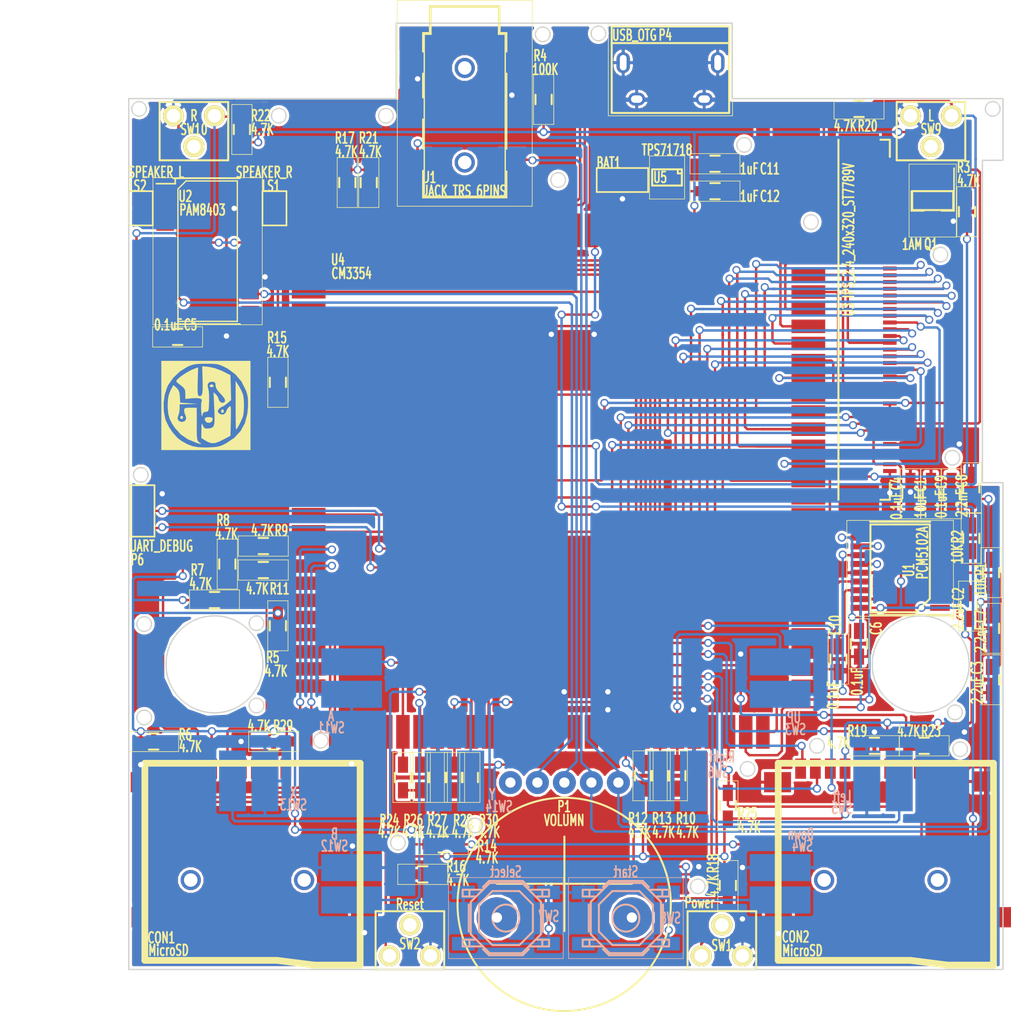
<source format=kicad_pcb>
(kicad_pcb (version 3) (host pcbnew "(22-Jun-2014 BZR 4027)-stable")
  (layers (15 F.Cu signal) (0 B.Cu signal) (18 B.Paste user) (19 F.Paste user) (20 B.SilkS user) (21 F.SilkS user) (22 B.Mask user) (23 F.Mask user) (28 Edge.Cuts user))
  (net 0 "")
  (net 1 +3.3V)
  (net 2 +5V)
  (net 3 A)
  (net 4 AUDIO_BCK)
  (net 5 AUDIO_DIN)
  (net 6 AUDIO_LRCK)
  (net 7 AUDIO_MUTE)
  (net 8 B)
  (net 9 BAT_+)
  (net 10 BAT_T)
  (net 11 DOWN)
  (net 12 GND)
  (net 13 INL)
  (net 14 INR)
  (net 15 L)
  (net 16 LCD_CS)
  (net 17 LCD_DB0)
  (net 18 LCD_DB1)
  (net 19 LCD_DB10)
  (net 20 LCD_DB11)
  (net 21 LCD_DB12)
  (net 22 LCD_DB13)
  (net 23 LCD_DB14)
  (net 24 LCD_DB15)
  (net 25 LCD_DB2)
  (net 26 LCD_DB3)
  (net 27 LCD_DB4)
  (net 28 LCD_DB5)
  (net 29 LCD_DB6)
  (net 30 LCD_DB7)
  (net 31 LCD_DB8)
  (net 32 LCD_DB9)
  (net 33 LCD_ENABLE)
  (net 34 LCD_HSYNC)
  (net 35 LCD_PCLK)
  (net 36 LCD_RESET)
  (net 37 LCD_SCL)
  (net 38 LCD_SDI)
  (net 39 LCD_SDO)
  (net 40 LCD_VSYNC)
  (net 41 LED_K)
  (net 42 LED_PWM)
  (net 43 LEFT)
  (net 44 MUTE)
  (net 45 N-000001)
  (net 46 N-00000120)
  (net 47 N-0000042)
  (net 48 N-0000043)
  (net 49 N-0000044)
  (net 50 N-0000045)
  (net 51 N-0000050)
  (net 52 N-0000053)
  (net 53 N-0000054)
  (net 54 OUTL)
  (net 55 OUTR)
  (net 56 OUT_L+)
  (net 57 OUT_L-)
  (net 58 OUT_R+)
  (net 59 OUT_R-)
  (net 60 POWER)
  (net 61 R)
  (net 62 RESET)
  (net 63 RIGHT)
  (net 64 RTC_+)
  (net 65 SD0_CD)
  (net 66 SD0_CLK)
  (net 67 SD0_CMD)
  (net 68 SD0_DAT0)
  (net 69 SD0_DAT1)
  (net 70 SD0_DAT2)
  (net 71 SD0_DAT3)
  (net 72 SD1_CD)
  (net 73 SD1_CLK)
  (net 74 SD1_CMD)
  (net 75 SD1_DAT0)
  (net 76 SD1_DAT1)
  (net 77 SD1_DAT2)
  (net 78 SD1_DAT3)
  (net 79 SELECT)
  (net 80 START)
  (net 81 UART_RX)
  (net 82 UART_TX)
  (net 83 UP)
  (net 84 USB_DM)
  (net 85 USB_DP)
  (net 86 X)
  (net 87 Y)
  (module MyFT_Volumn (layer F.Cu) (at 142.748 131.318)
    (fp_text reference P1 (at 0 -5.715) (layer F.SilkS) (effects (font (size 0.8 0.5) (thickness 0.125))))
    (fp_text value VOLUMN (at 0 -4.699) (layer F.SilkS) (effects (font (size 0.8 0.5) (thickness 0.125))))
    (pad 1 thru_hole circle (at 4.017506 -7.5 180) (size 1.7 1.7) (drill 0.762) (layers *.Cu *.Mask) (net 54 OUTL))
    (pad 2 thru_hole circle (at 2.017506 -7.5 180) (size 1.7 1.7) (drill 0.762) (layers *.Cu *.Mask) (net 55 OUTR))
    (pad 3 thru_hole circle (at 0.017506 -7.5 180) (size 1.7 1.7) (drill 0.762) (layers *.Cu *.Mask) (net 14 INR))
    (pad 4 thru_hole circle (at -1.982494 -7.5 180) (size 1.7 1.7) (drill 0.762) (layers *.Cu *.Mask) (net 13 INL))
    (pad 5 thru_hole circle (at -3.982494 -7.5 180) (size 1.7 1.7) (drill 0.762) (layers *.Cu *.Mask))
    (pad 6 thru_hole circle (at 5.017506 2.5 180) (size 3 3) (drill 0.762) (layers *.Cu *.Mask))
    (pad 7 thru_hole circle (at -4.982494 2.5 180) (size 3 3) (drill 0.762) (layers *.Cu *.Mask))
  )
  (module MyFT_TSSOP-20_4.4x6.5mm_Pitch0.65mm (layer F.Cu) (at 167.64 107.95 180)
    (fp_text reference U1 (at -0.635 -0.127 270) (layer F.SilkS) (effects (font (size 0.8 0.5) (thickness 0.125))))
    (fp_text value PCM5102A (at -1.651 1.143 270) (layer F.SilkS) (effects (font (size 0.8 0.5) (thickness 0.125))))
    (pad 1 smd rect (at -2.95 -2.925 180) (size 1.45 0.45) (layers F.Cu F.Paste F.Mask) (net 1 +3.3V))
    (pad 2 smd rect (at -2.95 -2.275 180) (size 1.45 0.45) (layers F.Cu F.Paste F.Mask) (net 47 N-0000042))
    (pad 3 smd rect (at -2.95 -1.625 180) (size 1.45 0.45) (layers F.Cu F.Paste F.Mask) (net 12 GND))
    (pad 4 smd rect (at -2.95 -0.975 180) (size 1.45 0.45) (layers F.Cu F.Paste F.Mask) (net 48 N-0000043))
    (pad 5 smd rect (at -2.95 -0.325 180) (size 1.45 0.45) (layers F.Cu F.Paste F.Mask) (net 49 N-0000044))
    (pad 6 smd rect (at -2.95 0.325 180) (size 1.45 0.45) (layers F.Cu F.Paste F.Mask) (net 50 N-0000045))
    (pad 7 smd rect (at -2.95 0.975 180) (size 1.45 0.45) (layers F.Cu F.Paste F.Mask) (net 52 N-0000053))
    (pad 8 smd rect (at -2.95 1.625 180) (size 1.45 0.45) (layers F.Cu F.Paste F.Mask) (net 1 +3.3V))
    (pad 9 smd rect (at -2.95 2.275 180) (size 1.45 0.45) (layers F.Cu F.Paste F.Mask) (net 53 N-0000054))
    (pad 10 smd rect (at -2.95 2.925 180) (size 1.45 0.45) (layers F.Cu F.Paste F.Mask) (net 1 +3.3V))
    (pad 11 smd rect (at 2.95 2.925 180) (size 1.45 0.45) (layers F.Cu F.Paste F.Mask) (net 12 GND))
    (pad 12 smd rect (at 2.95 2.275 180) (size 1.45 0.45) (layers F.Cu F.Paste F.Mask) (net 1 +3.3V))
    (pad 13 smd rect (at 2.95 1.625 180) (size 1.45 0.45) (layers F.Cu F.Paste F.Mask) (net 4 AUDIO_BCK))
    (pad 14 smd rect (at 2.95 0.975 180) (size 1.45 0.45) (layers F.Cu F.Paste F.Mask) (net 5 AUDIO_DIN))
    (pad 15 smd rect (at 2.95 0.325 180) (size 1.45 0.45) (layers F.Cu F.Paste F.Mask) (net 6 AUDIO_LRCK))
    (pad 16 smd rect (at 2.95 -0.325 180) (size 1.45 0.45) (layers F.Cu F.Paste F.Mask) (net 12 GND))
    (pad 17 smd rect (at 2.95 -0.975 180) (size 1.45 0.45) (layers F.Cu F.Paste F.Mask) (net 7 AUDIO_MUTE))
    (pad 18 smd rect (at 2.95 -1.625 180) (size 1.45 0.45) (layers F.Cu F.Paste F.Mask) (net 51 N-0000050))
    (pad 19 smd rect (at 2.95 -2.275 180) (size 1.45 0.45) (layers F.Cu F.Paste F.Mask) (net 12 GND))
    (pad 20 smd rect (at 2.95 -2.925 180) (size 1.45 0.45) (layers F.Cu F.Paste F.Mask) (net 1 +3.3V))
  )
  (module MyFT_SW_SPST_TL3342 (layer B.Cu) (at 138.43 133.858)
    (fp_text reference SW7 (at 3.175 -0.127) (layer B.SilkS) (effects (font (size 0.8 0.5) (thickness 0.125)) (justify mirror)))
    (fp_text value Select (at 0 -3.429) (layer B.SilkS) (effects (font (size 0.8 0.5) (thickness 0.125)) (justify mirror)))
    (pad 1 smd rect (at -3.15 1.9) (size 1.7 1) (layers B.Cu B.Paste B.Mask) (net 79 SELECT))
    (pad 1 smd rect (at 3.15 1.9) (size 1.7 1) (layers B.Cu B.Paste B.Mask) (net 79 SELECT))
    (pad 2 smd rect (at -3.15 -1.9) (size 1.7 1) (layers B.Cu B.Paste B.Mask) (net 12 GND))
    (pad 2 smd rect (at 3.15 -1.9) (size 1.7 1) (layers B.Cu B.Paste B.Mask) (net 12 GND))
  )
  (module MyFT_SW_SPST_TL3342 (layer B.Cu) (at 147.32 133.858)
    (fp_text reference SW8 (at 3.302 0) (layer B.SilkS) (effects (font (size 0.8 0.5) (thickness 0.125)) (justify mirror)))
    (fp_text value Start (at 0 -3.429) (layer B.SilkS) (effects (font (size 0.8 0.5) (thickness 0.125)) (justify mirror)))
    (pad 1 smd rect (at -3.15 1.9) (size 1.7 1) (layers B.Cu B.Paste B.Mask) (net 80 START))
    (pad 1 smd rect (at 3.15 1.9) (size 1.7 1) (layers B.Cu B.Paste B.Mask) (net 80 START))
    (pad 2 smd rect (at -3.15 -1.9) (size 1.7 1) (layers B.Cu B.Paste B.Mask) (net 12 GND))
    (pad 2 smd rect (at 3.15 -1.9) (size 1.7 1) (layers B.Cu B.Paste B.Mask) (net 12 GND))
  )
  (module MyFT_SOP-16_4.4x10.4mm_Pitch1.27mm (layer F.Cu) (at 116.332 84.455)
    (fp_text reference U2 (at -1.651 -4.064) (layer F.SilkS) (effects (font (size 0.8 0.5) (thickness 0.125))))
    (fp_text value PAM8403 (at -0.381 -3.048) (layer F.SilkS) (effects (font (size 0.8 0.5) (thickness 0.125))))
    (pad 1 smd rect (at -3.15 -4.45) (size 1.3 0.8) (layers F.Cu F.Paste F.Mask) (net 56 OUT_L+))
    (pad 2 smd rect (at -3.15 -3.17) (size 1.3 0.8) (layers F.Cu F.Paste F.Mask) (net 12 GND))
    (pad 3 smd rect (at -3.15 -1.91) (size 1.3 0.8) (layers F.Cu F.Paste F.Mask) (net 57 OUT_L-))
    (pad 4 smd rect (at -3.15 -0.64) (size 1.3 0.8) (layers F.Cu F.Paste F.Mask) (net 1 +3.3V))
    (pad 5 smd rect (at -3.15 0.64) (size 1.3 0.8) (layers F.Cu F.Paste F.Mask) (net 44 MUTE))
    (pad 6 smd rect (at -3.15 1.91) (size 1.3 0.8) (layers F.Cu F.Paste F.Mask) (net 1 +3.3V))
    (pad 7 smd rect (at -3.15 3.17) (size 1.3 0.8) (layers F.Cu F.Paste F.Mask) (net 13 INL))
    (pad 8 smd rect (at -3.15 4.45) (size 1.3 0.8) (layers F.Cu F.Paste F.Mask) (net 45 N-000001))
    (pad 9 smd rect (at 3.15 4.45) (size 1.3 0.8) (layers F.Cu F.Paste F.Mask) (net 12 GND))
    (pad 10 smd rect (at 3.15 3.17) (size 1.3 0.8) (layers F.Cu F.Paste F.Mask) (net 14 INR))
    (pad 11 smd rect (at 3.15 1.91) (size 1.3 0.8) (layers F.Cu F.Paste F.Mask) (net 12 GND))
    (pad 12 smd rect (at 3.15 0.64) (size 1.3 0.8) (layers F.Cu F.Paste F.Mask) (net 44 MUTE))
    (pad 13 smd rect (at 3.15 -0.64) (size 1.3 0.8) (layers F.Cu F.Paste F.Mask) (net 1 +3.3V))
    (pad 14 smd rect (at 3.15 -1.91) (size 1.3 0.8) (layers F.Cu F.Paste F.Mask) (net 59 OUT_R-))
    (pad 15 smd rect (at 3.15 -3.17) (size 1.3 0.8) (layers F.Cu F.Paste F.Mask) (net 12 GND))
    (pad 16 smd rect (at 3.15 -4.45) (size 1.3 0.8) (layers F.Cu F.Paste F.Mask) (net 58 OUT_R+))
  )
  (module MyFT_SC-70-5 (layer F.Cu) (at 150.368 78.994 180)
    (fp_text reference U5 (at 0.508 0 180) (layer F.SilkS) (effects (font (size 0.8 0.5) (thickness 0.125))))
    (fp_text value TPS71718 (at 0 2.032 180) (layer F.SilkS) (effects (font (size 0.8 0.5) (thickness 0.125))))
    (pad 1 smd rect (at -0.6604 1.016 180) (size 0.4064 0.6604) (layers F.Cu F.Paste F.Mask) (net 9 BAT_+))
    (pad 3 smd rect (at 0.6604 1.016 180) (size 0.4064 0.6604) (layers F.Cu F.Paste F.Mask) (net 12 GND))
    (pad 2 smd rect (at 0 1.016 180) (size 0.4064 0.6604) (layers F.Cu F.Paste F.Mask) (net 9 BAT_+))
    (pad 4 smd rect (at 0.6604 -1.016 180) (size 0.4064 0.6604) (layers F.Cu F.Paste F.Mask))
    (pad 5 smd rect (at -0.6604 -1.016 180) (size 0.4064 0.6604) (layers F.Cu F.Paste F.Mask) (net 64 RTC_+))
  )
  (module MyFT_R_0603 (layer F.Cu) (at 121.539 94.1705 270)
    (fp_text reference R15 (at -3.302 0.0635 360) (layer F.SilkS) (effects (font (size 0.8 0.5) (thickness 0.125))))
    (fp_text value 4.7K (at -2.286 0 360) (layer F.SilkS) (effects (font (size 0.8 0.5) (thickness 0.125))))
    (pad 1 smd rect (at -0.95 0 270) (size 1.2 0.75) (layers F.Cu F.Paste F.Mask) (net 1 +3.3V))
    (pad 2 smd rect (at 0.95 0 270) (size 1.2 0.75) (layers F.Cu F.Paste F.Mask) (net 78 SD1_DAT3))
  )
  (module MyFT_R_0603 (layer F.Cu) (at 120.4595 108.077)
    (fp_text reference R11 (at 1.2065 1.397) (layer F.SilkS) (effects (font (size 0.8 0.5) (thickness 0.125))))
    (fp_text value 4.7K (at -0.4445 1.397) (layer F.SilkS) (effects (font (size 0.8 0.5) (thickness 0.125))))
    (pad 1 smd rect (at -0.95 0) (size 1.2 0.75) (layers F.Cu F.Paste F.Mask) (net 1 +3.3V))
    (pad 2 smd rect (at 0.95 0) (size 1.2 0.75) (layers F.Cu F.Paste F.Mask) (net 68 SD0_DAT0))
  )
  (module MyFT_R_0603 (layer F.Cu) (at 151.13 123.317 90)
    (fp_text reference R10 (at -3.175 0.635 180) (layer F.SilkS) (effects (font (size 0.8 0.5) (thickness 0.125))))
    (fp_text value 4.7K (at -4.191 0.762 180) (layer F.SilkS) (effects (font (size 0.8 0.5) (thickness 0.125))))
    (pad 1 smd rect (at -0.95 0 90) (size 1.2 0.75) (layers F.Cu F.Paste F.Mask) (net 1 +3.3V))
    (pad 2 smd rect (at 0.95 0 90) (size 1.2 0.75) (layers F.Cu F.Paste F.Mask) (net 83 UP))
  )
  (module MyFT_R_0603 (layer F.Cu) (at 120.4595 106.299)
    (fp_text reference R9 (at 1.3335 -1.143) (layer F.SilkS) (effects (font (size 0.8 0.5) (thickness 0.125))))
    (fp_text value 4.7K (at -0.0635 -1.143) (layer F.SilkS) (effects (font (size 0.8 0.5) (thickness 0.125))))
    (pad 1 smd rect (at -0.95 0) (size 1.2 0.75) (layers F.Cu F.Paste F.Mask) (net 1 +3.3V))
    (pad 2 smd rect (at 0.95 0) (size 1.2 0.75) (layers F.Cu F.Paste F.Mask) (net 69 SD0_DAT1))
  )
  (module MyFT_R_0603 (layer F.Cu) (at 126.6825 79.375 270)
    (fp_text reference R17 (at -3.302 0.1905 360) (layer F.SilkS) (effects (font (size 0.8 0.5) (thickness 0.125))))
    (fp_text value 4.7K (at -2.286 0.0635 360) (layer F.SilkS) (effects (font (size 0.8 0.5) (thickness 0.125))))
    (pad 1 smd rect (at -0.95 0 270) (size 1.2 0.75) (layers F.Cu F.Paste F.Mask) (net 1 +3.3V))
    (pad 2 smd rect (at 0.95 0 270) (size 1.2 0.75) (layers F.Cu F.Paste F.Mask) (net 77 SD1_DAT2))
  )
  (module MyFT_R_0603 (layer F.Cu) (at 165.735 121.0945 180)
    (fp_text reference R19 (at 1.27 1.0795 180) (layer F.SilkS) (effects (font (size 0.8 0.5) (thickness 0.125))))
    (fp_text value 4.7K (at 2.667 0.1905 180) (layer F.SilkS) (effects (font (size 0.8 0.5) (thickness 0.125))))
    (pad 1 smd rect (at -0.95 0 180) (size 1.2 0.75) (layers F.Cu F.Paste F.Mask) (net 1 +3.3V))
    (pad 2 smd rect (at 0.95 0 180) (size 1.2 0.75) (layers F.Cu F.Paste F.Mask) (net 73 SD1_CLK))
  )
  (module MyFT_R_0603 (layer F.Cu) (at 117.7925 107.6325 270)
    (fp_text reference R8 (at -3.2385 0.3175 360) (layer F.SilkS) (effects (font (size 0.8 0.5) (thickness 0.125))))
    (fp_text value 4.7K (at -2.2225 0.0635 360) (layer F.SilkS) (effects (font (size 0.8 0.5) (thickness 0.125))))
    (pad 1 smd rect (at -0.95 0 270) (size 1.2 0.75) (layers F.Cu F.Paste F.Mask) (net 1 +3.3V))
    (pad 2 smd rect (at 0.95 0 270) (size 1.2 0.75) (layers F.Cu F.Paste F.Mask) (net 67 SD0_CMD))
  )
  (module MyFT_R_0603 (layer F.Cu) (at 116.84 110.2995)
    (fp_text reference R7 (at -1.27 -2.2225) (layer F.SilkS) (effects (font (size 0.8 0.5) (thickness 0.125))))
    (fp_text value 4.7K (at -1.016 -1.2065) (layer F.SilkS) (effects (font (size 0.8 0.5) (thickness 0.125))))
    (pad 1 smd rect (at -0.95 0) (size 1.2 0.75) (layers F.Cu F.Paste F.Mask) (net 1 +3.3V))
    (pad 2 smd rect (at 0.95 0) (size 1.2 0.75) (layers F.Cu F.Paste F.Mask) (net 66 SD0_CLK))
  )
  (module MyFT_R_0603 (layer F.Cu) (at 112.3315 120.777)
    (fp_text reference R6 (at 2.3495 -0.508) (layer F.SilkS) (effects (font (size 0.8 0.5) (thickness 0.125))))
    (fp_text value 4.7K (at 2.7305 0.381) (layer F.SilkS) (effects (font (size 0.8 0.5) (thickness 0.125))))
    (pad 1 smd rect (at -0.95 0) (size 1.2 0.75) (layers F.Cu F.Paste F.Mask) (net 1 +3.3V))
    (pad 2 smd rect (at 0.95 0) (size 1.2 0.75) (layers F.Cu F.Paste F.Mask) (net 70 SD0_DAT2))
  )
  (module MyFT_R_0603 (layer F.Cu) (at 128.27 79.375 270)
    (fp_text reference R21 (at -3.302 0 360) (layer F.SilkS) (effects (font (size 0.8 0.5) (thickness 0.125))))
    (fp_text value 4.7K (at -2.286 -0.127 360) (layer F.SilkS) (effects (font (size 0.8 0.5) (thickness 0.125))))
    (pad 1 smd rect (at -0.95 0 270) (size 1.2 0.75) (layers F.Cu F.Paste F.Mask) (net 1 +3.3V))
    (pad 2 smd rect (at 0.95 0 270) (size 1.2 0.75) (layers F.Cu F.Paste F.Mask) (net 74 SD1_CMD))
  )
  (module MyFT_R_0603 (layer F.Cu) (at 169.418 121.0945 180)
    (fp_text reference R23 (at -0.508 1.0795 180) (layer F.SilkS) (effects (font (size 0.8 0.5) (thickness 0.125))))
    (fp_text value 4.7K (at 1.143 1.0795 180) (layer F.SilkS) (effects (font (size 0.8 0.5) (thickness 0.125))))
    (pad 1 smd rect (at -0.95 0 180) (size 1.2 0.75) (layers F.Cu F.Paste F.Mask) (net 1 +3.3V))
    (pad 2 smd rect (at 0.95 0 180) (size 1.2 0.75) (layers F.Cu F.Paste F.Mask) (net 76 SD1_DAT1))
  )
  (module MyFT_R_0603 (layer F.Cu) (at 154.8765 125.5395 90)
    (fp_text reference R25 (at -0.5715 1.4605 180) (layer F.SilkS) (effects (font (size 0.8 0.5) (thickness 0.125))))
    (fp_text value 4.7K (at -1.5875 1.5875 180) (layer F.SilkS) (effects (font (size 0.8 0.5) (thickness 0.125))))
    (pad 1 smd rect (at -0.95 0 90) (size 1.2 0.75) (layers F.Cu F.Paste F.Mask) (net 1 +3.3V))
    (pad 2 smd rect (at 0.95 0 90) (size 1.2 0.75) (layers F.Cu F.Paste F.Mask) (net 75 SD1_DAT0))
  )
  (module MyFT_R_0603 (layer F.Cu) (at 132.08 123.444 90)
    (fp_text reference R26 (at -3.175 -0.508 180) (layer F.SilkS) (effects (font (size 0.8 0.5) (thickness 0.125))))
    (fp_text value 4.7K (at -4.064 -0.508 180) (layer F.SilkS) (effects (font (size 0.8 0.5) (thickness 0.125))))
    (pad 1 smd rect (at -0.95 0 90) (size 1.2 0.75) (layers F.Cu F.Paste F.Mask) (net 1 +3.3V))
    (pad 2 smd rect (at 0.95 0 90) (size 1.2 0.75) (layers F.Cu F.Paste F.Mask) (net 8 B))
  )
  (module MyFT_R_0603 (layer F.Cu) (at 148.59 123.317 90)
    (fp_text reference R12 (at -3.175 -0.381 180) (layer F.SilkS) (effects (font (size 0.8 0.5) (thickness 0.125))))
    (fp_text value 4.7K (at -4.191 -0.254 180) (layer F.SilkS) (effects (font (size 0.8 0.5) (thickness 0.125))))
    (pad 1 smd rect (at -0.95 0 90) (size 1.2 0.75) (layers F.Cu F.Paste F.Mask) (net 1 +3.3V))
    (pad 2 smd rect (at 0.95 0 90) (size 1.2 0.75) (layers F.Cu F.Paste F.Mask) (net 11 DOWN))
  )
  (module MyFT_R_0603 (layer F.Cu) (at 149.86 123.317 90)
    (fp_text reference R13 (at -3.175 0.127 180) (layer F.SilkS) (effects (font (size 0.8 0.5) (thickness 0.125))))
    (fp_text value 4.7K (at -4.191 0.254 180) (layer F.SilkS) (effects (font (size 0.8 0.5) (thickness 0.125))))
    (pad 1 smd rect (at -0.95 0 90) (size 1.2 0.75) (layers F.Cu F.Paste F.Mask) (net 1 +3.3V))
    (pad 2 smd rect (at 0.95 0 90) (size 1.2 0.75) (layers F.Cu F.Paste F.Mask) (net 43 LEFT))
  )
  (module MyFT_R_0603 (layer F.Cu) (at 133.7945 128.397)
    (fp_text reference R14 (at 3.2385 0.127) (layer F.SilkS) (effects (font (size 0.8 0.5) (thickness 0.125))))
    (fp_text value 4.7K (at 3.2385 1.016) (layer F.SilkS) (effects (font (size 0.8 0.5) (thickness 0.125))))
    (pad 1 smd rect (at -0.95 0) (size 1.2 0.75) (layers F.Cu F.Paste F.Mask) (net 1 +3.3V))
    (pad 2 smd rect (at 0.95 0) (size 1.2 0.75) (layers F.Cu F.Paste F.Mask) (net 63 RIGHT))
  )
  (module MyFT_R_0603 (layer F.Cu) (at 132.2705 130.6195)
    (fp_text reference R16 (at 2.4765 -0.5715) (layer F.SilkS) (effects (font (size 0.8 0.5) (thickness 0.125))))
    (fp_text value 4.7K (at 2.6035 0.4445) (layer F.SilkS) (effects (font (size 0.8 0.5) (thickness 0.125))))
    (pad 1 smd rect (at -0.95 0) (size 1.2 0.75) (layers F.Cu F.Paste F.Mask) (net 1 +3.3V))
    (pad 2 smd rect (at 0.95 0) (size 1.2 0.75) (layers F.Cu F.Paste F.Mask) (net 79 SELECT))
  )
  (module MyFT_R_0603 (layer F.Cu) (at 154.8765 131.445 270)
    (fp_text reference R18 (at -1.651 1.0795 270) (layer F.SilkS) (effects (font (size 0.8 0.5) (thickness 0.125))))
    (fp_text value 4.7K (at 0 1.0795 270) (layer F.SilkS) (effects (font (size 0.8 0.5) (thickness 0.125))))
    (pad 1 smd rect (at -0.95 0 270) (size 1.2 0.75) (layers F.Cu F.Paste F.Mask) (net 1 +3.3V))
    (pad 2 smd rect (at 0.95 0 270) (size 1.2 0.75) (layers F.Cu F.Paste F.Mask) (net 80 START))
  )
  (module MyFT_R_0603 (layer F.Cu) (at 164.592 73.914)
    (fp_text reference R20 (at 0.635 1.27) (layer F.SilkS) (effects (font (size 0.8 0.5) (thickness 0.125))))
    (fp_text value 4.7K (at -1.016 1.27) (layer F.SilkS) (effects (font (size 0.8 0.5) (thickness 0.125))))
    (pad 1 smd rect (at -0.95 0) (size 1.2 0.75) (layers F.Cu F.Paste F.Mask) (net 1 +3.3V))
    (pad 2 smd rect (at 0.95 0) (size 1.2 0.75) (layers F.Cu F.Paste F.Mask) (net 15 L))
  )
  (module MyFT_R_0603 (layer F.Cu) (at 118.872 75.438 90)
    (fp_text reference R22 (at 1.016 1.397 180) (layer F.SilkS) (effects (font (size 0.8 0.5) (thickness 0.125))))
    (fp_text value 4.7K (at 0 1.524 180) (layer F.SilkS) (effects (font (size 0.8 0.5) (thickness 0.125))))
    (pad 1 smd rect (at -0.95 0 90) (size 1.2 0.75) (layers F.Cu F.Paste F.Mask) (net 1 +3.3V))
    (pad 2 smd rect (at 0.95 0 90) (size 1.2 0.75) (layers F.Cu F.Paste F.Mask) (net 61 R))
  )
  (module MyFT_R_0603 (layer F.Cu) (at 130.81 123.444 90)
    (fp_text reference R24 (at -3.175 -1.016 180) (layer F.SilkS) (effects (font (size 0.8 0.5) (thickness 0.125))))
    (fp_text value 4.7K (at -4.064 -1.016 180) (layer F.SilkS) (effects (font (size 0.8 0.5) (thickness 0.125))))
    (pad 1 smd rect (at -0.95 0 90) (size 1.2 0.75) (layers F.Cu F.Paste F.Mask) (net 1 +3.3V))
    (pad 2 smd rect (at 0.95 0 90) (size 1.2 0.75) (layers F.Cu F.Paste F.Mask) (net 3 A))
  )
  (module MyFT_R_0603 (layer F.Cu) (at 141.224 73.2155 90)
    (fp_text reference R4 (at 3.2385 -0.254 180) (layer F.SilkS) (effects (font (size 0.8 0.5) (thickness 0.125))))
    (fp_text value 100K (at 2.2225 0.127 180) (layer F.SilkS) (effects (font (size 0.8 0.5) (thickness 0.125))))
    (pad 1 smd rect (at -0.95 0 90) (size 1.2 0.75) (layers F.Cu F.Paste F.Mask) (net 1 +3.3V))
    (pad 2 smd rect (at 0.95 0 90) (size 1.2 0.75) (layers F.Cu F.Paste F.Mask) (net 44 MUTE))
  )
  (module MyFT_R_0603 (layer F.Cu) (at 121.539 112.2045 270)
    (fp_text reference R5 (at 2.3495 0.381 360) (layer F.SilkS) (effects (font (size 0.8 0.5) (thickness 0.125))))
    (fp_text value 4.7K (at 3.3655 0.127 360) (layer F.SilkS) (effects (font (size 0.8 0.5) (thickness 0.125))))
    (pad 1 smd rect (at -0.95 0 270) (size 1.2 0.75) (layers F.Cu F.Paste F.Mask) (net 1 +3.3V))
    (pad 2 smd rect (at 0.95 0 270) (size 1.2 0.75) (layers F.Cu F.Paste F.Mask) (net 71 SD0_DAT3))
  )
  (module MyFT_R_0603 (layer F.Cu) (at 172.593 81.534 270)
    (fp_text reference R3 (at -3.302 0.254 360) (layer F.SilkS) (effects (font (size 0.8 0.5) (thickness 0.125))))
    (fp_text value 4.7K (at -2.286 -0.127 360) (layer F.SilkS) (effects (font (size 0.8 0.5) (thickness 0.125))))
    (pad 1 smd rect (at -0.95 0 270) (size 1.2 0.75) (layers F.Cu F.Paste F.Mask) (net 46 N-00000120))
    (pad 2 smd rect (at 0.95 0 270) (size 1.2 0.75) (layers F.Cu F.Paste F.Mask) (net 42 LED_PWM))
  )
  (module MyFT_R_0603 (layer F.Cu) (at 174.371 108.2675 270)
    (fp_text reference R1 (at -0.254 0.762 270) (layer F.SilkS) (effects (font (size 0.8 0.5) (thickness 0.125))))
    (fp_text value 10K (at 1.016 0.762 270) (layer F.SilkS) (effects (font (size 0.8 0.5) (thickness 0.125))))
    (pad 1 smd rect (at -0.95 0 270) (size 1.2 0.75) (layers F.Cu F.Paste F.Mask) (net 50 N-0000045))
    (pad 2 smd rect (at 0.95 0 270) (size 1.2 0.75) (layers F.Cu F.Paste F.Mask) (net 54 OUTL))
  )
  (module MyFT_R_0603 (layer F.Cu) (at 133.35 123.444 90)
    (fp_text reference R27 (at -3.175 0 180) (layer F.SilkS) (effects (font (size 0.8 0.5) (thickness 0.125))))
    (fp_text value 4.7K (at -4.064 0 180) (layer F.SilkS) (effects (font (size 0.8 0.5) (thickness 0.125))))
    (pad 1 smd rect (at -0.95 0 90) (size 1.2 0.75) (layers F.Cu F.Paste F.Mask) (net 1 +3.3V))
    (pad 2 smd rect (at 0.95 0 90) (size 1.2 0.75) (layers F.Cu F.Paste F.Mask) (net 86 X))
  )
  (module MyFT_R_0603 (layer F.Cu) (at 134.62 123.444 90)
    (fp_text reference R28 (at -3.175 0.635 180) (layer F.SilkS) (effects (font (size 0.8 0.5) (thickness 0.125))))
    (fp_text value 4.7K (at -4.064 0.635 180) (layer F.SilkS) (effects (font (size 0.8 0.5) (thickness 0.125))))
    (pad 1 smd rect (at -0.95 0 90) (size 1.2 0.75) (layers F.Cu F.Paste F.Mask) (net 1 +3.3V))
    (pad 2 smd rect (at 0.95 0 90) (size 1.2 0.75) (layers F.Cu F.Paste F.Mask) (net 87 Y))
  )
  (module MyFT_R_0603 (layer F.Cu) (at 172.9105 105.7275 90)
    (fp_text reference R2 (at 0.127 -1.016 90) (layer F.SilkS) (effects (font (size 0.8 0.5) (thickness 0.125))))
    (fp_text value 10K (at -1.143 -1.016 90) (layer F.SilkS) (effects (font (size 0.8 0.5) (thickness 0.125))))
    (pad 1 smd rect (at -0.95 0 90) (size 1.2 0.75) (layers F.Cu F.Paste F.Mask) (net 52 N-0000053))
    (pad 2 smd rect (at 0.95 0 90) (size 1.2 0.75) (layers F.Cu F.Paste F.Mask) (net 55 OUTR))
  )
  (module MyFT_PJ311_3.5mm (layer F.Cu) (at 135.382 75.184)
    (fp_text reference J1 (at -2.54 3.81) (layer F.SilkS) (effects (font (size 0.8 0.5) (thickness 0.125))))
    (fp_text value JACK_TRS_6PINS (at 0 4.826) (layer F.SilkS) (effects (font (size 0.8 0.5) (thickness 0.125))))
    (pad 6 smd rect (at 3.5 2.5) (size 2 1.5) (layers F.Cu F.Paste F.Mask) (net 55 OUTR))
    (pad 3 smd rect (at -3.5 -1.3) (size 2 1.5) (layers F.Cu F.Paste F.Mask))
    (pad 1 smd rect (at -3.5 -4.7) (size 2 1.5) (layers F.Cu F.Paste F.Mask) (net 12 GND))
    (pad 5 smd rect (at -3.5 2.5) (size 2 1.5) (layers F.Cu F.Paste F.Mask) (net 54 OUTL))
    (pad 4 smd rect (at 3.5 -1.3) (size 2 1.5) (layers F.Cu F.Paste F.Mask) (net 12 GND))
    (pad "" thru_hole circle (at 0 -4.3) (size 1.5 1.5) (drill 1) (layers *.Cu *.Mask))
    (pad "" thru_hole circle (at 0 2.7) (size 1.5 1.5) (drill 1) (layers *.Cu *.Mask))
    (pad 2 smd rect (at 3.5 -4.7) (size 2 1.5) (layers F.Cu F.Paste F.Mask) (net 44 MUTE))
  )
  (module MyFT_DPAD_TB (layer B.Cu) (at 158.75 131.318 90)
    (fp_text reference SW4 (at 2.794 1.651 180) (layer B.SilkS) (effects (font (size 0.8 0.5) (thickness 0.125)) (justify mirror)))
    (fp_text value Down (at 3.683 1.524 180) (layer B.SilkS) (effects (font (size 0.8 0.5) (thickness 0.125)) (justify mirror)))
    (pad 2 smd rect (at 1.2 0 90) (size 2 4.5) (layers B.Cu B.Paste B.Mask) (net 12 GND))
    (pad 1 smd rect (at -1.2 0 90) (size 2 4.5) (layers B.Cu B.Paste B.Mask) (net 11 DOWN))
  )
  (module MyFT_DPAD_TB (layer B.Cu) (at 158.75 116.078 270)
    (fp_text reference SW3 (at 3.81 -1.143 360) (layer B.SilkS) (effects (font (size 0.8 0.5) (thickness 0.125)) (justify mirror)))
    (fp_text value UP (at 2.921 -1.016 360) (layer B.SilkS) (effects (font (size 0.8 0.5) (thickness 0.125)) (justify mirror)))
    (pad 2 smd rect (at 1.2 0 270) (size 2 4.5) (layers B.Cu B.Paste B.Mask) (net 12 GND))
    (pad 1 smd rect (at -1.2 0 270) (size 2 4.5) (layers B.Cu B.Paste B.Mask) (net 83 UP))
  )
  (module MyFT_DPAD_TB (layer B.Cu) (at 127 131.318 90)
    (fp_text reference SW12 (at 2.794 -1.27 180) (layer B.SilkS) (effects (font (size 0.8 0.5) (thickness 0.125)) (justify mirror)))
    (fp_text value B (at 3.683 -1.27 180) (layer B.SilkS) (effects (font (size 0.8 0.5) (thickness 0.125)) (justify mirror)))
    (pad 2 smd rect (at 1.2 0 90) (size 2 4.5) (layers B.Cu B.Paste B.Mask) (net 12 GND))
    (pad 1 smd rect (at -1.2 0 90) (size 2 4.5) (layers B.Cu B.Paste B.Mask) (net 8 B))
  )
  (module MyFT_DPAD_TB (layer B.Cu) (at 119.38 123.698)
    (fp_text reference SW13 (at 3.302 1.778) (layer B.SilkS) (effects (font (size 0.8 0.5) (thickness 0.125)) (justify mirror)))
    (fp_text value X (at 3.302 0.889) (layer B.SilkS) (effects (font (size 0.8 0.5) (thickness 0.125)) (justify mirror)))
    (pad 2 smd rect (at 1.2 0) (size 2 4.5) (layers B.Cu B.Paste B.Mask) (net 12 GND))
    (pad 1 smd rect (at -1.2 0) (size 2 4.5) (layers B.Cu B.Paste B.Mask) (net 86 X))
  )
  (module MyFT_DPAD_LR (layer B.Cu) (at 166.37 123.698 270)
    (fp_text reference SW5 (at 2.032 3.048 360) (layer B.SilkS) (effects (font (size 0.8 0.5) (thickness 0.125)) (justify mirror)))
    (fp_text value Left (at 1.143 3.048 360) (layer B.SilkS) (effects (font (size 0.8 0.5) (thickness 0.125)) (justify mirror)))
    (pad 2 smd rect (at 0 1.2 270) (size 4.5 2) (layers B.Cu B.Paste B.Mask) (net 12 GND))
    (pad 1 smd rect (at 0 -1.2 270) (size 4.5 2) (layers B.Cu B.Paste B.Mask) (net 43 LEFT))
  )
  (module MyFT_DPAD_LR (layer B.Cu) (at 151.13 123.698 90)
    (fp_text reference SW6 (at 0.635 3.048 180) (layer B.SilkS) (effects (font (size 0.8 0.5) (thickness 0.125)) (justify mirror)))
    (fp_text value Right (at 1.778 3.302 180) (layer B.SilkS) (effects (font (size 0.8 0.5) (thickness 0.125)) (justify mirror)))
    (pad 2 smd rect (at 0 1.2 90) (size 4.5 2) (layers B.Cu B.Paste B.Mask) (net 12 GND))
    (pad 1 smd rect (at 0 -1.2 90) (size 4.5 2) (layers B.Cu B.Paste B.Mask) (net 63 RIGHT))
  )
  (module MyFT_DPAD_LR (layer B.Cu) (at 134.62 123.698 270)
    (fp_text reference SW14 (at 1.905 -3.302 360) (layer B.SilkS) (effects (font (size 0.8 0.5) (thickness 0.125)) (justify mirror)))
    (fp_text value Y (at 1.016 -2.794 360) (layer B.SilkS) (effects (font (size 0.8 0.5) (thickness 0.125)) (justify mirror)))
    (pad 2 smd rect (at 0 1.2 270) (size 4.5 2) (layers B.Cu B.Paste B.Mask) (net 12 GND))
    (pad 1 smd rect (at 0 -1.2 270) (size 4.5 2) (layers B.Cu B.Paste B.Mask) (net 87 Y))
  )
  (module MyFT_DPAD_LR (layer B.Cu) (at 127 116.078)
    (fp_text reference SW11 (at -1.524 3.683) (layer B.SilkS) (effects (font (size 0.8 0.5) (thickness 0.125)) (justify mirror)))
    (fp_text value A (at -1.524 2.794) (layer B.SilkS) (effects (font (size 0.8 0.5) (thickness 0.125)) (justify mirror)))
    (pad 2 smd rect (at 0 1.2) (size 4.5 2) (layers B.Cu B.Paste B.Mask) (net 12 GND))
    (pad 1 smd rect (at 0 -1.2) (size 4.5 2) (layers B.Cu B.Paste B.Mask) (net 3 A))
  )
  (module MyFT_CM3354 (layer F.Cu) (at 142.24 101.092)
    (fp_text reference U4 (at -16.256 -16.002) (layer F.SilkS) (effects (font (size 0.8 0.5) (thickness 0.125))))
    (fp_text value CM3354 (at -15.24 -14.986) (layer F.SilkS) (effects (font (size 0.8 0.5) (thickness 0.125))))
    (pad 25 smd rect (at -15.24 -18.18) (size 1 2.5) (layers F.Cu F.Paste F.Mask) (net 73 SD1_CLK))
    (pad 24 smd rect (at -13.97 -18.18) (size 1 2.5) (layers F.Cu F.Paste F.Mask) (net 74 SD1_CMD))
    (pad 23 smd rect (at -12.7 -18.18) (size 1 2.5) (layers F.Cu F.Paste F.Mask) (net 36 LCD_RESET))
    (pad 22 smd rect (at -11.43 -18.18) (size 1 2.5) (layers F.Cu F.Paste F.Mask) (net 12 GND))
    (pad 21 smd rect (at -10.16 -18.18) (size 1 2.5) (layers F.Cu F.Paste F.Mask) (net 84 USB_DM))
    (pad 20 smd rect (at -8.89 -18.18) (size 1 2.5) (layers F.Cu F.Paste F.Mask) (net 85 USB_DP))
    (pad 19 smd rect (at -7.62 -18.18) (size 1 2.5) (layers F.Cu F.Paste F.Mask))
    (pad 18 smd rect (at -6.35 -18.18) (size 1 2.5) (layers F.Cu F.Paste F.Mask))
    (pad 17 smd rect (at -5.08 -18.18) (size 1 2.5) (layers F.Cu F.Paste F.Mask))
    (pad 16 smd rect (at -3.81 -18.18) (size 1 2.5) (layers F.Cu F.Paste F.Mask))
    (pad 15 smd rect (at -2.54 -18.18) (size 1 2.5) (layers F.Cu F.Paste F.Mask) (net 12 GND))
    (pad 14 smd rect (at -1.27 -18.18) (size 1 2.5) (layers F.Cu F.Paste F.Mask))
    (pad 13 smd rect (at 0 -18.18) (size 1 2.5) (layers F.Cu F.Paste F.Mask))
    (pad 12 smd rect (at 1.27 -18.18) (size 1 2.5) (layers F.Cu F.Paste F.Mask))
    (pad 11 smd rect (at 2.54 -18.18) (size 1 2.5) (layers F.Cu F.Paste F.Mask) (net 60 POWER))
    (pad 10 smd rect (at 3.81 -18.18) (size 1 2.5) (layers F.Cu F.Paste F.Mask) (net 10 BAT_T))
    (pad 9 smd rect (at 5.08 -18.18) (size 1 2.5) (layers F.Cu F.Paste F.Mask) (net 9 BAT_+))
    (pad 8 smd rect (at 6.35 -18.18) (size 1 2.5) (layers F.Cu F.Paste F.Mask) (net 9 BAT_+))
    (pad 7 smd rect (at 7.62 -18.18) (size 1 2.5) (layers F.Cu F.Paste F.Mask))
    (pad 6 smd rect (at 8.89 -18.18) (size 1 2.5) (layers F.Cu F.Paste F.Mask) (net 64 RTC_+))
    (pad 5 smd rect (at 10.16 -18.18) (size 1 2.5) (layers F.Cu F.Paste F.Mask) (net 1 +3.3V))
    (pad 4 smd rect (at 11.43 -18.18) (size 1 2.5) (layers F.Cu F.Paste F.Mask))
    (pad 3 smd rect (at 12.7 -18.18) (size 1 2.5) (layers F.Cu F.Paste F.Mask))
    (pad 2 smd rect (at 13.97 -18.18) (size 1 2.5) (layers F.Cu F.Paste F.Mask))
    (pad 1 smd rect (at 15.24 -18.18) (size 1 2.5) (layers F.Cu F.Paste F.Mask) (net 2 +5V))
    (pad 100 smd rect (at 18.6 -14.8793 90) (size 1 2.5) (layers F.Cu F.Paste F.Mask) (net 33 LCD_ENABLE))
    (pad 99 smd rect (at 18.6 -13.6093 90) (size 1 2.5) (layers F.Cu F.Paste F.Mask) (net 34 LCD_HSYNC))
    (pad 98 smd rect (at 18.6 -12.3393 90) (size 1 2.5) (layers F.Cu F.Paste F.Mask) (net 26 LCD_DB3))
    (pad 97 smd rect (at 18.6 -11.0693 90) (size 1 2.5) (layers F.Cu F.Paste F.Mask) (net 24 LCD_DB15))
    (pad 96 smd rect (at 18.6 -9.7993 90) (size 1 2.5) (layers F.Cu F.Paste F.Mask) (net 30 LCD_DB7))
    (pad 95 smd rect (at 18.6 -8.5293 90) (size 1 2.5) (layers F.Cu F.Paste F.Mask) (net 40 LCD_VSYNC))
    (pad 94 smd rect (at 18.6 -7.2593 90) (size 1 2.5) (layers F.Cu F.Paste F.Mask) (net 35 LCD_PCLK))
    (pad 93 smd rect (at 18.6 -5.9893 90) (size 1 2.5) (layers F.Cu F.Paste F.Mask) (net 20 LCD_DB11))
    (pad 92 smd rect (at 18.6 -4.7193 90) (size 1 2.5) (layers F.Cu F.Paste F.Mask) (net 23 LCD_DB14))
    (pad 91 smd rect (at 18.6 -3.4493 90) (size 1 2.5) (layers F.Cu F.Paste F.Mask) (net 19 LCD_DB10))
    (pad 90 smd rect (at 18.6 -2.1793 90) (size 1 2.5) (layers F.Cu F.Paste F.Mask) (net 22 LCD_DB13))
    (pad 89 smd rect (at 18.6 -0.9093 90) (size 1 2.5) (layers F.Cu F.Paste F.Mask) (net 29 LCD_DB6))
    (pad 88 smd rect (at 18.6 0.3607 90) (size 1 2.5) (layers F.Cu F.Paste F.Mask) (net 21 LCD_DB12))
    (pad 87 smd rect (at 18.6 1.6307 90) (size 1 2.5) (layers F.Cu F.Paste F.Mask) (net 32 LCD_DB9))
    (pad 86 smd rect (at 18.6 2.9007 90) (size 1 2.5) (layers F.Cu F.Paste F.Mask) (net 17 LCD_DB0))
    (pad 85 smd rect (at 18.6 4.1707 90) (size 1 2.5) (layers F.Cu F.Paste F.Mask) (net 25 LCD_DB2))
    (pad 84 smd rect (at 18.6 5.4407 90) (size 1 2.5) (layers F.Cu F.Paste F.Mask) (net 28 LCD_DB5))
    (pad 83 smd rect (at 18.6 6.7107 90) (size 1 2.5) (layers F.Cu F.Paste F.Mask) (net 31 LCD_DB8))
    (pad 82 smd rect (at 18.6 7.9807 90) (size 1 2.5) (layers F.Cu F.Paste F.Mask) (net 18 LCD_DB1))
    (pad 81 smd rect (at 18.6 9.2507 90) (size 1 2.5) (layers F.Cu F.Paste F.Mask) (net 27 LCD_DB4))
    (pad 80 smd rect (at 18.6 10.5207 90) (size 1 2.5) (layers F.Cu F.Paste F.Mask) (net 42 LED_PWM))
    (pad 79 smd rect (at 18.6 11.7907 90) (size 1 2.5) (layers F.Cu F.Paste F.Mask) (net 7 AUDIO_MUTE))
    (pad 78 smd rect (at 18.6 13.0607 90) (size 1 2.5) (layers F.Cu F.Paste F.Mask))
    (pad 77 smd rect (at 18.6 14.3307 90) (size 1 2.5) (layers F.Cu F.Paste F.Mask) (net 12 GND))
    (pad 76 smd rect (at 18.6 15.6007 90) (size 1 2.5) (layers F.Cu F.Paste F.Mask) (net 5 AUDIO_DIN))
    (pad 75 smd rect (at 15.2298 18.9709) (size 1 2.5) (layers F.Cu F.Paste F.Mask) (net 6 AUDIO_LRCK))
    (pad 74 smd rect (at 13.9598 18.9709) (size 1 2.5) (layers F.Cu F.Paste F.Mask) (net 4 AUDIO_BCK))
    (pad 73 smd rect (at 12.6898 18.9709) (size 1 2.5) (layers F.Cu F.Paste F.Mask) (net 80 START))
    (pad 72 smd rect (at 11.4198 18.9709) (size 1 2.5) (layers F.Cu F.Paste F.Mask) (net 79 SELECT))
    (pad 71 smd rect (at 10.1498 18.9709) (size 1 2.5) (layers F.Cu F.Paste F.Mask) (net 12 GND))
    (pad 70 smd rect (at 8.8798 18.9709) (size 1 2.5) (layers F.Cu F.Paste F.Mask) (net 83 UP))
    (pad 69 smd rect (at 7.6098 18.9709) (size 1 2.5) (layers F.Cu F.Paste F.Mask) (net 43 LEFT))
    (pad 68 smd rect (at 6.3398 18.9709) (size 1 2.5) (layers F.Cu F.Paste F.Mask) (net 11 DOWN))
    (pad 67 smd rect (at 5.0698 18.9709) (size 1 2.5) (layers F.Cu F.Paste F.Mask) (net 63 RIGHT))
    (pad 66 smd rect (at 3.7998 18.9709) (size 1 2.5) (layers F.Cu F.Paste F.Mask) (net 12 GND))
    (pad 65 smd rect (at 2.5298 18.9709) (size 1 2.5) (layers F.Cu F.Paste F.Mask))
    (pad 64 smd rect (at 1.2598 18.9709) (size 1 2.5) (layers F.Cu F.Paste F.Mask))
    (pad 63 smd rect (at -0.0102 18.9709) (size 1 2.5) (layers F.Cu F.Paste F.Mask))
    (pad 62 smd rect (at -1.2802 18.9709) (size 1 2.5) (layers F.Cu F.Paste F.Mask))
    (pad 61 smd rect (at -2.5502 18.9709) (size 1 2.5) (layers F.Cu F.Paste F.Mask) (net 72 SD1_CD))
    (pad 60 smd rect (at -3.8202 18.9709) (size 1 2.5) (layers F.Cu F.Paste F.Mask))
    (pad 59 smd rect (at -5.0902 18.9709) (size 1 2.5) (layers F.Cu F.Paste F.Mask) (net 82 UART_TX))
    (pad 58 smd rect (at -6.3602 18.9709) (size 1 2.5) (layers F.Cu F.Paste F.Mask) (net 81 UART_RX))
    (pad 57 smd rect (at -7.6302 18.9709) (size 1 2.5) (layers F.Cu F.Paste F.Mask) (net 87 Y))
    (pad 56 smd rect (at -8.9002 18.9709) (size 1 2.5) (layers F.Cu F.Paste F.Mask) (net 86 X))
    (pad 55 smd rect (at -10.1702 18.9709) (size 1 2.5) (layers F.Cu F.Paste F.Mask) (net 8 B))
    (pad 54 smd rect (at -11.4402 18.9709) (size 1 2.5) (layers F.Cu F.Paste F.Mask) (net 3 A))
    (pad 53 smd rect (at -12.7102 18.9709) (size 1 2.5) (layers F.Cu F.Paste F.Mask) (net 62 RESET))
    (pad 52 smd rect (at -13.9802 18.9709) (size 1 2.5) (layers F.Cu F.Paste F.Mask))
    (pad 51 smd rect (at -15.2502 18.9709) (size 1 2.5) (layers F.Cu F.Paste F.Mask))
    (pad 50 smd rect (at -18.4204 15.5804 270) (size 1 2.5) (layers F.Cu F.Paste F.Mask))
    (pad 49 smd rect (at -18.4204 14.3104 270) (size 1 2.5) (layers F.Cu F.Paste F.Mask))
    (pad 48 smd rect (at -18.4204 13.0404 270) (size 1 2.5) (layers F.Cu F.Paste F.Mask) (net 65 SD0_CD))
    (pad 47 smd rect (at -18.4204 11.7704 270) (size 1 2.5) (layers F.Cu F.Paste F.Mask) (net 71 SD0_DAT3))
    (pad 46 smd rect (at -18.4204 10.5004 270) (size 1 2.5) (layers F.Cu F.Paste F.Mask) (net 70 SD0_DAT2))
    (pad 45 smd rect (at -18.4204 9.2304 270) (size 1 2.5) (layers F.Cu F.Paste F.Mask) (net 66 SD0_CLK))
    (pad 44 smd rect (at -18.4204 7.9604 270) (size 1 2.5) (layers F.Cu F.Paste F.Mask) (net 67 SD0_CMD))
    (pad 43 smd rect (at -18.4204 6.6904 270) (size 1 2.5) (layers F.Cu F.Paste F.Mask) (net 68 SD0_DAT0))
    (pad 42 smd rect (at -18.4204 5.4204 270) (size 1 2.5) (layers F.Cu F.Paste F.Mask) (net 69 SD0_DAT1))
    (pad 41 smd rect (at -18.4204 4.1504 270) (size 1 2.5) (layers F.Cu F.Paste F.Mask) (net 16 LCD_CS))
    (pad 40 smd rect (at -18.4204 2.8804 270) (size 1 2.5) (layers F.Cu F.Paste F.Mask) (net 37 LCD_SCL))
    (pad 39 smd rect (at -18.4204 1.6104 270) (size 1 2.5) (layers F.Cu F.Paste F.Mask) (net 38 LCD_SDI))
    (pad 38 smd rect (at -18.4204 0.3404 270) (size 1 2.5) (layers F.Cu F.Paste F.Mask) (net 39 LCD_SDO))
    (pad 37 smd rect (at -18.4204 -0.9296 270) (size 1 2.5) (layers F.Cu F.Paste F.Mask) (net 61 R))
    (pad 36 smd rect (at -18.4204 -2.1996 270) (size 1 2.5) (layers F.Cu F.Paste F.Mask) (net 15 L))
    (pad 35 smd rect (at -18.4204 -3.4696 270) (size 1 2.5) (layers F.Cu F.Paste F.Mask))
    (pad 34 smd rect (at -18.4204 -4.7396 270) (size 1 2.5) (layers F.Cu F.Paste F.Mask))
    (pad 33 smd rect (at -18.4204 -6.0096 270) (size 1 2.5) (layers F.Cu F.Paste F.Mask) (net 78 SD1_DAT3))
    (pad 32 smd rect (at -18.4204 -7.2796 270) (size 1 2.5) (layers F.Cu F.Paste F.Mask))
    (pad 31 smd rect (at -18.4204 -8.5496 270) (size 1 2.5) (layers F.Cu F.Paste F.Mask))
    (pad 30 smd rect (at -18.4204 -9.8196 270) (size 1 2.5) (layers F.Cu F.Paste F.Mask))
    (pad 29 smd rect (at -18.4204 -11.0896 270) (size 1 2.5) (layers F.Cu F.Paste F.Mask) (net 75 SD1_DAT0))
    (pad 28 smd rect (at -18.4204 -12.3596 270) (size 1 2.5) (layers F.Cu F.Paste F.Mask))
    (pad 27 smd rect (at -18.4204 -13.6296 270) (size 1 2.5) (layers F.Cu F.Paste F.Mask) (net 76 SD1_DAT1))
    (pad 26 smd rect (at -18.4204 -14.8996 270) (size 1 2.5) (layers F.Cu F.Paste F.Mask) (net 77 SD1_DAT2))
  )
  (module MyFT_C_0603 (layer F.Cu) (at 172.9105 101.981 270)
    (fp_text reference C8 (at -0.508 0.6985 270) (layer F.SilkS) (effects (font (size 0.8 0.5) (thickness 0.125))))
    (fp_text value 2.2nF (at 1.143 0.6985 270) (layer F.SilkS) (effects (font (size 0.8 0.5) (thickness 0.125))))
    (pad 1 smd rect (at -0.95 0 270) (size 1.2 0.75) (layers F.Cu F.Paste F.Mask) (net 12 GND))
    (pad 2 smd rect (at 0.95 0 270) (size 1.2 0.75) (layers F.Cu F.Paste F.Mask) (net 55 OUTR))
  )
  (module MyFT_C_0603 (layer F.Cu) (at 153.924 77.978 180)
    (fp_text reference C11 (at -4.064 -0.381 180) (layer F.SilkS) (effects (font (size 0.8 0.5) (thickness 0.125))))
    (fp_text value 1uF (at -2.54 -0.381 180) (layer F.SilkS) (effects (font (size 0.8 0.5) (thickness 0.125))))
    (pad 1 smd rect (at -0.95 0 180) (size 1.2 0.75) (layers F.Cu F.Paste F.Mask) (net 12 GND))
    (pad 2 smd rect (at 0.95 0 180) (size 1.2 0.75) (layers F.Cu F.Paste F.Mask) (net 9 BAT_+))
  )
  (module MyFT_C_0603 (layer F.Cu) (at 153.924 80.01 180)
    (fp_text reference C12 (at -4.064 -0.381 180) (layer F.SilkS) (effects (font (size 0.8 0.5) (thickness 0.125))))
    (fp_text value 1uF (at -2.54 -0.381 180) (layer F.SilkS) (effects (font (size 0.8 0.5) (thickness 0.125))))
    (pad 1 smd rect (at -0.95 0 180) (size 1.2 0.75) (layers F.Cu F.Paste F.Mask) (net 12 GND))
    (pad 2 smd rect (at 0.95 0 180) (size 1.2 0.75) (layers F.Cu F.Paste F.Mask) (net 64 RTC_+))
  )
  (module MyFT_C_0603 (layer F.Cu) (at 164.592 113.538 90)
    (fp_text reference C6 (at 1.143 1.27 90) (layer F.SilkS) (effects (font (size 0.8 0.5) (thickness 0.125))))
    (fp_text value 0.1uF (at -2.794 -0.127 90) (layer F.SilkS) (effects (font (size 0.8 0.5) (thickness 0.125))))
    (pad 1 smd rect (at -0.95 0 90) (size 1.2 0.75) (layers F.Cu F.Paste F.Mask) (net 12 GND))
    (pad 2 smd rect (at 0.95 0 90) (size 1.2 0.75) (layers F.Cu F.Paste F.Mask) (net 1 +3.3V))
  )
  (module MyFT_C_0603 (layer F.Cu) (at 172.72 110.744 270)
    (fp_text reference C2 (at -0.889 0.762 270) (layer F.SilkS) (effects (font (size 0.8 0.5) (thickness 0.125))))
    (fp_text value 2.2uF (at 0.762 0.762 270) (layer F.SilkS) (effects (font (size 0.8 0.5) (thickness 0.125))))
    (pad 1 smd rect (at -0.95 0 270) (size 1.2 0.75) (layers F.Cu F.Paste F.Mask) (net 48 N-0000043))
    (pad 2 smd rect (at 0.95 0 270) (size 1.2 0.75) (layers F.Cu F.Paste F.Mask) (net 47 N-0000042))
  )
  (module MyFT_C_0603 (layer F.Cu) (at 174.371 116.205 270)
    (fp_text reference C3 (at -0.889 1.016 270) (layer F.SilkS) (effects (font (size 0.8 0.5) (thickness 0.125))))
    (fp_text value 2.2uF (at 0.762 1.016 270) (layer F.SilkS) (effects (font (size 0.8 0.5) (thickness 0.125))))
    (pad 1 smd rect (at -0.95 0 270) (size 1.2 0.75) (layers F.Cu F.Paste F.Mask) (net 49 N-0000044))
    (pad 2 smd rect (at 0.95 0 270) (size 1.2 0.75) (layers F.Cu F.Paste F.Mask) (net 12 GND))
  )
  (module MyFT_C_0603 (layer F.Cu) (at 174.371 112.395 90)
    (fp_text reference C7 (at 0.889 -0.762 90) (layer F.SilkS) (effects (font (size 0.8 0.5) (thickness 0.125))))
    (fp_text value 2.2nF (at -0.762 -0.762 90) (layer F.SilkS) (effects (font (size 0.8 0.5) (thickness 0.125))))
    (pad 1 smd rect (at -0.95 0 90) (size 1.2 0.75) (layers F.Cu F.Paste F.Mask) (net 12 GND))
    (pad 2 smd rect (at 0.95 0 90) (size 1.2 0.75) (layers F.Cu F.Paste F.Mask) (net 54 OUTL))
  )
  (module MyFT_C_0603 (layer F.Cu) (at 169.926 102.4255 90)
    (fp_text reference C1 (at 0.635 -0.762 90) (layer F.SilkS) (effects (font (size 0.8 0.5) (thickness 0.125))))
    (fp_text value 10uF (at -0.889 -0.762 90) (layer F.SilkS) (effects (font (size 0.8 0.5) (thickness 0.125))))
    (pad 1 smd rect (at -0.95 0 90) (size 1.2 0.75) (layers F.Cu F.Paste F.Mask) (net 53 N-0000054))
    (pad 2 smd rect (at 0.95 0 90) (size 1.2 0.75) (layers F.Cu F.Paste F.Mask) (net 12 GND))
  )
  (module MyFT_C_0603 (layer F.Cu) (at 168.402 102.4255 90)
    (fp_text reference C4 (at 0.762 -1.016 90) (layer F.SilkS) (effects (font (size 0.8 0.5) (thickness 0.125))))
    (fp_text value 0.1uF (at -0.889 -1.016 90) (layer F.SilkS) (effects (font (size 0.8 0.5) (thickness 0.125))))
    (pad 1 smd rect (at -0.95 0 90) (size 1.2 0.75) (layers F.Cu F.Paste F.Mask) (net 53 N-0000054))
    (pad 2 smd rect (at 0.95 0 90) (size 1.2 0.75) (layers F.Cu F.Paste F.Mask) (net 12 GND))
  )
  (module MyFT_C_0603 (layer F.Cu) (at 163.068 114.681 270)
    (fp_text reference C10 (at -2.54 0.254 270) (layer F.SilkS) (effects (font (size 0.8 0.5) (thickness 0.125))))
    (fp_text value 0.1uF (at 2.667 0.381 270) (layer F.SilkS) (effects (font (size 0.8 0.5) (thickness 0.125))))
    (pad 1 smd rect (at -0.95 0 270) (size 1.2 0.75) (layers F.Cu F.Paste F.Mask) (net 51 N-0000050))
    (pad 2 smd rect (at 0.95 0 270) (size 1.2 0.75) (layers F.Cu F.Paste F.Mask) (net 12 GND))
  )
  (module MyFT_C_0603 (layer F.Cu) (at 171.45 102.4255 270)
    (fp_text reference C9 (at -0.889 0.762 270) (layer F.SilkS) (effects (font (size 0.8 0.5) (thickness 0.125))))
    (fp_text value 0.1uF (at 0.762 0.762 270) (layer F.SilkS) (effects (font (size 0.8 0.5) (thickness 0.125))))
    (pad 1 smd rect (at -0.95 0 270) (size 1.2 0.75) (layers F.Cu F.Paste F.Mask) (net 12 GND))
    (pad 2 smd rect (at 0.95 0 270) (size 1.2 0.75) (layers F.Cu F.Paste F.Mask) (net 1 +3.3V))
  )
  (module MyFT_C_0603 (layer F.Cu) (at 114.1095 90.805)
    (fp_text reference C5 (at 0.9525 -0.889) (layer F.SilkS) (effects (font (size 0.8 0.5) (thickness 0.125))))
    (fp_text value 0.1uF (at -0.6985 -0.889) (layer F.SilkS) (effects (font (size 0.8 0.5) (thickness 0.125))))
    (pad 1 smd rect (at -0.95 0) (size 1.2 0.75) (layers F.Cu F.Paste F.Mask) (net 45 N-000001))
    (pad 2 smd rect (at 0.95 0) (size 1.2 0.75) (layers F.Cu F.Paste F.Mask) (net 12 GND))
  )
  (module GS3 (layer F.Cu) (at 147.066 79.1845 270)
    (fp_text reference BAT1 (at -1.27 1.016 360) (layer F.SilkS) (effects (font (size 0.8 0.5) (thickness 0.125))))
    (fp_text value BAT hide)
    (pad 1 smd rect (at 0 -1.27 270) (size 1.27 0.9652) (layers F.Cu F.Paste F.Mask) (net 9 BAT_+))
    (pad 2 smd rect (at 0 0 270) (size 1.27 0.9652) (layers F.Cu F.Paste F.Mask) (net 12 GND))
    (pad 3 smd rect (at 0 1.27 270) (size 1.27 0.9652) (layers F.Cu F.Paste F.Mask) (net 10 BAT_T))
  )
  (module GS3 (layer F.Cu) (at 111.506 103.6955)
    (fp_text reference P6 (at -0.381 3.6195) (layer F.SilkS) (effects (font (size 0.8 0.5) (thickness 0.125))))
    (fp_text value UART_DEBUG (at 1.397 2.6035) (layer F.SilkS) (effects (font (size 0.8 0.5) (thickness 0.125))))
    (pad 1 smd rect (at 0 -1.27) (size 1.27 0.9652) (layers F.Cu F.Paste F.Mask) (net 12 GND))
    (pad 2 smd rect (at 0 0) (size 1.27 0.9652) (layers F.Cu F.Paste F.Mask) (net 82 UART_TX))
    (pad 3 smd rect (at 0 1.27) (size 1.27 0.9652) (layers F.Cu F.Paste F.Mask) (net 81 UART_RX))
  )
  (module GS2 (layer F.Cu) (at 111.379 81.28)
    (fp_text reference LS2 (at -0.254 -1.651) (layer F.SilkS) (effects (font (size 0.8 0.5) (thickness 0.125))))
    (fp_text value SPEAKER_L (at 1.143 -2.667) (layer F.SilkS) (effects (font (size 0.8 0.5) (thickness 0.125))))
    (pad 1 smd rect (at 0 -0.635) (size 1.27 0.9652) (layers F.Cu F.Paste F.Mask) (net 56 OUT_L+))
    (pad 2 smd rect (at 0 0.635) (size 1.27 0.9652) (layers F.Cu F.Paste F.Mask) (net 57 OUT_L-))
  )
  (module GS2 (layer F.Cu) (at 121.285 81.28)
    (fp_text reference LS1 (at -0.254 -1.651) (layer F.SilkS) (effects (font (size 0.8 0.5) (thickness 0.125))))
    (fp_text value SPEAKER_R (at -0.762 -2.667) (layer F.SilkS) (effects (font (size 0.8 0.5) (thickness 0.125))))
    (pad 1 smd rect (at 0 -0.635) (size 1.27 0.9652) (layers F.Cu F.Paste F.Mask) (net 58 OUT_R+))
    (pad 2 smd rect (at 0 0.635) (size 1.27 0.9652) (layers F.Cu F.Paste F.Mask) (net 59 OUT_R-))
  )
  (module MyFT_SOT-23_Handsoldering (layer F.Cu) (at 170.053 80.7085 270)
    (fp_text reference Q1 (at 3.2385 0.127 360) (layer F.SilkS) (effects (font (size 0.8 0.5) (thickness 0.125))))
    (fp_text value 1AM (at 3.2385 1.524 360) (layer F.SilkS) (effects (font (size 0.8 0.5) (thickness 0.125))))
    (pad 1 smd rect (at -1.5 -0.95 270) (size 1.9 0.8) (layers F.Cu F.Paste F.Mask) (net 46 N-00000120))
    (pad 2 smd rect (at -1.5 0.95 270) (size 1.9 0.8) (layers F.Cu F.Paste F.Mask) (net 41 LED_K))
    (pad 3 smd rect (at 1.5 0 270) (size 1.9 0.8) (layers F.Cu F.Paste F.Mask) (net 12 GND))
  )
  (module MyFT_TS-026-3 (layer F.Cu) (at 131.318 134.366 90)
    (fp_text reference SW2 (at -1.397 0 180) (layer F.SilkS) (effects (font (size 0.8 0.5) (thickness 0.125))))
    (fp_text value Reset (at 1.524 0 180) (layer F.SilkS) (effects (font (size 0.8 0.5) (thickness 0.125))))
    (pad 2 thru_hole circle (at -2.286 1.524 90) (size 1.55 1.55) (drill 1) (layers *.Cu *.Mask F.SilkS) (net 12 GND))
    (pad 1 thru_hole circle (at -2.286 -1.524 90) (size 1.55 1.55) (drill 1) (layers *.Cu *.Mask F.SilkS) (net 62 RESET))
    (pad 3 thru_hole circle (at 0 0 90) (size 1.55 1.55) (drill 1) (layers *.Cu *.Mask F.SilkS))
  )
  (module MyFT_TS-026-3 (layer F.Cu) (at 154.432 134.366 90)
    (fp_text reference SW1 (at -1.524 0 180) (layer F.SilkS) (effects (font (size 0.8 0.5) (thickness 0.125))))
    (fp_text value Power (at 1.651 -1.651 180) (layer F.SilkS) (effects (font (size 0.8 0.5) (thickness 0.125))))
    (pad 2 thru_hole circle (at -2.286 1.524 90) (size 1.55 1.55) (drill 1) (layers *.Cu *.Mask F.SilkS) (net 12 GND))
    (pad 1 thru_hole circle (at -2.286 -1.524 90) (size 1.55 1.55) (drill 1) (layers *.Cu *.Mask F.SilkS) (net 60 POWER))
    (pad 3 thru_hole circle (at 0 0 90) (size 1.55 1.55) (drill 1) (layers *.Cu *.Mask F.SilkS))
  )
  (module MyFT_TS-026-3 (layer F.Cu) (at 115.316 76.708 270)
    (fp_text reference SW10 (at -1.27 0 360) (layer F.SilkS) (effects (font (size 0.8 0.5) (thickness 0.125))))
    (fp_text value R (at -2.286 0 360) (layer F.SilkS) (effects (font (size 0.8 0.5) (thickness 0.125))))
    (pad 2 thru_hole circle (at -2.286 1.524 270) (size 1.55 1.55) (drill 1) (layers *.Cu *.Mask F.SilkS) (net 12 GND))
    (pad 1 thru_hole circle (at -2.286 -1.524 270) (size 1.55 1.55) (drill 1) (layers *.Cu *.Mask F.SilkS) (net 61 R))
    (pad 3 thru_hole circle (at 0 0 270) (size 1.55 1.55) (drill 1) (layers *.Cu *.Mask F.SilkS))
  )
  (module MyFT_TS-026-3 (layer F.Cu) (at 169.926 76.708 270)
    (fp_text reference SW9 (at -1.27 0 360) (layer F.SilkS) (effects (font (size 0.8 0.5) (thickness 0.125))))
    (fp_text value L (at -2.286 0 360) (layer F.SilkS) (effects (font (size 0.8 0.5) (thickness 0.125))))
    (pad 2 thru_hole circle (at -2.286 1.524 270) (size 1.55 1.55) (drill 1) (layers *.Cu *.Mask F.SilkS) (net 12 GND))
    (pad 1 thru_hole circle (at -2.286 -1.524 270) (size 1.55 1.55) (drill 1) (layers *.Cu *.Mask F.SilkS) (net 15 L))
    (pad 3 thru_hole circle (at 0 0 270) (size 1.55 1.55) (drill 1) (layers *.Cu *.Mask F.SilkS))
  )
  (module MyFT_USB_Micro-B (layer F.Cu) (at 150.622 71.628 180)
    (fp_text reference P4 (at 0.381 3.175 180) (layer F.SilkS) (effects (font (size 0.8 0.5) (thickness 0.125))))
    (fp_text value USB_OTG (at 2.667 3.175 180) (layer F.SilkS) (effects (font (size 0.8 0.5) (thickness 0.125))))
    (pad 1 smd rect (at -1.3009 -1.56254 270) (size 1.35 0.4) (layers F.Cu F.Paste F.Mask) (net 2 +5V))
    (pad 2 smd rect (at -0.6509 -1.56254 270) (size 1.35 0.4) (layers F.Cu F.Paste F.Mask) (net 84 USB_DM))
    (pad 3 smd rect (at -0.0009 -1.56254 270) (size 1.35 0.4) (layers F.Cu F.Paste F.Mask) (net 85 USB_DP))
    (pad 4 smd rect (at 0.6491 -1.56254 270) (size 1.35 0.4) (layers F.Cu F.Paste F.Mask) (net 12 GND))
    (pad 5 smd rect (at 1.2991 -1.56254 270) (size 1.35 0.4) (layers F.Cu F.Paste F.Mask) (net 12 GND))
    (pad 6 thru_hole oval (at -2.5009 -1.56254 270) (size 0.95 1.25) (drill oval 0.55 0.85) (layers *.Cu *.Mask) (net 12 GND))
    (pad 6 thru_hole oval (at 2.4991 -1.56254 270) (size 0.95 1.25) (drill oval 0.55 0.85) (layers *.Cu *.Mask) (net 12 GND))
    (pad 6 thru_hole oval (at -3.5009 1.13746 270) (size 1.55 1) (drill oval 1.15 0.5) (layers *.Cu *.Mask) (net 12 GND))
    (pad 6 thru_hole oval (at 3.4991 1.13746 270) (size 1.55 1) (drill oval 1.15 0.5) (layers *.Cu *.Mask) (net 12 GND))
  )
  (module MyFT_FPC_45_0.5mm (layer F.Cu) (at 166.878 78.74 270)
    (fp_text reference U3 (at 10.033 3.048 270) (layer F.SilkS) (effects (font (size 0.8 0.5) (thickness 0.125))))
    (fp_text value IPS_2.4_240x320_ST7789V (at 4.191 3.048 270) (layer F.SilkS) (effects (font (size 0.8 0.5) (thickness 0.125))))
    (pad 45 smd trapezoid (at 0 0 270) (size 0.3 1) (layers F.Cu F.Paste F.Mask) (net 12 GND))
    (pad 44 smd trapezoid (at 0.5 0 270) (size 0.3 1) (layers F.Cu F.Paste F.Mask))
    (pad 43 smd trapezoid (at 1 0 270) (size 0.3 1) (layers F.Cu F.Paste F.Mask))
    (pad 42 smd trapezoid (at 1.5 0 270) (size 0.3 1) (layers F.Cu F.Paste F.Mask))
    (pad 41 smd trapezoid (at 2 0 270) (size 0.3 1) (layers F.Cu F.Paste F.Mask))
    (pad 40 smd trapezoid (at 2.5 0 270) (size 0.3 1) (layers F.Cu F.Paste F.Mask) (net 41 LED_K))
    (pad 39 smd trapezoid (at 3 0 270) (size 0.3 1) (layers F.Cu F.Paste F.Mask) (net 41 LED_K))
    (pad 38 smd trapezoid (at 3.5 0 270) (size 0.3 1) (layers F.Cu F.Paste F.Mask) (net 41 LED_K))
    (pad 37 smd trapezoid (at 4 0 270) (size 0.3 1) (layers F.Cu F.Paste F.Mask) (net 41 LED_K))
    (pad 36 smd trapezoid (at 4.5 0 270) (size 0.3 1) (layers F.Cu F.Paste F.Mask) (net 1 +3.3V))
    (pad 35 smd trapezoid (at 5 0 270) (size 0.3 1) (layers F.Cu F.Paste F.Mask) (net 39 LCD_SDO))
    (pad 34 smd trapezoid (at 5.5 0 270) (size 0.3 1) (layers F.Cu F.Paste F.Mask))
    (pad 33 smd trapezoid (at 6 0 270) (size 0.3 1) (layers F.Cu F.Paste F.Mask))
    (pad 32 smd trapezoid (at 6.5 0 270) (size 0.3 1) (layers F.Cu F.Paste F.Mask) (net 24 LCD_DB15))
    (pad 31 smd trapezoid (at 7 0 270) (size 0.3 1) (layers F.Cu F.Paste F.Mask) (net 23 LCD_DB14))
    (pad 30 smd trapezoid (at 7.5 0 270) (size 0.3 1) (layers F.Cu F.Paste F.Mask) (net 22 LCD_DB13))
    (pad 29 smd trapezoid (at 8 0 270) (size 0.3 1) (layers F.Cu F.Paste F.Mask) (net 21 LCD_DB12))
    (pad 28 smd trapezoid (at 8.5 0 270) (size 0.3 1) (layers F.Cu F.Paste F.Mask) (net 20 LCD_DB11))
    (pad 27 smd trapezoid (at 9 0 270) (size 0.3 1) (layers F.Cu F.Paste F.Mask) (net 19 LCD_DB10))
    (pad 26 smd trapezoid (at 9.5 0 270) (size 0.3 1) (layers F.Cu F.Paste F.Mask) (net 32 LCD_DB9))
    (pad 25 smd trapezoid (at 10 0 270) (size 0.3 1) (layers F.Cu F.Paste F.Mask) (net 31 LCD_DB8))
    (pad 24 smd trapezoid (at 10.5 0 270) (size 0.3 1) (layers F.Cu F.Paste F.Mask) (net 30 LCD_DB7))
    (pad 23 smd trapezoid (at 11 0 270) (size 0.3 1) (layers F.Cu F.Paste F.Mask) (net 29 LCD_DB6))
    (pad 22 smd trapezoid (at 11.5 0 270) (size 0.3 1) (layers F.Cu F.Paste F.Mask) (net 28 LCD_DB5))
    (pad 21 smd trapezoid (at 12 0 270) (size 0.3 1) (layers F.Cu F.Paste F.Mask) (net 27 LCD_DB4))
    (pad 20 smd trapezoid (at 12.5 0 270) (size 0.3 1) (layers F.Cu F.Paste F.Mask) (net 26 LCD_DB3))
    (pad 19 smd trapezoid (at 13 0 270) (size 0.3 1) (layers F.Cu F.Paste F.Mask) (net 25 LCD_DB2))
    (pad 18 smd trapezoid (at 13.5 0 270) (size 0.3 1) (layers F.Cu F.Paste F.Mask) (net 18 LCD_DB1))
    (pad 17 smd trapezoid (at 14 0 270) (size 0.3 1) (layers F.Cu F.Paste F.Mask) (net 17 LCD_DB0))
    (pad 16 smd trapezoid (at 14.5 0 270) (size 0.3 1) (layers F.Cu F.Paste F.Mask) (net 38 LCD_SDI))
    (pad 15 smd trapezoid (at 15 0 270) (size 0.3 1) (layers F.Cu F.Paste F.Mask) (net 35 LCD_PCLK))
    (pad 14 smd trapezoid (at 15.5 0 270) (size 0.3 1) (layers F.Cu F.Paste F.Mask) (net 33 LCD_ENABLE))
    (pad 13 smd trapezoid (at 16 0 270) (size 0.3 1) (layers F.Cu F.Paste F.Mask) (net 34 LCD_HSYNC))
    (pad 12 smd trapezoid (at 16.5 0 270) (size 0.3 1) (layers F.Cu F.Paste F.Mask) (net 40 LCD_VSYNC))
    (pad 11 smd trapezoid (at 17 0 270) (size 0.3 1) (layers F.Cu F.Paste F.Mask) (net 1 +3.3V))
    (pad 10 smd trapezoid (at 17.5 0 270) (size 0.3 1) (layers F.Cu F.Paste F.Mask) (net 1 +3.3V))
    (pad 9 smd trapezoid (at 18 0 270) (size 0.3 1) (layers F.Cu F.Paste F.Mask) (net 37 LCD_SCL))
    (pad 8 smd trapezoid (at 18.5 0 270) (size 0.3 1) (layers F.Cu F.Paste F.Mask) (net 16 LCD_CS))
    (pad 7 smd trapezoid (at 19 0 270) (size 0.3 1) (layers F.Cu F.Paste F.Mask) (net 36 LCD_RESET))
    (pad 6 smd trapezoid (at 19.5 0 270) (size 0.3 1) (layers F.Cu F.Paste F.Mask) (net 1 +3.3V))
    (pad 5 smd trapezoid (at 20 0 270) (size 0.3 1) (layers F.Cu F.Paste F.Mask) (net 12 GND))
    (pad 4 smd trapezoid (at 20.5 0 270) (size 0.3 1) (layers F.Cu F.Paste F.Mask) (net 1 +3.3V))
    (pad 3 smd trapezoid (at 21 0 270) (size 0.3 1) (layers F.Cu F.Paste F.Mask) (net 1 +3.3V))
    (pad 2 smd trapezoid (at 21.5 0 270) (size 0.3 1) (layers F.Cu F.Paste F.Mask) (net 1 +3.3V))
    (pad 1 smd trapezoid (at 22 0 270) (size 0.3 1) (layers F.Cu F.Paste F.Mask) (net 12 GND))
    (pad 46 smd trapezoid (at -2 2.3 270) (size 2 3) (layers F.Cu F.Paste F.Mask))
    (pad 46 smd trapezoid (at 24 2.3 270) (size 2 3) (layers F.Cu F.Paste F.Mask))
  )
  (module MyFT_R_0603 (layer F.Cu) (at 121.2215 120.777 180)
    (fp_text reference R29 (at -0.6985 1.143 180) (layer F.SilkS) (effects (font (size 0.8 0.5) (thickness 0.125))))
    (fp_text value 4.7K (at 1.0795 1.143 180) (layer F.SilkS) (effects (font (size 0.8 0.5) (thickness 0.125))))
    (pad 1 smd rect (at -0.95 0 180) (size 1.2 0.75) (layers F.Cu F.Paste F.Mask) (net 65 SD0_CD))
    (pad 2 smd rect (at 0.95 0 180) (size 1.2 0.75) (layers F.Cu F.Paste F.Mask) (net 1 +3.3V))
  )
  (module MyFT_R_0603 (layer F.Cu) (at 135.763 123.444 90)
    (fp_text reference R30 (at -3.175 1.397 180) (layer F.SilkS) (effects (font (size 0.8 0.5) (thickness 0.125))))
    (fp_text value 4.7K (at -4.064 1.397 180) (layer F.SilkS) (effects (font (size 0.8 0.5) (thickness 0.125))))
    (pad 1 smd rect (at -0.95 0 90) (size 1.2 0.75) (layers F.Cu F.Paste F.Mask) (net 1 +3.3V))
    (pad 2 smd rect (at 0.95 0 90) (size 1.2 0.75) (layers F.Cu F.Paste F.Mask) (net 72 SD1_CD))
  )
  (module MyFT_MicroSD (layer F.Cu) (at 123.3805 133.5405)
    (fp_text reference CON1 (at -10.4775 1.778) (layer F.SilkS) (effects (font (size 0.8 0.5) (thickness 0.125))))
    (fp_text value MicroSD (at -9.9441 2.7051) (layer F.SilkS) (effects (font (size 0.8 0.5) (thickness 0.125))))
    (pad 9 smd rect (at -1.25 -10.75 90) (size 1.5 0.8) (layers F.Cu F.Paste F.Mask) (net 65 SD0_CD))
    (pad 1 smd rect (at -10.04 -10.75 90) (size 1.5 0.8) (layers F.Cu F.Paste F.Mask) (net 70 SD0_DAT2))
    (pad 2 smd rect (at -8.95 -10.75 90) (size 1.5 0.8) (layers F.Cu F.Paste F.Mask) (net 71 SD0_DAT3))
    (pad 3 smd rect (at -7.84 -10.75 90) (size 1.5 0.8) (layers F.Cu F.Paste F.Mask) (net 67 SD0_CMD))
    (pad 4 smd rect (at -6.75 -10.75 90) (size 1.5 0.8) (layers F.Cu F.Paste F.Mask) (net 1 +3.3V))
    (pad 5 smd rect (at -5.64 -10.75 90) (size 1.5 0.8) (layers F.Cu F.Paste F.Mask) (net 66 SD0_CLK))
    (pad 6 smd rect (at -4.55 -10.75 90) (size 1.5 0.8) (layers F.Cu F.Paste F.Mask) (net 12 GND))
    (pad 7 smd rect (at -3.44 -10.75 90) (size 1.5 0.8) (layers F.Cu F.Paste F.Mask) (net 68 SD0_DAT0))
    (pad 8 smd rect (at -2.34 -10.75 90) (size 1.5 0.8) (layers F.Cu F.Paste F.Mask) (net 69 SD0_DAT1))
    (pad 10 smd rect (at 3.65 -9.8) (size 2 1.5) (layers F.Cu F.Paste F.Mask) (net 12 GND))
    (pad 10 smd rect (at 4.572 0.254) (size 2 1.5) (layers F.Cu F.Paste F.Mask) (net 12 GND))
    (pad 10 smd rect (at -11.684 0.254) (size 2 1.5) (layers F.Cu F.Paste F.Mask) (net 12 GND))
    (pad 10 smd rect (at -11.75 -9.75) (size 2 1.5) (layers F.Cu F.Paste F.Mask) (net 12 GND))
    (pad 11 thru_hole circle (at -8.3 -2.5 90) (size 1.5 1.5) (drill 1) (layers *.Cu *.Mask))
    (pad 11 thru_hole circle (at 0.1 -2.5 90) (size 1.5 1.5) (drill 1) (layers *.Cu *.Mask))
  )
  (module MyFT_MicroSD (layer F.Cu) (at 170.307 133.5405)
    (fp_text reference CON2 (at -10.414 1.7145) (layer F.SilkS) (effects (font (size 0.8 0.5) (thickness 0.125))))
    (fp_text value MicroSD (at -9.906 2.7305) (layer F.SilkS) (effects (font (size 0.8 0.5) (thickness 0.125))))
    (pad 9 smd rect (at -1.25 -10.75 90) (size 1.5 0.8) (layers F.Cu F.Paste F.Mask) (net 72 SD1_CD))
    (pad 1 smd rect (at -10.04 -10.75 90) (size 1.5 0.8) (layers F.Cu F.Paste F.Mask) (net 77 SD1_DAT2))
    (pad 2 smd rect (at -8.95 -10.75 90) (size 1.5 0.8) (layers F.Cu F.Paste F.Mask) (net 78 SD1_DAT3))
    (pad 3 smd rect (at -7.84 -10.75 90) (size 1.5 0.8) (layers F.Cu F.Paste F.Mask) (net 74 SD1_CMD))
    (pad 4 smd rect (at -6.75 -10.75 90) (size 1.5 0.8) (layers F.Cu F.Paste F.Mask) (net 1 +3.3V))
    (pad 5 smd rect (at -5.64 -10.75 90) (size 1.5 0.8) (layers F.Cu F.Paste F.Mask) (net 73 SD1_CLK))
    (pad 6 smd rect (at -4.55 -10.75 90) (size 1.5 0.8) (layers F.Cu F.Paste F.Mask) (net 12 GND))
    (pad 7 smd rect (at -3.44 -10.75 90) (size 1.5 0.8) (layers F.Cu F.Paste F.Mask) (net 75 SD1_DAT0))
    (pad 8 smd rect (at -2.34 -10.75 90) (size 1.5 0.8) (layers F.Cu F.Paste F.Mask) (net 76 SD1_DAT1))
    (pad 10 smd rect (at 3.65 -9.8) (size 2 1.5) (layers F.Cu F.Paste F.Mask) (net 12 GND))
    (pad 10 smd rect (at 4.572 0.254) (size 2 1.5) (layers F.Cu F.Paste F.Mask) (net 12 GND))
    (pad 10 smd rect (at -11.684 0.254) (size 2 1.5) (layers F.Cu F.Paste F.Mask) (net 12 GND))
    (pad 10 smd rect (at -11.75 -9.75) (size 2 1.5) (layers F.Cu F.Paste F.Mask) (net 12 GND))
    (pad 11 thru_hole circle (at -8.3 -2.5 90) (size 1.5 1.5) (drill 1) (layers *.Cu *.Mask))
    (pad 11 thru_hole circle (at 0.1 -2.5 90) (size 1.5 1.5) (drill 1) (layers *.Cu *.Mask))
  )
  (module MyFT_Handmade01_160x120 (layer F.Cu) (at 116.205 95.885)
    (fp_text reference REF** hide)
    (fp_text value VAL** hide)
  )
  (gr_circle (center 161.4805 121.0945) (end 161.9885 121.285) (layer Edge.Cuts) (width 0.1))
  (gr_circle (center 171.5135 99.7585) (end 172.0215 99.949) (layer Edge.Cuts) (width 0.1))
  (gr_circle (center 156.337 122.809) (end 156.845 122.9995) (layer Edge.Cuts) (width 0.1))
  (gr_circle (center 136.144 127) (end 136.652 127.1905) (layer Edge.Cuts) (width 0.1))
  (gr_circle (center 142.3035 79.1845) (end 142.8115 79.375) (layer Edge.Cuts) (width 0.1))
  (gr_circle (center 124.714 120.7135) (end 125.222 120.904) (layer Edge.Cuts) (width 0.1))
  (gr_circle (center 152.654 131.5085) (end 153.162 131.699) (layer Edge.Cuts) (width 0.1))
  (gr_circle (center 170.6245 84.709) (end 171.1325 84.8995) (layer Edge.Cuts) (width 0.1))
  (gr_circle (center 156.083 76.581) (end 156.591 76.7715) (layer Edge.Cuts) (width 0.1))
  (gr_circle (center 111.379 101.0285) (end 111.887 101.219) (layer Edge.Cuts) (width 0.1))
  (gr_circle (center 129.54 74.422) (end 130.048 74.6125) (layer Edge.Cuts) (width 0.1))
  (gr_circle (center 130.429 128.27) (end 130.937 128.4605) (layer Edge.Cuts) (width 0.1))
  (gr_circle (center 121.6025 74.422) (end 122.1105 74.6125) (layer Edge.Cuts) (width 0.1))
  (gr_circle (center 161.036 82.296) (end 161.544 82.4865) (layer Edge.Cuts) (width 0.1))
  (gr_circle (center 171.704 118.618) (end 172.212 118.8085) (layer Edge.Cuts) (width 0.1))
  (gr_circle (center 119.9515 112.014) (end 120.4595 112.2045) (layer Edge.Cuts) (width 0.1))
  (gr_circle (center 172.085 121.3485) (end 172.593 121.539) (layer Edge.Cuts) (width 0.1))
  (gr_circle (center 111.633 112.0775) (end 112.141 112.268) (layer Edge.Cuts) (width 0.1))
  (gr_circle (center 119.9515 118.11) (end 120.4595 118.3005) (layer Edge.Cuts) (width 0.1))
  (gr_circle (center 145.288 68.326) (end 145.796 68.5165) (layer Edge.Cuts) (width 0.1))
  (gr_circle (center 141.1605 68.3895) (end 141.6685 68.58) (layer Edge.Cuts) (width 0.1))
  (gr_circle (center 111.252 73.914) (end 111.76 74.1045) (layer Edge.Cuts) (width 0.1))
  (gr_circle (center 111.633 118.999) (end 112.141 119.1895) (layer Edge.Cuts) (width 0.1))
  (gr_circle (center 174.498 73.914) (end 175.006 74.1045) (layer Edge.Cuts) (width 0.1))
  (gr_line (start 175.26 101.6) (end 175.26 137.668) (angle 90) (layer Edge.Cuts) (width 0.1))
  (gr_circle (center 116.84 115.062) (end 120.396 115.57) (layer Edge.Cuts) (width 0.1))
  (gr_circle (center 169.164 115.062) (end 172.72 115.57) (layer Edge.Cuts) (width 0.1))
  (gr_line (start 110.49 73.152) (end 110.49 137.668) (angle 90) (layer Edge.Cuts) (width 0.1))
  (gr_line (start 175.26 73.152) (end 175.26 77.724) (angle 90) (layer Edge.Cuts) (width 0.1))
  (gr_line (start 173.736 101.6) (end 175.26 101.6) (angle 90) (layer Edge.Cuts) (width 0.1))
  (gr_line (start 173.736 77.724) (end 173.736 101.6) (angle 90) (layer Edge.Cuts) (width 0.1))
  (gr_line (start 175.26 77.724) (end 173.736 77.724) (angle 90) (layer Edge.Cuts) (width 0.1))
  (gr_line (start 130.302 67.564) (end 130.302 73.152) (angle 90) (layer Edge.Cuts) (width 0.1))
  (gr_line (start 155.194 73.152) (end 175.26 73.152) (angle 90) (layer Edge.Cuts) (width 0.1))
  (gr_line (start 155.194 67.564) (end 155.194 73.152) (angle 90) (layer Edge.Cuts) (width 0.1))
  (gr_line (start 130.302 67.564) (end 155.194 67.564) (angle 90) (layer Edge.Cuts) (width 0.1))
  (gr_line (start 110.49 73.152) (end 130.302 73.152) (angle 90) (layer Edge.Cuts) (width 0.1))
  (gr_line (start 175.26 137.668) (end 110.49 137.668) (angle 90) (layer Edge.Cuts) (width 0.1))
  (segment (start 163.642 73.914) (end 162.1155 73.914) (width 0.18) (layer F.Cu) (net 1))
  (segment (start 161.9885 74.041) (end 161.9885 83.24) (width 0.18) (layer F.Cu) (net 1))
  (segment (start 162.1155 73.914) (end 161.9885 74.041) (width 0.18) (layer F.Cu) (net 1))
  (segment (start 167.8305 98.2345) (end 166.8835 98.2345) (width 0.18) (layer F.Cu) (net 1))
  (segment (start 166.8835 98.2345) (end 166.878 98.24) (width 0.18) (layer F.Cu) (net 1))
  (segment (start 166.878 98.24) (end 165.8565 98.24) (width 0.18) (layer F.Cu) (net 1))
  (segment (start 165.6715 98.425) (end 165.6715 99.2505) (width 0.18) (layer F.Cu) (net 1))
  (segment (start 165.8565 98.24) (end 165.6715 98.425) (width 0.18) (layer F.Cu) (net 1))
  (segment (start 172.212 75.8825) (end 172.212 75.7555) (width 0.18) (layer F.Cu) (net 1))
  (segment (start 172.212 76.327) (end 172.212 75.8825) (width 0.18) (layer F.Cu) (net 1))
  (segment (start 172.085 75.6285) (end 171.7675 75.6285) (width 0.18) (layer F.Cu) (net 1))
  (segment (start 172.212 75.7555) (end 172.085 75.6285) (width 0.18) (layer F.Cu) (net 1))
  (segment (start 172.212 76.3245) (end 172.212 76.327) (width 0.18) (layer F.Cu) (net 1))
  (segment (start 167.9575 97.2185) (end 173.4185 97.2185) (width 0.18) (layer F.Cu) (net 1))
  (segment (start 173.4185 97.2185) (end 173.5455 97.0915) (width 0.18) (layer F.Cu) (net 1))
  (segment (start 173.5455 97.0915) (end 173.5455 78.613) (width 0.18) (layer F.Cu) (net 1))
  (segment (start 173.5455 78.613) (end 173.355 78.4225) (width 0.18) (layer F.Cu) (net 1))
  (segment (start 173.355 78.4225) (end 172.4025 78.4225) (width 0.18) (layer F.Cu) (net 1))
  (segment (start 172.4025 78.4225) (end 172.212 78.232) (width 0.18) (layer F.Cu) (net 1))
  (segment (start 172.212 78.232) (end 172.212 76.327) (width 0.18) (layer F.Cu) (net 1))
  (segment (start 163.576 125.603) (end 163.576 126.1745) (width 0.18) (layer B.Cu) (net 1))
  (segment (start 163.261 126.4895) (end 163.576 126.1745) (width 0.18) (layer F.Cu) (net 1))
  (via (at 163.576 126.1745) (size 0.6) (layers F.Cu B.Cu) (net 1))
  (segment (start 163.261 126.4895) (end 154.8765 126.4895) (width 0.18) (layer F.Cu) (net 1))
  (segment (start 121.539 93.2205) (end 121.539 83.815) (width 0.18) (layer F.Cu) (net 1))
  (segment (start 121.539 83.815) (end 121.539 83.82) (width 0.18) (layer F.Cu) (net 1))
  (segment (start 121.539 83.82) (end 121.539 83.815) (width 0.18) (layer F.Cu) (net 1))
  (segment (start 113.182 83.815) (end 117.1525 83.815) (width 0.18) (layer F.Cu) (net 1))
  (segment (start 118.3055 83.815) (end 119.482 83.815) (width 0.18) (layer F.Cu) (net 1))
  (segment (start 118.3005 83.82) (end 118.3055 83.815) (width 0.18) (layer F.Cu) (net 1))
  (via (at 118.3005 83.82) (size 0.6) (layers F.Cu B.Cu) (net 1))
  (segment (start 117.1575 83.82) (end 118.3005 83.82) (width 0.18) (layer B.Cu) (net 1))
  (via (at 117.1575 83.82) (size 0.6) (layers F.Cu B.Cu) (net 1))
  (segment (start 117.1525 83.815) (end 117.1575 83.82) (width 0.18) (layer F.Cu) (net 1))
  (segment (start 166.878 99.74) (end 165.6715 99.74) (width 0.18) (layer F.Cu) (net 1))
  (segment (start 165.6715 99.74) (end 165.6715 99.695) (width 0.18) (layer F.Cu) (net 1))
  (segment (start 166.878 99.24) (end 165.6715 99.24) (width 0.18) (layer F.Cu) (net 1))
  (segment (start 165.6715 99.24) (end 165.6715 99.2505) (width 0.18) (layer F.Cu) (net 1))
  (segment (start 166.878 96.24) (end 167.8045 96.24) (width 0.18) (layer F.Cu) (net 1))
  (segment (start 167.8045 96.24) (end 167.9575 96.393) (width 0.18) (layer F.Cu) (net 1))
  (segment (start 167.9575 96.393) (end 167.9575 97.2185) (width 0.18) (layer F.Cu) (net 1))
  (segment (start 167.9575 97.2185) (end 167.9575 98.1075) (width 0.18) (layer F.Cu) (net 1))
  (segment (start 167.9575 98.1075) (end 167.8305 98.2345) (width 0.18) (layer F.Cu) (net 1))
  (segment (start 167.8305 98.2345) (end 167.825 98.24) (width 0.18) (layer F.Cu) (net 1))
  (segment (start 165.8355 100.24) (end 166.878 100.24) (width 0.18) (layer F.Cu) (net 1))
  (segment (start 165.6715 100.076) (end 165.8355 100.24) (width 0.18) (layer F.Cu) (net 1))
  (segment (start 165.6715 99.695) (end 165.6715 100.076) (width 0.18) (layer F.Cu) (net 1))
  (segment (start 165.6715 99.2505) (end 165.6715 99.695) (width 0.18) (layer F.Cu) (net 1))
  (segment (start 166.878 95.74) (end 166.878 96.24) (width 0.18) (layer F.Cu) (net 1))
  (segment (start 148.59 129.286) (end 154.6225 129.286) (width 0.18) (layer B.Cu) (net 1))
  (via (at 154.6225 129.286) (size 0.6) (layers F.Cu B.Cu) (net 1))
  (segment (start 154.8765 130.495) (end 154.8765 130.2385) (width 0.18) (layer F.Cu) (net 1))
  (segment (start 154.8765 130.2385) (end 154.6225 129.9845) (width 0.18) (layer F.Cu) (net 1))
  (segment (start 154.6225 129.9845) (end 154.6225 129.286) (width 0.18) (layer F.Cu) (net 1))
  (segment (start 154.6225 129.286) (end 154.6225 125.984) (width 0.18) (layer F.Cu) (net 1))
  (segment (start 163.557 122.7905) (end 163.557 121.4945) (width 0.18) (layer F.Cu) (net 1))
  (via (at 163.576 121.4755) (size 0.6) (layers F.Cu B.Cu) (net 1))
  (segment (start 163.557 121.4945) (end 163.576 121.4755) (width 0.18) (layer F.Cu) (net 1))
  (segment (start 170.3705 119.4435) (end 172.7835 119.4435) (width 0.18) (layer F.Cu) (net 1))
  (segment (start 172.212 110.871) (end 169.2275 110.871) (width 0.18) (layer B.Cu) (net 1))
  (segment (start 172.466 111.125) (end 172.212 110.871) (width 0.18) (layer B.Cu) (net 1))
  (segment (start 172.466 112.8395) (end 172.466 111.125) (width 0.18) (layer B.Cu) (net 1))
  (via (at 172.466 112.8395) (size 0.6) (layers F.Cu B.Cu) (net 1))
  (segment (start 172.941498 113.314998) (end 172.466 112.8395) (width 0.18) (layer F.Cu) (net 1))
  (segment (start 172.941498 119.285502) (end 172.941498 113.314998) (width 0.18) (layer F.Cu) (net 1))
  (segment (start 172.7835 119.4435) (end 172.941498 119.285502) (width 0.18) (layer F.Cu) (net 1))
  (segment (start 170.59 105.025) (end 171.704 105.025) (width 0.18) (layer F.Cu) (net 1))
  (segment (start 171.704 105.025) (end 171.704 105.029) (width 0.18) (layer F.Cu) (net 1))
  (segment (start 170.59 106.325) (end 171.4875 106.325) (width 0.18) (layer F.Cu) (net 1))
  (segment (start 171.704 103.6295) (end 171.45 103.3755) (width 0.18) (layer F.Cu) (net 1))
  (segment (start 171.704 106.1085) (end 171.704 105.029) (width 0.18) (layer F.Cu) (net 1))
  (segment (start 171.704 105.029) (end 171.704 103.6295) (width 0.18) (layer F.Cu) (net 1))
  (segment (start 171.4875 106.325) (end 171.704 106.1085) (width 0.18) (layer F.Cu) (net 1))
  (segment (start 170.59 106.325) (end 167.7035 106.325) (width 0.18) (layer F.Cu) (net 1))
  (segment (start 167.7035 106.325) (end 167.7035 106.3625) (width 0.18) (layer F.Cu) (net 1))
  (segment (start 148.59 124.267) (end 149.86 124.267) (width 0.18) (layer F.Cu) (net 1))
  (segment (start 149.86 124.267) (end 151.13 124.267) (width 0.18) (layer F.Cu) (net 1))
  (segment (start 166.685 121.0945) (end 166.685 119.3825) (width 0.18) (layer F.Cu) (net 1))
  (via (at 166.6875 119.38) (size 0.6) (layers F.Cu B.Cu) (net 1))
  (segment (start 166.685 119.3825) (end 166.6875 119.38) (width 0.18) (layer F.Cu) (net 1))
  (segment (start 163.576 121.4755) (end 163.576 119.5705) (width 0.18) (layer B.Cu) (net 1))
  (segment (start 163.576 119.5705) (end 163.7665 119.38) (width 0.18) (layer B.Cu) (net 1))
  (segment (start 163.7665 119.38) (end 166.6875 119.38) (width 0.18) (layer B.Cu) (net 1))
  (segment (start 170.368 119.446) (end 170.368 121.0945) (width 0.18) (layer F.Cu) (net 1))
  (segment (start 170.434 119.38) (end 170.3705 119.4435) (width 0.18) (layer F.Cu) (net 1))
  (segment (start 170.3705 119.4435) (end 170.368 119.446) (width 0.18) (layer F.Cu) (net 1))
  (via (at 170.434 119.38) (size 0.6) (layers F.Cu B.Cu) (net 1))
  (segment (start 166.6875 119.38) (end 170.434 119.38) (width 0.18) (layer B.Cu) (net 1))
  (segment (start 131.445 127.3175) (end 132.781 127.3175) (width 0.18) (layer F.Cu) (net 1))
  (via (at 122.809 127.3175) (size 0.6) (layers F.Cu B.Cu) (net 1))
  (segment (start 122.809 127.3175) (end 131.445 127.3175) (width 0.18) (layer B.Cu) (net 1))
  (via (at 131.445 127.3175) (size 0.6) (layers F.Cu B.Cu) (net 1))
  (segment (start 122.809 127.127) (end 122.809 127.3175) (width 0.18) (layer F.Cu) (net 1))
  (segment (start 132.781 127.3175) (end 132.8445 127.381) (width 0.18) (layer F.Cu) (net 1))
  (segment (start 122.555 120.015) (end 122.6185 120.015) (width 0.18) (layer B.Cu) (net 1))
  (segment (start 121.2215 120.015) (end 122.555 120.015) (width 0.18) (layer B.Cu) (net 1))
  (segment (start 122.6185 120.015) (end 122.809 120.2055) (width 0.18) (layer B.Cu) (net 1))
  (segment (start 122.809 120.2055) (end 122.809 126.111) (width 0.18) (layer B.Cu) (net 1))
  (via (at 122.809 126.111) (size 0.6) (layers F.Cu B.Cu) (net 1))
  (segment (start 122.809 126.111) (end 122.809 127.127) (width 0.18) (layer F.Cu) (net 1))
  (segment (start 122.809 127.127) (end 122.809 127.1905) (width 0.18) (layer F.Cu) (net 1))
  (segment (start 133.35 124.394) (end 134.62 124.394) (width 0.18) (layer F.Cu) (net 1))
  (segment (start 130.81 124.394) (end 132.08 124.394) (width 0.18) (layer F.Cu) (net 1))
  (segment (start 148.59 124.267) (end 148.59 129.286) (width 0.18) (layer F.Cu) (net 1))
  (segment (start 134.0485 129.286) (end 131.3205 129.286) (width 0.18) (layer F.Cu) (net 1))
  (via (at 134.0485 129.286) (size 0.6) (layers F.Cu B.Cu) (net 1))
  (segment (start 140.208 129.286) (end 134.0485 129.286) (width 0.18) (layer B.Cu) (net 1))
  (segment (start 148.59 129.286) (end 140.208 129.286) (width 0.18) (layer B.Cu) (net 1))
  (via (at 148.59 129.286) (size 0.6) (layers F.Cu B.Cu) (net 1))
  (segment (start 132.8445 127.381) (end 132.842 127.381) (width 0.18) (layer F.Cu) (net 1))
  (segment (start 132.842 127.381) (end 132.8445 127.381) (width 0.18) (layer F.Cu) (net 1))
  (segment (start 166.878 100.24) (end 167.4865 100.24) (width 0.18) (layer F.Cu) (net 1))
  (segment (start 167.4865 100.24) (end 167.7035 100.457) (width 0.18) (layer F.Cu) (net 1))
  (segment (start 167.7035 100.457) (end 167.7035 106.3625) (width 0.18) (layer F.Cu) (net 1))
  (segment (start 167.7035 108.9025) (end 167.7035 110.871) (width 0.18) (layer B.Cu) (net 1))
  (via (at 167.7035 108.9025) (size 0.6) (layers F.Cu B.Cu) (net 1))
  (segment (start 167.7035 106.3625) (end 167.7035 108.9025) (width 0.18) (layer F.Cu) (net 1))
  (segment (start 164.69 105.675) (end 163.333 105.675) (width 0.18) (layer F.Cu) (net 1))
  (segment (start 164.084 111.5695) (end 164.69 111.5695) (width 0.18) (layer F.Cu) (net 1))
  (via (at 164.084 111.5695) (size 0.6) (layers F.Cu B.Cu) (net 1))
  (segment (start 164.084 105.8545) (end 164.084 111.5695) (width 0.18) (layer B.Cu) (net 1))
  (segment (start 163.8935 105.664) (end 164.084 105.8545) (width 0.18) (layer B.Cu) (net 1))
  (segment (start 163.322 105.664) (end 163.8935 105.664) (width 0.18) (layer B.Cu) (net 1))
  (via (at 163.322 105.664) (size 0.6) (layers F.Cu B.Cu) (net 1))
  (segment (start 163.333 105.675) (end 163.322 105.664) (width 0.18) (layer F.Cu) (net 1))
  (segment (start 164.69 111.5695) (end 164.719 111.5695) (width 0.18) (layer F.Cu) (net 1))
  (segment (start 164.719 111.5695) (end 164.69 111.5695) (width 0.18) (layer F.Cu) (net 1))
  (segment (start 164.69 110.875) (end 166.1755 110.875) (width 0.18) (layer F.Cu) (net 1))
  (segment (start 166.1755 110.875) (end 166.1795 110.871) (width 0.18) (layer F.Cu) (net 1))
  (via (at 166.1795 110.871) (size 0.6) (layers F.Cu B.Cu) (net 1))
  (segment (start 166.1795 110.871) (end 167.7035 110.871) (width 0.18) (layer B.Cu) (net 1))
  (segment (start 169.2315 110.875) (end 170.59 110.875) (width 0.18) (layer F.Cu) (net 1))
  (segment (start 169.2275 110.871) (end 169.2315 110.875) (width 0.18) (layer F.Cu) (net 1))
  (via (at 169.2275 110.871) (size 0.6) (layers F.Cu B.Cu) (net 1))
  (segment (start 167.7035 110.871) (end 169.2275 110.871) (width 0.18) (layer B.Cu) (net 1))
  (segment (start 148.59 124.267) (end 151.13 124.267) (width 0.18) (layer F.Cu) (net 1))
  (segment (start 132.8445 128.397) (end 132.8445 127.381) (width 0.18) (layer F.Cu) (net 1))
  (segment (start 132.8445 127.381) (end 132.8445 127.1905) (width 0.18) (layer F.Cu) (net 1))
  (segment (start 132.8445 127.1905) (end 132.8445 124.394) (width 0.18) (layer F.Cu) (net 1))
  (segment (start 132.8445 124.394) (end 132.842 124.3915) (width 0.18) (layer F.Cu) (net 1))
  (segment (start 131.3205 130.6195) (end 131.3205 129.286) (width 0.18) (layer F.Cu) (net 1))
  (segment (start 131.3205 129.286) (end 131.3205 128.585) (width 0.18) (layer F.Cu) (net 1))
  (segment (start 131.3205 128.585) (end 131.5085 128.397) (width 0.18) (layer F.Cu) (net 1))
  (segment (start 131.5085 128.397) (end 132.8445 128.397) (width 0.18) (layer F.Cu) (net 1))
  (segment (start 166.878 83.24) (end 161.9885 83.24) (width 0.18) (layer F.Cu) (net 1))
  (segment (start 161.9885 83.24) (end 158.568 83.24) (width 0.18) (layer F.Cu) (net 1))
  (segment (start 152.4 84.455) (end 152.4 82.912) (width 0.18) (layer F.Cu) (net 1))
  (segment (start 152.5905 84.6455) (end 152.4 84.455) (width 0.18) (layer F.Cu) (net 1))
  (segment (start 158.3055 84.6455) (end 152.5905 84.6455) (width 0.18) (layer F.Cu) (net 1))
  (segment (start 158.4325 84.5185) (end 158.3055 84.6455) (width 0.18) (layer F.Cu) (net 1))
  (segment (start 158.4325 83.3755) (end 158.4325 84.5185) (width 0.18) (layer F.Cu) (net 1))
  (segment (start 158.568 83.24) (end 158.4325 83.3755) (width 0.18) (layer F.Cu) (net 1))
  (segment (start 152.4 82.912) (end 152.4 81.0895) (width 0.18) (layer F.Cu) (net 1))
  (segment (start 152.4 81.0895) (end 152.4 75.6285) (width 0.18) (layer B.Cu) (net 1))
  (via (at 152.4 81.0895) (size 0.6) (layers F.Cu B.Cu) (net 1))
  (segment (start 152.4 75.6285) (end 152.4 75.692) (width 0.18) (layer B.Cu) (net 1))
  (segment (start 152.4 75.692) (end 152.4 75.6285) (width 0.18) (layer B.Cu) (net 1))
  (segment (start 141.224 74.1655) (end 141.224 75.6285) (width 0.18) (layer F.Cu) (net 1))
  (via (at 141.224 75.6285) (size 0.6) (layers F.Cu B.Cu) (net 1))
  (segment (start 127.4445 75.6285) (end 127.4445 76.5175) (width 0.18) (layer B.Cu) (net 1))
  (segment (start 127.4445 76.5175) (end 127.4445 78.4225) (width 0.18) (layer B.Cu) (net 1))
  (via (at 127.4445 78.4225) (size 0.6) (layers F.Cu B.Cu) (net 1))
  (segment (start 120.0785 75.7555) (end 120.0785 76.3905) (width 0.18) (layer B.Cu) (net 1))
  (segment (start 120.2055 75.6285) (end 120.0785 75.7555) (width 0.18) (layer B.Cu) (net 1))
  (segment (start 124.841 75.6285) (end 120.2055 75.6285) (width 0.18) (layer B.Cu) (net 1))
  (segment (start 137.16 75.6285) (end 127.4445 75.6285) (width 0.18) (layer B.Cu) (net 1))
  (segment (start 127.4445 75.6285) (end 124.841 75.6285) (width 0.18) (layer B.Cu) (net 1))
  (segment (start 153.3525 75.6285) (end 152.4 75.6285) (width 0.18) (layer B.Cu) (net 1))
  (segment (start 167.513 75.6285) (end 153.3525 75.6285) (width 0.18) (layer B.Cu) (net 1))
  (via (at 167.513 75.6285) (size 0.6) (layers F.Cu B.Cu) (net 1))
  (segment (start 171.7675 75.6285) (end 167.513 75.6285) (width 0.18) (layer F.Cu) (net 1))
  (segment (start 171.8945 75.6285) (end 171.7675 75.6285) (width 0.18) (layer F.Cu) (net 1))
  (segment (start 152.4 75.6285) (end 141.224 75.6285) (width 0.18) (layer B.Cu) (net 1))
  (segment (start 141.224 75.6285) (end 137.16 75.6285) (width 0.18) (layer B.Cu) (net 1))
  (segment (start 124.5235 83.82) (end 124.5235 83.815) (width 0.18) (layer F.Cu) (net 1))
  (segment (start 124.5235 83.815) (end 124.5235 83.82) (width 0.18) (layer F.Cu) (net 1))
  (segment (start 124.5235 83.82) (end 124.5235 83.815) (width 0.18) (layer F.Cu) (net 1))
  (segment (start 120.777 83.82) (end 120.777 83.815) (width 0.18) (layer F.Cu) (net 1))
  (segment (start 120.777 83.815) (end 120.777 83.82) (width 0.18) (layer F.Cu) (net 1))
  (segment (start 120.777 83.82) (end 120.777 83.815) (width 0.18) (layer F.Cu) (net 1))
  (segment (start 113.182 83.815) (end 111.607002 83.815) (width 0.18) (layer F.Cu) (net 1))
  (segment (start 111.638 86.365) (end 113.182 86.365) (width 0.18) (layer F.Cu) (net 1))
  (segment (start 111.411502 86.138502) (end 111.638 86.365) (width 0.18) (layer F.Cu) (net 1))
  (segment (start 111.411502 84.0105) (end 111.411502 86.138502) (width 0.18) (layer F.Cu) (net 1))
  (segment (start 111.607002 83.815) (end 111.411502 84.0105) (width 0.18) (layer F.Cu) (net 1))
  (segment (start 119.482 83.815) (end 120.777 83.815) (width 0.18) (layer F.Cu) (net 1))
  (segment (start 120.777 83.815) (end 121.539 83.815) (width 0.18) (layer F.Cu) (net 1))
  (segment (start 121.539 83.815) (end 124.5235 83.815) (width 0.18) (layer F.Cu) (net 1))
  (segment (start 124.5235 83.815) (end 125.130998 83.815) (width 0.18) (layer F.Cu) (net 1))
  (segment (start 125.537 78.425) (end 126.6825 78.425) (width 0.18) (layer F.Cu) (net 1))
  (segment (start 125.316498 78.645502) (end 125.537 78.425) (width 0.18) (layer F.Cu) (net 1))
  (segment (start 125.316498 83.6295) (end 125.316498 78.645502) (width 0.18) (layer F.Cu) (net 1))
  (segment (start 125.130998 83.815) (end 125.316498 83.6295) (width 0.18) (layer F.Cu) (net 1))
  (segment (start 118.872 76.388) (end 120.076 76.388) (width 0.18) (layer F.Cu) (net 1))
  (via (at 120.0785 76.3905) (size 0.6) (layers F.Cu B.Cu) (net 1))
  (segment (start 120.076 76.388) (end 120.0785 76.3905) (width 0.18) (layer F.Cu) (net 1))
  (segment (start 127.4445 78.4225) (end 127.4445 78.425) (width 0.18) (layer F.Cu) (net 1))
  (segment (start 127.4445 78.425) (end 127.4445 78.4225) (width 0.18) (layer F.Cu) (net 1))
  (segment (start 127.4445 78.4225) (end 127.4445 78.425) (width 0.18) (layer F.Cu) (net 1))
  (via (at 121.539 111.2545) (size 0.6) (layers F.Cu B.Cu) (net 1))
  (segment (start 110.8075 111.252) (end 121.5365 111.252) (width 0.18) (layer B.Cu) (net 1))
  (segment (start 121.5365 111.252) (end 121.539 111.2545) (width 0.18) (layer B.Cu) (net 1))
  (segment (start 115.89 110.2995) (end 114.4905 110.2995) (width 0.18) (layer F.Cu) (net 1))
  (segment (start 114.4905 110.2995) (end 110.8075 110.2995) (width 0.18) (layer B.Cu) (net 1))
  (via (at 114.4905 110.2995) (size 0.6) (layers F.Cu B.Cu) (net 1))
  (segment (start 111.3815 120.777) (end 111.3815 120.0175) (width 0.18) (layer F.Cu) (net 1))
  (via (at 111.379 120.015) (size 0.6) (layers F.Cu B.Cu) (net 1))
  (segment (start 111.3815 120.0175) (end 111.379 120.015) (width 0.18) (layer F.Cu) (net 1))
  (segment (start 116.6305 122.7905) (end 116.6305 120.034) (width 0.18) (layer F.Cu) (net 1))
  (via (at 116.6495 120.015) (size 0.6) (layers F.Cu B.Cu) (net 1))
  (segment (start 116.6305 120.034) (end 116.6495 120.015) (width 0.18) (layer F.Cu) (net 1))
  (segment (start 117.9195 106.6825) (end 114.615 106.6825) (width 0.18) (layer F.Cu) (net 1))
  (segment (start 120.4595 120.777) (end 120.2715 120.777) (width 0.18) (layer F.Cu) (net 1))
  (segment (start 121.2215 120.015) (end 120.4595 120.777) (width 0.18) (layer F.Cu) (net 1))
  (via (at 121.2215 120.015) (size 0.6) (layers F.Cu B.Cu) (net 1))
  (segment (start 110.998 120.015) (end 111.379 120.015) (width 0.18) (layer B.Cu) (net 1))
  (segment (start 111.379 120.015) (end 116.6495 120.015) (width 0.18) (layer B.Cu) (net 1))
  (segment (start 116.6495 120.015) (end 121.2215 120.015) (width 0.18) (layer B.Cu) (net 1))
  (segment (start 110.8075 119.8245) (end 110.998 120.015) (width 0.18) (layer B.Cu) (net 1))
  (segment (start 110.8075 108.7755) (end 110.8075 110.2995) (width 0.18) (layer B.Cu) (net 1))
  (segment (start 110.8075 110.2995) (end 110.8075 111.252) (width 0.18) (layer B.Cu) (net 1))
  (segment (start 110.8075 111.252) (end 110.8075 119.8245) (width 0.18) (layer B.Cu) (net 1))
  (segment (start 110.998 108.585) (end 110.8075 108.7755) (width 0.18) (layer B.Cu) (net 1))
  (segment (start 114.427 108.585) (end 110.998 108.585) (width 0.18) (layer B.Cu) (net 1))
  (segment (start 114.4905 108.5215) (end 114.427 108.585) (width 0.18) (layer B.Cu) (net 1))
  (via (at 114.4905 108.5215) (size 0.6) (layers F.Cu B.Cu) (net 1))
  (segment (start 114.4905 106.807) (end 114.4905 108.5215) (width 0.18) (layer F.Cu) (net 1))
  (segment (start 114.615 106.6825) (end 114.4905 106.807) (width 0.18) (layer F.Cu) (net 1))
  (segment (start 126.6825 78.425) (end 127.4445 78.425) (width 0.18) (layer F.Cu) (net 1))
  (segment (start 127.4445 78.425) (end 128.27 78.425) (width 0.18) (layer F.Cu) (net 1))
  (segment (start 117.9195 106.6825) (end 118.679 106.6825) (width 0.18) (layer F.Cu) (net 1))
  (segment (start 119.1845 107.188) (end 119.6365 107.188) (width 0.18) (layer F.Cu) (net 1))
  (segment (start 118.679 106.6825) (end 119.1845 107.188) (width 0.18) (layer F.Cu) (net 1))
  (segment (start 119.6365 106.299) (end 119.6365 107.188) (width 0.18) (layer F.Cu) (net 1))
  (segment (start 119.6365 107.188) (end 119.6365 108.077) (width 0.18) (layer F.Cu) (net 1))
  (segment (start 135.763 124.394) (end 134.62 124.394) (width 0.18) (layer F.Cu) (net 1))
  (segment (start 164.69 110.875) (end 164.69 111.5695) (width 0.18) (layer F.Cu) (net 1))
  (segment (start 164.69 111.5695) (end 164.69 112.49) (width 0.18) (layer F.Cu) (net 1))
  (segment (start 164.69 112.49) (end 164.592 112.588) (width 0.18) (layer F.Cu) (net 1))
  (segment (start 130.81 124.394) (end 132.842 124.394) (width 0.18) (layer F.Cu) (net 1))
  (segment (start 132.842 124.394) (end 134.62 124.394) (width 0.18) (layer F.Cu) (net 1))
  (segment (start 163.576 121.4755) (end 163.576 125.349) (width 0.18) (layer B.Cu) (net 1))
  (segment (start 163.576 125.349) (end 163.576 125.603) (width 0.18) (layer B.Cu) (net 1))
  (segment (start 163.576 125.603) (end 163.576 125.73) (width 0.18) (layer B.Cu) (net 1))
  (segment (start 151.9229 73.19054) (end 151.9229 74.3005) (width 0.18) (layer F.Cu) (net 2))
  (segment (start 157.48 74.4982) (end 157.48 82.912) (width 0.18) (layer F.Cu) (net 2))
  (segment (start 157.4038 74.422) (end 157.48 74.4982) (width 0.18) (layer F.Cu) (net 2))
  (segment (start 152.0444 74.422) (end 157.4038 74.422) (width 0.18) (layer F.Cu) (net 2))
  (segment (start 151.9229 74.3005) (end 152.0444 74.422) (width 0.18) (layer F.Cu) (net 2))
  (segment (start 130.81 122.494) (end 130.81 120.0731) (width 0.18) (layer F.Cu) (net 3))
  (segment (start 130.81 120.0731) (end 130.7998 120.0629) (width 0.18) (layer F.Cu) (net 3))
  (segment (start 130.7998 120.0629) (end 130.7998 115.1788) (width 0.18) (layer F.Cu) (net 3))
  (segment (start 129.864 114.878) (end 127 114.878) (width 0.18) (layer B.Cu) (net 3))
  (segment (start 129.921 114.935) (end 129.864 114.878) (width 0.18) (layer B.Cu) (net 3))
  (via (at 129.921 114.935) (size 0.6) (layers F.Cu B.Cu) (net 3))
  (segment (start 130.556 114.935) (end 129.921 114.935) (width 0.18) (layer F.Cu) (net 3))
  (segment (start 130.7998 115.1788) (end 130.556 114.935) (width 0.18) (layer F.Cu) (net 3))
  (segment (start 164.719 106.6165) (end 164.719 106.426) (width 0.18) (layer B.Cu) (net 4))
  (segment (start 164.69 106.325) (end 165.963 106.325) (width 0.18) (layer F.Cu) (net 4))
  (segment (start 165.989 106.299) (end 165.963 106.325) (width 0.18) (layer F.Cu) (net 4))
  (via (at 165.989 106.299) (size 0.6) (layers F.Cu B.Cu) (net 4))
  (segment (start 165.0365 106.299) (end 165.989 106.299) (width 0.18) (layer B.Cu) (net 4))
  (segment (start 164.719 118.237) (end 164.719 106.6165) (width 0.18) (layer B.Cu) (net 4))
  (via (at 164.719 118.237) (size 0.6) (layers F.Cu B.Cu) (net 4))
  (segment (start 164.719 118.237) (end 159.512 118.237) (width 0.18) (layer F.Cu) (net 4))
  (segment (start 164.846 106.299) (end 165.0365 106.299) (width 0.18) (layer B.Cu) (net 4))
  (segment (start 164.719 106.426) (end 164.846 106.299) (width 0.18) (layer B.Cu) (net 4))
  (segment (start 158.877 118.618) (end 158.877 118.4275) (width 0.18) (layer F.Cu) (net 4))
  (segment (start 158.5595 121.793) (end 158.877 121.4755) (width 0.18) (layer F.Cu) (net 4))
  (segment (start 158.877 121.4755) (end 158.877 120.0785) (width 0.18) (layer F.Cu) (net 4))
  (segment (start 158.877 120.0785) (end 158.877 118.618) (width 0.18) (layer F.Cu) (net 4))
  (segment (start 158.4325 121.793) (end 158.5595 121.793) (width 0.18) (layer F.Cu) (net 4))
  (segment (start 159.0675 118.237) (end 159.512 118.237) (width 0.18) (layer F.Cu) (net 4))
  (segment (start 158.877 118.4275) (end 159.0675 118.237) (width 0.18) (layer F.Cu) (net 4))
  (segment (start 159.512 118.237) (end 159.258 118.237) (width 0.18) (layer F.Cu) (net 4))
  (segment (start 156.1998 120.0629) (end 156.1998 121.5288) (width 0.18) (layer F.Cu) (net 4))
  (segment (start 156.464 121.793) (end 158.4325 121.793) (width 0.18) (layer F.Cu) (net 4))
  (segment (start 158.4325 121.793) (end 158.369 121.793) (width 0.18) (layer F.Cu) (net 4))
  (segment (start 156.1998 121.5288) (end 156.464 121.793) (width 0.18) (layer F.Cu) (net 4))
  (segment (start 156.1998 120.0629) (end 156.1998 119.0092) (width 0.18) (layer F.Cu) (net 4))
  (segment (start 163.3855 117.0305) (end 161.1778 117.0305) (width 0.18) (layer F.Cu) (net 5))
  (segment (start 163.3855 117.0305) (end 163.3855 116.2685) (width 0.18) (layer B.Cu) (net 5))
  (segment (start 163.3855 116.2685) (end 163.3855 106.934) (width 0.18) (layer B.Cu) (net 5))
  (via (at 163.3855 106.934) (size 0.6) (layers F.Cu B.Cu) (net 5))
  (segment (start 163.3855 106.934) (end 163.4265 106.975) (width 0.18) (layer F.Cu) (net 5))
  (segment (start 164.69 106.975) (end 163.4265 106.975) (width 0.18) (layer F.Cu) (net 5))
  (via (at 163.3855 117.0305) (size 0.6) (layers F.Cu B.Cu) (net 5))
  (segment (start 161.1778 117.0305) (end 160.84 116.6927) (width 0.18) (layer F.Cu) (net 5))
  (segment (start 160.84 116.898) (end 160.84 116.6927) (width 0.18) (layer F.Cu) (net 5))
  (segment (start 157.4698 120.0629) (end 158.3211 120.0629) (width 0.18) (layer F.Cu) (net 6))
  (segment (start 165.354 107.8865) (end 165.354 107.823) (width 0.18) (layer B.Cu) (net 6))
  (segment (start 165.354 117.6655) (end 165.354 107.8865) (width 0.18) (layer B.Cu) (net 6))
  (via (at 165.354 117.6655) (size 0.6) (layers F.Cu B.Cu) (net 6))
  (segment (start 158.8135 117.6655) (end 165.354 117.6655) (width 0.18) (layer F.Cu) (net 6))
  (segment (start 158.496 117.983) (end 158.8135 117.6655) (width 0.18) (layer F.Cu) (net 6))
  (segment (start 158.496 119.888) (end 158.496 117.983) (width 0.18) (layer F.Cu) (net 6))
  (segment (start 158.3211 120.0629) (end 158.496 119.888) (width 0.18) (layer F.Cu) (net 6))
  (segment (start 165.9255 107.6325) (end 165.5445 107.6325) (width 0.18) (layer B.Cu) (net 6))
  (via (at 165.9255 107.6325) (size 0.6) (layers F.Cu B.Cu) (net 6))
  (segment (start 165.9255 107.6325) (end 165.918 107.625) (width 0.18) (layer F.Cu) (net 6))
  (segment (start 164.69 107.625) (end 165.918 107.625) (width 0.18) (layer F.Cu) (net 6))
  (segment (start 165.354 107.823) (end 165.354 108.458) (width 0.18) (layer B.Cu) (net 6))
  (segment (start 165.5445 107.6325) (end 165.354 107.823) (width 0.18) (layer B.Cu) (net 6))
  (segment (start 165.354 108.458) (end 165.354 108.204) (width 0.18) (layer B.Cu) (net 6))
  (segment (start 162.941 109.347) (end 162.941 109.1565) (width 0.18) (layer F.Cu) (net 7))
  (segment (start 162.4533 112.8827) (end 162.941 112.395) (width 0.18) (layer F.Cu) (net 7))
  (segment (start 162.941 112.395) (end 162.941 109.347) (width 0.18) (layer F.Cu) (net 7))
  (segment (start 160.84 112.8827) (end 162.4533 112.8827) (width 0.18) (layer F.Cu) (net 7))
  (segment (start 163.1725 108.925) (end 164.69 108.925) (width 0.18) (layer F.Cu) (net 7))
  (segment (start 162.941 109.1565) (end 163.1725 108.925) (width 0.18) (layer F.Cu) (net 7))
  (via (at 132.0165 117.9195) (size 0.6) (layers F.Cu B.Cu) (net 8))
  (segment (start 132.0698 120.0629) (end 132.0698 117.9728) (width 0.18) (layer F.Cu) (net 8))
  (segment (start 131.769 132.518) (end 132.0165 132.2705) (width 0.18) (layer B.Cu) (net 8))
  (segment (start 132.0165 132.2705) (end 132.0165 117.9195) (width 0.18) (layer B.Cu) (net 8))
  (segment (start 131.769 132.518) (end 127 132.518) (width 0.18) (layer B.Cu) (net 8))
  (segment (start 132.0165 117.9195) (end 132.0698 117.9728) (width 0.18) (layer F.Cu) (net 8))
  (segment (start 132.08 122.494) (end 132.08 120.0731) (width 0.18) (layer F.Cu) (net 8))
  (segment (start 132.08 120.0731) (end 132.0698 120.0629) (width 0.18) (layer F.Cu) (net 8))
  (segment (start 152.974 77.978) (end 151.0284 77.978) (width 0.18) (layer F.Cu) (net 9))
  (segment (start 148.59 82.912) (end 148.59 79.0575) (width 0.18) (layer F.Cu) (net 9))
  (segment (start 148.9075 79.0575) (end 148.59 79.0575) (width 0.18) (layer F.Cu) (net 9))
  (segment (start 148.59 79.0575) (end 148.2725 79.0575) (width 0.18) (layer F.Cu) (net 9))
  (segment (start 147.32 82.912) (end 148.59 82.912) (width 0.18) (layer F.Cu) (net 9))
  (segment (start 150.368 78.867) (end 150.368 77.978) (width 0.18) (layer F.Cu) (net 9))
  (segment (start 150.1775 79.0575) (end 150.368 78.867) (width 0.18) (layer F.Cu) (net 9))
  (segment (start 148.844 79.0575) (end 148.9075 79.0575) (width 0.18) (layer F.Cu) (net 9))
  (segment (start 148.9075 79.0575) (end 150.1775 79.0575) (width 0.18) (layer F.Cu) (net 9))
  (segment (start 150.368 77.978) (end 152.974 77.978) (width 0.18) (layer F.Cu) (net 9))
  (segment (start 145.796 79.1845) (end 145.796 80.0735) (width 0.18) (layer F.Cu) (net 10))
  (segment (start 145.796 79.6925) (end 145.796 80.0735) (width 0.18) (layer F.Cu) (net 10))
  (segment (start 145.796 80.0735) (end 145.796 82.658) (width 0.18) (layer F.Cu) (net 10))
  (segment (start 145.796 82.658) (end 146.05 82.912) (width 0.18) (layer F.Cu) (net 10))
  (segment (start 153.289 132.518) (end 151.949 132.518) (width 0.18) (layer B.Cu) (net 11))
  (via (at 151.765 130.048) (size 0.6) (layers F.Cu B.Cu) (net 11))
  (segment (start 151.765 132.334) (end 151.765 130.048) (width 0.18) (layer B.Cu) (net 11))
  (segment (start 151.949 132.518) (end 151.765 132.334) (width 0.18) (layer B.Cu) (net 11))
  (segment (start 148.5798 120.0629) (end 148.5798 122.3568) (width 0.18) (layer F.Cu) (net 11))
  (segment (start 148.5798 122.3568) (end 148.59 122.367) (width 0.18) (layer F.Cu) (net 11))
  (segment (start 158.75 132.518) (end 153.289 132.518) (width 0.18) (layer B.Cu) (net 11))
  (segment (start 147.8915 129.921) (end 147.8915 125.5395) (width 0.18) (layer F.Cu) (net 11))
  (segment (start 148.0185 130.048) (end 151.765 130.048) (width 0.18) (layer F.Cu) (net 11))
  (segment (start 147.8915 129.921) (end 148.0185 130.048) (width 0.18) (layer F.Cu) (net 11))
  (segment (start 147.8915 122.6185) (end 147.8915 122.4915) (width 0.18) (layer F.Cu) (net 11))
  (segment (start 147.8915 125.5395) (end 147.8915 122.6185) (width 0.18) (layer F.Cu) (net 11))
  (segment (start 148.016 122.367) (end 148.59 122.367) (width 0.18) (layer F.Cu) (net 11))
  (segment (start 147.8915 122.4915) (end 148.016 122.367) (width 0.18) (layer F.Cu) (net 11))
  (segment (start 147.8915 125.5395) (end 147.8915 125.603) (width 0.18) (layer F.Cu) (net 11))
  (segment (start 148.59 122.367) (end 148.143 122.367) (width 0.18) (layer F.Cu) (net 11))
  (segment (start 148.5798 122.3568) (end 148.59 122.367) (width 0.18) (layer F.Cu) (net 11))
  (segment (start 149.9729 73.19054) (end 149.9729 76.835) (width 0.18) (layer F.Cu) (net 12))
  (segment (start 149.9616 76.7842) (end 149.9616 76.835) (width 0.18) (layer F.Cu) (net 12))
  (segment (start 149.9616 76.8237) (end 149.9616 76.7842) (width 0.18) (layer F.Cu) (net 12))
  (segment (start 149.9729 76.835) (end 149.9616 76.8237) (width 0.18) (layer F.Cu) (net 12))
  (segment (start 118.3005 81.28) (end 118.3005 73.31075) (width 0.18) (layer B.Cu) (net 12))
  (segment (start 118.3005 73.31075) (end 118.3005 73.3425) (width 0.18) (layer B.Cu) (net 12))
  (segment (start 118.3005 73.3425) (end 118.3005 73.31075) (width 0.18) (layer B.Cu) (net 12))
  (segment (start 148.1229 73.19054) (end 153.1229 73.19054) (width 0.18) (layer B.Cu) (net 12))
  (segment (start 113.792 73.5965) (end 113.792 74.422) (width 0.18) (layer B.Cu) (net 12))
  (segment (start 113.88725 73.31075) (end 113.792 73.406) (width 0.18) (layer B.Cu) (net 12))
  (segment (start 113.792 73.406) (end 113.792 73.5965) (width 0.18) (layer B.Cu) (net 12))
  (segment (start 113.88725 73.31075) (end 118.3005 73.31075) (width 0.18) (layer B.Cu) (net 12))
  (segment (start 153.1229 73.19054) (end 154.1229 73.19054) (width 0.18) (layer B.Cu) (net 12))
  (segment (start 154.1229 73.19054) (end 154.1229 73.2155) (width 0.18) (layer B.Cu) (net 12))
  (segment (start 154.1229 73.2155) (end 154.1229 73.0166) (width 0.18) (layer B.Cu) (net 12))
  (segment (start 148.1229 73.19054) (end 147.1229 73.19054) (width 0.18) (layer B.Cu) (net 12))
  (segment (start 154.1229 73.0166) (end 154.1229 73.5246) (width 0.18) (layer B.Cu) (net 12))
  (segment (start 147.1229 73.025) (end 147.1229 73.31075) (width 0.18) (layer B.Cu) (net 12))
  (segment (start 147.1229 73.31075) (end 147.1229 73.19054) (width 0.18) (layer B.Cu) (net 12))
  (segment (start 147.1229 73.025) (end 147.1229 73.19054) (width 0.18) (layer B.Cu) (net 12))
  (segment (start 147.1229 70.49054) (end 147.1229 73.025) (width 0.18) (layer B.Cu) (net 12))
  (segment (start 131.8895 73.152) (end 131.8895 73.31075) (width 0.18) (layer B.Cu) (net 12))
  (segment (start 118.3005 73.31075) (end 131.8895 73.31075) (width 0.18) (layer B.Cu) (net 12))
  (segment (start 131.8895 73.31075) (end 154.1229 73.31075) (width 0.18) (layer B.Cu) (net 12))
  (segment (start 154.1229 73.533) (end 154.1229 73.3425) (width 0.18) (layer B.Cu) (net 12))
  (segment (start 154.1145 73.3425) (end 154.1229 73.3425) (width 0.18) (layer B.Cu) (net 12))
  (segment (start 154.1145 73.31915) (end 154.1145 73.3425) (width 0.18) (layer B.Cu) (net 12))
  (segment (start 154.1229 73.31075) (end 154.1145 73.31915) (width 0.18) (layer B.Cu) (net 12))
  (segment (start 152.3898 120.0629) (end 152.3898 129.7203) (width 0.18) (layer F.Cu) (net 12))
  (segment (start 152.781 130.1115) (end 155.956 130.1115) (width 0.18) (layer B.Cu) (net 12))
  (segment (start 152.7175 130.048) (end 152.781 130.1115) (width 0.18) (layer B.Cu) (net 12))
  (via (at 152.7175 130.048) (size 0.6) (layers F.Cu B.Cu) (net 12))
  (segment (start 152.3898 129.7203) (end 152.7175 130.048) (width 0.18) (layer F.Cu) (net 12))
  (segment (start 174.4345 136.652) (end 174.6885 136.652) (width 0.18) (layer F.Cu) (net 12))
  (segment (start 174.879 133.7945) (end 174.879 136.2075) (width 0.18) (layer F.Cu) (net 12))
  (segment (start 174.4345 136.652) (end 155.956 136.652) (width 0.18) (layer F.Cu) (net 12))
  (segment (start 174.879 136.4615) (end 174.879 136.2075) (width 0.18) (layer F.Cu) (net 12))
  (segment (start 174.6885 136.652) (end 174.879 136.4615) (width 0.18) (layer F.Cu) (net 12))
  (segment (start 155.956 136.652) (end 155.956 133.2865) (width 0.18) (layer B.Cu) (net 12))
  (segment (start 150.47 132.8805) (end 150.47 131.958) (width 0.18) (layer B.Cu) (net 12))
  (segment (start 150.622 133.0325) (end 150.47 132.8805) (width 0.18) (layer B.Cu) (net 12))
  (segment (start 155.702 133.0325) (end 150.622 133.0325) (width 0.18) (layer B.Cu) (net 12))
  (segment (start 155.956 133.2865) (end 155.702 133.0325) (width 0.18) (layer B.Cu) (net 12))
  (via (at 158.623 135.001) (size 0.6) (layers F.Cu B.Cu) (net 12))
  (segment (start 158.623 133.7945) (end 158.623 135.001) (width 0.18) (layer F.Cu) (net 12))
  (segment (start 152.33 119.3165) (end 146.177 119.3165) (width 0.18) (layer B.Cu) (net 12))
  (segment (start 145.9865 119.126) (end 145.9865 118.4275) (width 0.18) (layer B.Cu) (net 12))
  (segment (start 146.177 119.3165) (end 145.9865 119.126) (width 0.18) (layer B.Cu) (net 12))
  (segment (start 152.33 123.698) (end 152.33 119.3165) (width 0.18) (layer B.Cu) (net 12))
  (segment (start 152.33 119.3165) (end 152.33 118.434) (width 0.18) (layer B.Cu) (net 12))
  (segment (start 152.3898 118.4808) (end 152.3898 120.0629) (width 0.18) (layer F.Cu) (net 12))
  (segment (start 152.3365 118.4275) (end 152.3898 118.4808) (width 0.18) (layer F.Cu) (net 12))
  (via (at 152.3365 118.4275) (size 0.6) (layers F.Cu B.Cu) (net 12))
  (segment (start 152.33 118.434) (end 152.3365 118.4275) (width 0.18) (layer B.Cu) (net 12))
  (segment (start 146.685 90.6145) (end 146.8755 90.6145) (width 0.18) (layer B.Cu) (net 12))
  (segment (start 141.7955 117.094) (end 141.7955 116.0145) (width 0.18) (layer B.Cu) (net 12))
  (segment (start 141.7955 90.6145) (end 141.7955 116.0145) (width 0.18) (layer B.Cu) (net 12))
  (via (at 141.7955 90.6145) (size 0.6) (layers F.Cu B.Cu) (net 12))
  (segment (start 144.9705 90.6145) (end 141.7955 90.6145) (width 0.18) (layer F.Cu) (net 12))
  (via (at 144.9705 90.6145) (size 0.6) (layers F.Cu B.Cu) (net 12))
  (segment (start 146.685 90.6145) (end 144.9705 90.6145) (width 0.18) (layer B.Cu) (net 12))
  (segment (start 147.066 90.424) (end 147.066 90.1065) (width 0.18) (layer B.Cu) (net 12))
  (segment (start 146.8755 90.6145) (end 147.066 90.424) (width 0.18) (layer B.Cu) (net 12))
  (segment (start 147.066 79.1845) (end 147.066 80.5815) (width 0.18) (layer F.Cu) (net 12))
  (segment (start 147.066 80.5815) (end 147.066 90.1065) (width 0.18) (layer B.Cu) (net 12))
  (via (at 147.066 80.5815) (size 0.6) (layers F.Cu B.Cu) (net 12))
  (segment (start 147.066 90.1065) (end 147.066 90.2335) (width 0.18) (layer B.Cu) (net 12))
  (segment (start 147.066 79.1845) (end 147.066 77.089) (width 0.18) (layer F.Cu) (net 12))
  (segment (start 147.32 76.835) (end 148.336 76.835) (width 0.18) (layer F.Cu) (net 12))
  (segment (start 147.066 77.089) (end 147.32 76.835) (width 0.18) (layer F.Cu) (net 12))
  (segment (start 144.17 131.958) (end 150.47 131.958) (width 0.18) (layer B.Cu) (net 12))
  (segment (start 144.17 131.958) (end 141.58 131.958) (width 0.18) (layer B.Cu) (net 12))
  (via (at 166.878 102.362) (size 0.6) (layers F.Cu B.Cu) (net 12))
  (segment (start 168.402 101.4755) (end 168.402 102.2985) (width 0.18) (layer F.Cu) (net 12))
  (via (at 168.402 102.2985) (size 0.6) (layers F.Cu B.Cu) (net 12))
  (segment (start 166.9415 102.2985) (end 168.402 102.2985) (width 0.18) (layer B.Cu) (net 12))
  (segment (start 166.9415 102.2985) (end 166.878 102.362) (width 0.18) (layer B.Cu) (net 12))
  (segment (start 158.557 123.7905) (end 158.557 125.059998) (width 0.18) (layer F.Cu) (net 12))
  (segment (start 165.757 125.073) (end 165.757 122.7905) (width 0.18) (layer F.Cu) (net 12))
  (segment (start 165.577002 125.252998) (end 165.757 125.073) (width 0.18) (layer F.Cu) (net 12))
  (segment (start 158.75 125.252998) (end 165.577002 125.252998) (width 0.18) (layer F.Cu) (net 12))
  (segment (start 158.557 125.059998) (end 158.75 125.252998) (width 0.18) (layer F.Cu) (net 12))
  (segment (start 160.84 115.4227) (end 162.8597 115.4227) (width 0.18) (layer F.Cu) (net 12))
  (segment (start 162.8597 115.4227) (end 163.068 115.631) (width 0.18) (layer F.Cu) (net 12))
  (segment (start 118.3005 78.74) (end 118.3005 78.582002) (width 0.18) (layer F.Cu) (net 12))
  (segment (start 118.3005 81.285) (end 118.3005 78.74) (width 0.18) (layer F.Cu) (net 12))
  (segment (start 118.4275 78.455002) (end 118.745 78.455002) (width 0.18) (layer F.Cu) (net 12))
  (segment (start 118.3005 78.582002) (end 118.4275 78.455002) (width 0.18) (layer F.Cu) (net 12))
  (via (at 118.3005 81.285) (size 0.6) (layers F.Cu B.Cu) (net 12))
  (segment (start 120.5815 86.365) (end 120.5865 86.36) (width 0.18) (layer F.Cu) (net 12))
  (via (at 120.5865 86.36) (size 0.6) (layers F.Cu B.Cu) (net 12))
  (segment (start 120.5865 86.36) (end 120.5865 83.947) (width 0.18) (layer B.Cu) (net 12))
  (segment (start 120.5865 83.947) (end 120.5865 81.407) (width 0.18) (layer B.Cu) (net 12))
  (segment (start 120.5865 81.407) (end 120.4595 81.28) (width 0.18) (layer B.Cu) (net 12))
  (segment (start 120.4595 81.28) (end 118.3005 81.28) (width 0.18) (layer B.Cu) (net 12))
  (segment (start 119.482 86.365) (end 120.5815 86.365) (width 0.18) (layer F.Cu) (net 12))
  (segment (start 118.3005 81.28) (end 118.3005 81.285) (width 0.18) (layer B.Cu) (net 12))
  (segment (start 118.3005 81.285) (end 118.211002 81.285) (width 0.18) (layer F.Cu) (net 12))
  (segment (start 119.482 81.285) (end 118.211002 81.285) (width 0.18) (layer F.Cu) (net 12))
  (segment (start 118.3005 81.28) (end 118.3005 81.285) (width 0.18) (layer F.Cu) (net 12))
  (segment (start 149.733 76.835) (end 148.336 76.835) (width 0.18) (layer F.Cu) (net 12))
  (segment (start 148.336 76.835) (end 148.1229 76.835) (width 0.18) (layer F.Cu) (net 12))
  (segment (start 148.1229 76.835) (end 148.1455 76.835) (width 0.18) (layer F.Cu) (net 12))
  (segment (start 148.1455 76.835) (end 148.1229 76.835) (width 0.18) (layer F.Cu) (net 12))
  (segment (start 149.3229 73.19054) (end 148.1229 73.19054) (width 0.18) (layer F.Cu) (net 12))
  (segment (start 133.42 123.698) (end 133.42 117.278) (width 0.18) (layer B.Cu) (net 12))
  (segment (start 133.42 117.278) (end 133.604 117.094) (width 0.18) (layer B.Cu) (net 12))
  (segment (start 133.604 117.094) (end 141.7955 117.094) (width 0.18) (layer B.Cu) (net 12))
  (segment (start 145.9865 117.094) (end 145.9865 118.4275) (width 0.18) (layer B.Cu) (net 12))
  (via (at 145.9865 117.094) (size 0.6) (layers F.Cu B.Cu) (net 12))
  (segment (start 145.0975 117.094) (end 145.9865 117.094) (width 0.18) (layer F.Cu) (net 12))
  (segment (start 142.748 117.094) (end 145.0975 117.094) (width 0.18) (layer F.Cu) (net 12))
  (via (at 142.748 117.094) (size 0.6) (layers F.Cu B.Cu) (net 12))
  (segment (start 141.7955 117.094) (end 142.748 117.094) (width 0.18) (layer B.Cu) (net 12))
  (segment (start 146.0398 118.4808) (end 146.0398 120.0629) (width 0.18) (layer F.Cu) (net 12))
  (segment (start 145.9865 118.4275) (end 146.0398 118.4808) (width 0.18) (layer F.Cu) (net 12))
  (via (at 145.9865 118.4275) (size 0.6) (layers F.Cu B.Cu) (net 12))
  (via (at 155.956 133.9215) (size 0.6) (layers F.Cu B.Cu) (net 12))
  (via (at 155.956 130.1115) (size 0.6) (layers F.Cu B.Cu) (net 12))
  (segment (start 155.956 131.699) (end 155.956 130.1115) (width 0.18) (layer F.Cu) (net 12))
  (segment (start 155.956 133.9215) (end 155.956 131.699) (width 0.18) (layer F.Cu) (net 12))
  (segment (start 155.9625 130.118) (end 158.75 130.118) (width 0.18) (layer B.Cu) (net 12))
  (segment (start 155.956 130.1115) (end 155.9625 130.118) (width 0.18) (layer B.Cu) (net 12))
  (segment (start 170.053 82.2085) (end 171.553 82.2085) (width 0.18) (layer F.Cu) (net 12))
  (via (at 172.0215 98.7425) (size 0.6) (layers F.Cu B.Cu) (net 12))
  (segment (start 172.0215 86.8045) (end 172.0215 98.7425) (width 0.18) (layer B.Cu) (net 12))
  (segment (start 171.577 86.36) (end 172.0215 86.8045) (width 0.18) (layer B.Cu) (net 12))
  (segment (start 171.577 82.2325) (end 171.577 86.36) (width 0.18) (layer B.Cu) (net 12))
  (via (at 171.577 82.2325) (size 0.6) (layers F.Cu B.Cu) (net 12))
  (segment (start 171.553 82.2085) (end 171.577 82.2325) (width 0.18) (layer F.Cu) (net 12))
  (segment (start 172.0215 98.7425) (end 172.0215 98.74) (width 0.18) (layer F.Cu) (net 12))
  (segment (start 172.0215 98.74) (end 172.0215 98.7425) (width 0.18) (layer F.Cu) (net 12))
  (segment (start 172.0215 98.7425) (end 172.0215 98.74) (width 0.18) (layer F.Cu) (net 12))
  (segment (start 158.623 135.001) (end 158.623 135.5725) (width 0.18) (layer B.Cu) (net 12))
  (segment (start 158.4325 136.652) (end 155.956 136.652) (width 0.18) (layer B.Cu) (net 12))
  (segment (start 158.623 135.5725) (end 158.623 136.4615) (width 0.18) (layer B.Cu) (net 12))
  (segment (start 158.623 136.4615) (end 158.4325 136.652) (width 0.18) (layer B.Cu) (net 12))
  (segment (start 130.81 82.912) (end 130.81 79.5655) (width 0.18) (layer F.Cu) (net 12))
  (segment (start 129.4765 75.6285) (end 129.54 75.565) (width 0.18) (layer F.Cu) (net 12))
  (segment (start 129.4765 79.3115) (end 129.4765 75.6285) (width 0.18) (layer F.Cu) (net 12))
  (segment (start 129.6035 79.4385) (end 129.4765 79.3115) (width 0.18) (layer F.Cu) (net 12))
  (segment (start 130.683 79.4385) (end 129.6035 79.4385) (width 0.18) (layer F.Cu) (net 12))
  (segment (start 130.81 79.5655) (end 130.683 79.4385) (width 0.18) (layer F.Cu) (net 12))
  (segment (start 127.6985 128.524) (end 127.8255 128.524) (width 0.18) (layer F.Cu) (net 12))
  (segment (start 127.0635 128.524) (end 127.6985 128.524) (width 0.18) (layer F.Cu) (net 12))
  (segment (start 127.9525 128.651) (end 127.9525 128.905) (width 0.18) (layer F.Cu) (net 12))
  (segment (start 127.8255 128.524) (end 127.9525 128.651) (width 0.18) (layer F.Cu) (net 12))
  (segment (start 127.9525 128.778) (end 127.9525 128.905) (width 0.18) (layer F.Cu) (net 12))
  (segment (start 127.9525 128.905) (end 127.9525 133.7945) (width 0.18) (layer F.Cu) (net 12))
  (segment (start 165.757 122.7905) (end 165.757 120.1005) (width 0.18) (layer F.Cu) (net 12))
  (via (at 165.735 120.0785) (size 0.6) (layers F.Cu B.Cu) (net 12))
  (segment (start 165.757 120.1005) (end 165.735 120.0785) (width 0.18) (layer F.Cu) (net 12))
  (segment (start 171.45 101.4755) (end 172.466 101.4755) (width 0.18) (layer F.Cu) (net 12))
  (segment (start 172.466 101.4755) (end 172.9105 101.031) (width 0.18) (layer F.Cu) (net 12))
  (segment (start 168.402 101.4755) (end 169.926 101.4755) (width 0.18) (layer F.Cu) (net 12))
  (segment (start 127.0305 123.7405) (end 127.0305 128.491) (width 0.18) (layer F.Cu) (net 12))
  (segment (start 127 128.5875) (end 127 130.118) (width 0.18) (layer B.Cu) (net 12))
  (segment (start 127.0635 128.524) (end 127 128.5875) (width 0.18) (layer B.Cu) (net 12))
  (via (at 127.0635 128.524) (size 0.6) (layers F.Cu B.Cu) (net 12))
  (segment (start 127.0305 128.491) (end 127.0635 128.524) (width 0.18) (layer F.Cu) (net 12))
  (segment (start 157.918 129.286) (end 158.75 130.118) (width 0.18) (layer B.Cu) (net 12))
  (segment (start 157.918 129.286) (end 158.75 130.118) (width 0.18) (layer B.Cu) (net 12))
  (segment (start 166.878 98.74) (end 172.0215 98.74) (width 0.18) (layer F.Cu) (net 12))
  (segment (start 172.0215 98.74) (end 172.781 98.74) (width 0.18) (layer F.Cu) (net 12))
  (segment (start 172.9105 98.8695) (end 172.9105 101.031) (width 0.18) (layer F.Cu) (net 12))
  (segment (start 172.781 98.74) (end 172.9105 98.8695) (width 0.18) (layer F.Cu) (net 12))
  (segment (start 158.75 117.278) (end 156.5845 117.278) (width 0.18) (layer B.Cu) (net 12))
  (segment (start 156.9517 115.4227) (end 160.84 115.4227) (width 0.18) (layer F.Cu) (net 12))
  (segment (start 155.829 114.3) (end 156.9517 115.4227) (width 0.18) (layer F.Cu) (net 12))
  (via (at 155.829 114.3) (size 0.6) (layers F.Cu B.Cu) (net 12))
  (segment (start 155.829 116.5225) (end 155.829 114.3) (width 0.18) (layer B.Cu) (net 12))
  (segment (start 156.5845 117.278) (end 155.829 116.5225) (width 0.18) (layer B.Cu) (net 12))
  (segment (start 165.17 123.698) (end 165.17 120.2625) (width 0.18) (layer B.Cu) (net 12))
  (segment (start 172.4025 120.0785) (end 174.371 120.0785) (width 0.18) (layer F.Cu) (net 12))
  (via (at 172.4025 120.0785) (size 0.6) (layers F.Cu B.Cu) (net 12))
  (segment (start 165.354 120.0785) (end 165.735 120.0785) (width 0.18) (layer B.Cu) (net 12))
  (segment (start 165.735 120.0785) (end 172.4025 120.0785) (width 0.18) (layer B.Cu) (net 12))
  (segment (start 165.17 120.2625) (end 165.354 120.0785) (width 0.18) (layer B.Cu) (net 12))
  (segment (start 127 117.278) (end 127 122.428) (width 0.18) (layer B.Cu) (net 12))
  (via (at 127 122.428) (size 0.6) (layers F.Cu B.Cu) (net 12))
  (segment (start 127 122.428) (end 127.0305 122.4585) (width 0.18) (layer F.Cu) (net 12))
  (segment (start 127.0305 122.4585) (end 127.0305 123.7405) (width 0.18) (layer F.Cu) (net 12))
  (segment (start 130.81 82.912) (end 130.81 84.5185) (width 0.18) (layer F.Cu) (net 12))
  (segment (start 139.7 84.5185) (end 139.7 82.912) (width 0.18) (layer F.Cu) (net 12))
  (segment (start 139.5095 84.709) (end 139.7 84.5185) (width 0.18) (layer F.Cu) (net 12))
  (segment (start 131.0005 84.709) (end 139.5095 84.709) (width 0.18) (layer F.Cu) (net 12))
  (segment (start 130.81 84.5185) (end 131.0005 84.709) (width 0.18) (layer F.Cu) (net 12))
  (segment (start 119.482 86.365) (end 115.3745 86.365) (width 0.18) (layer F.Cu) (net 12))
  (segment (start 115.189 90.6755) (end 115.0595 90.805) (width 0.18) (layer F.Cu) (net 12))
  (segment (start 115.189 86.5505) (end 115.189 90.6755) (width 0.18) (layer F.Cu) (net 12))
  (segment (start 115.3745 86.365) (end 115.189 86.5505) (width 0.18) (layer F.Cu) (net 12))
  (segment (start 135.28 131.958) (end 150.47 131.958) (width 0.18) (layer B.Cu) (net 12))
  (segment (start 133.42 123.698) (end 133.42 131.958) (width 0.18) (layer B.Cu) (net 12))
  (segment (start 133.4135 131.953) (end 133.4135 131.958) (width 0.18) (layer B.Cu) (net 12))
  (segment (start 133.415 131.953) (end 133.4135 131.953) (width 0.18) (layer B.Cu) (net 12))
  (segment (start 133.42 131.958) (end 133.415 131.953) (width 0.18) (layer B.Cu) (net 12))
  (segment (start 132.842 135.4455) (end 132.6515 135.4455) (width 0.18) (layer B.Cu) (net 12))
  (segment (start 127.9525 134.9375) (end 127.9525 133.7945) (width 0.18) (layer F.Cu) (net 12))
  (via (at 127.9525 134.9375) (size 0.6) (layers F.Cu B.Cu) (net 12))
  (segment (start 127.9525 135.255) (end 127.9525 134.9375) (width 0.18) (layer B.Cu) (net 12))
  (segment (start 128.143 135.4455) (end 127.9525 135.255) (width 0.18) (layer B.Cu) (net 12))
  (segment (start 132.6515 135.4455) (end 128.143 135.4455) (width 0.18) (layer B.Cu) (net 12))
  (segment (start 135.28 131.958) (end 133.4135 131.958) (width 0.18) (layer B.Cu) (net 12))
  (segment (start 133.4135 131.958) (end 133.0275 131.958) (width 0.18) (layer B.Cu) (net 12))
  (segment (start 132.842 132.1435) (end 132.842 135.4455) (width 0.18) (layer B.Cu) (net 12))
  (segment (start 132.842 135.4455) (end 132.842 135.8265) (width 0.18) (layer B.Cu) (net 12))
  (segment (start 133.0275 131.958) (end 132.842 132.1435) (width 0.18) (layer B.Cu) (net 12))
  (segment (start 132.842 136.652) (end 132.842 135.8265) (width 0.18) (layer B.Cu) (net 12))
  (segment (start 132.842 135.8265) (end 132.842 135.636) (width 0.18) (layer B.Cu) (net 12))
  (segment (start 111.379 122.4915) (end 111.379 123.539) (width 0.18) (layer F.Cu) (net 12))
  (segment (start 111.5695 120.8405) (end 111.379 121.031) (width 0.18) (layer B.Cu) (net 12))
  (segment (start 111.379 121.031) (end 111.379 122.4915) (width 0.18) (layer B.Cu) (net 12))
  (via (at 111.379 122.4915) (size 0.6) (layers F.Cu B.Cu) (net 12))
  (segment (start 119.9515 120.8405) (end 111.5695 120.8405) (width 0.18) (layer B.Cu) (net 12))
  (segment (start 111.379 123.539) (end 111.6305 123.7905) (width 0.18) (layer F.Cu) (net 12))
  (segment (start 118.8305 122.7905) (end 118.8305 120.799) (width 0.18) (layer F.Cu) (net 12))
  (segment (start 120.58 121.0245) (end 120.58 123.698) (width 0.18) (layer B.Cu) (net 12))
  (segment (start 120.396 120.8405) (end 120.58 121.0245) (width 0.18) (layer B.Cu) (net 12))
  (segment (start 118.872 120.8405) (end 119.9515 120.8405) (width 0.18) (layer B.Cu) (net 12))
  (segment (start 119.9515 120.8405) (end 120.396 120.8405) (width 0.18) (layer B.Cu) (net 12))
  (segment (start 118.8085 120.777) (end 118.872 120.8405) (width 0.18) (layer B.Cu) (net 12))
  (via (at 118.8085 120.777) (size 0.6) (layers F.Cu B.Cu) (net 12))
  (segment (start 118.8305 120.799) (end 118.8085 120.777) (width 0.18) (layer F.Cu) (net 12))
  (segment (start 174.371 117.155) (end 174.371 120.0785) (width 0.18) (layer F.Cu) (net 12))
  (segment (start 174.371 120.0785) (end 174.371 123.3265) (width 0.18) (layer F.Cu) (net 12))
  (segment (start 174.371 123.3265) (end 173.957 123.7405) (width 0.18) (layer F.Cu) (net 12))
  (segment (start 174.371 113.345) (end 173.421 113.345) (width 0.18) (layer F.Cu) (net 12))
  (segment (start 173.4795 117.155) (end 174.371 117.155) (width 0.18) (layer F.Cu) (net 12))
  (segment (start 173.2915 116.967) (end 173.4795 117.155) (width 0.18) (layer F.Cu) (net 12))
  (segment (start 173.2915 113.4745) (end 173.2915 116.967) (width 0.18) (layer F.Cu) (net 12))
  (segment (start 173.421 113.345) (end 173.2915 113.4745) (width 0.18) (layer F.Cu) (net 12))
  (segment (start 160.84 115.4227) (end 164.3583 115.4227) (width 0.18) (layer F.Cu) (net 12))
  (segment (start 164.592 115.189) (end 164.592 114.488) (width 0.18) (layer F.Cu) (net 12))
  (segment (start 164.3583 115.4227) (end 164.592 115.189) (width 0.18) (layer F.Cu) (net 12))
  (segment (start 164.69 110.225) (end 166.878 110.225) (width 0.18) (layer F.Cu) (net 12))
  (segment (start 166.878 110.225) (end 166.878 110.236) (width 0.18) (layer F.Cu) (net 12))
  (segment (start 164.592 114.488) (end 165.166 114.488) (width 0.18) (layer F.Cu) (net 12))
  (segment (start 166.878 111.633) (end 166.878 110.236) (width 0.18) (layer F.Cu) (net 12))
  (segment (start 166.878 110.236) (end 166.878 110.0455) (width 0.18) (layer F.Cu) (net 12))
  (segment (start 166.751 111.76) (end 166.878 111.633) (width 0.18) (layer F.Cu) (net 12))
  (segment (start 165.6715 111.76) (end 166.751 111.76) (width 0.18) (layer F.Cu) (net 12))
  (segment (start 165.4175 112.014) (end 165.6715 111.76) (width 0.18) (layer F.Cu) (net 12))
  (segment (start 165.4175 114.2365) (end 165.4175 112.014) (width 0.18) (layer F.Cu) (net 12))
  (segment (start 165.166 114.488) (end 165.4175 114.2365) (width 0.18) (layer F.Cu) (net 12))
  (segment (start 166.3065 105.025) (end 166.878 105.025) (width 0.18) (layer F.Cu) (net 12))
  (segment (start 166.878 105.025) (end 166.878 105.029) (width 0.18) (layer F.Cu) (net 12))
  (segment (start 164.69 108.275) (end 166.878 108.275) (width 0.18) (layer F.Cu) (net 12))
  (segment (start 166.878 108.275) (end 166.878 108.331) (width 0.18) (layer F.Cu) (net 12))
  (segment (start 170.59 109.575) (end 166.878 109.575) (width 0.18) (layer F.Cu) (net 12))
  (segment (start 166.878 109.575) (end 166.878 109.601) (width 0.18) (layer F.Cu) (net 12))
  (segment (start 166.878 104.8385) (end 166.878 105.029) (width 0.18) (layer F.Cu) (net 12))
  (segment (start 166.878 105.029) (end 166.878 108.331) (width 0.18) (layer F.Cu) (net 12))
  (segment (start 166.878 108.331) (end 166.878 109.601) (width 0.18) (layer F.Cu) (net 12))
  (segment (start 166.878 109.601) (end 166.878 110.0455) (width 0.18) (layer F.Cu) (net 12))
  (segment (start 168.3995 101.473) (end 168.402 101.4755) (width 0.18) (layer F.Cu) (net 12))
  (segment (start 168.402 101.4755) (end 172.466 101.4755) (width 0.18) (layer F.Cu) (net 12))
  (segment (start 172.466 101.4755) (end 172.9105 101.031) (width 0.18) (layer F.Cu) (net 12))
  (segment (start 127.9525 133.7945) (end 111.6965 133.7945) (width 0.18) (layer F.Cu) (net 12))
  (segment (start 112.9665 102.4255) (end 117.602 102.4255) (width 0.18) (layer B.Cu) (net 12))
  (via (at 112.9665 102.4255) (size 0.6) (layers F.Cu B.Cu) (net 12))
  (segment (start 117.729 97.663) (end 117.729 90.7415) (width 0.18) (layer B.Cu) (net 12))
  (via (at 117.729 90.7415) (size 0.6) (layers F.Cu B.Cu) (net 12))
  (segment (start 117.729 90.805) (end 117.729 90.7415) (width 0.18) (layer F.Cu) (net 12))
  (segment (start 112.9665 102.4255) (end 111.506 102.4255) (width 0.18) (layer F.Cu) (net 12))
  (segment (start 117.729 102.2985) (end 117.729 97.663) (width 0.18) (layer B.Cu) (net 12))
  (segment (start 117.602 102.4255) (end 117.729 102.2985) (width 0.18) (layer B.Cu) (net 12))
  (segment (start 115.0595 90.805) (end 117.729 90.805) (width 0.18) (layer F.Cu) (net 12))
  (segment (start 117.729 90.805) (end 119.3165 90.805) (width 0.18) (layer F.Cu) (net 12))
  (segment (start 119.482 90.6395) (end 119.482 88.905) (width 0.18) (layer F.Cu) (net 12))
  (segment (start 119.3165 90.805) (end 119.482 90.6395) (width 0.18) (layer F.Cu) (net 12))
  (segment (start 149.7076 76.835) (end 149.733 76.835) (width 0.18) (layer F.Cu) (net 12))
  (segment (start 149.733 76.835) (end 149.9616 76.835) (width 0.18) (layer F.Cu) (net 12))
  (segment (start 149.9616 76.835) (end 154.686 76.835) (width 0.18) (layer F.Cu) (net 12))
  (segment (start 154.686 76.835) (end 154.874 77.023) (width 0.18) (layer F.Cu) (net 12))
  (segment (start 154.874 77.023) (end 154.874 77.978) (width 0.18) (layer F.Cu) (net 12))
  (segment (start 149.7076 77.978) (end 149.7076 76.835) (width 0.18) (layer F.Cu) (net 12))
  (segment (start 138.882 73.884) (end 138.882 72.9055) (width 0.18) (layer F.Cu) (net 12))
  (via (at 138.8745 72.898) (size 0.6) (layers F.Cu B.Cu) (net 12))
  (segment (start 138.882 72.9055) (end 138.8745 72.898) (width 0.18) (layer F.Cu) (net 12))
  (segment (start 131.882 70.484) (end 131.882 71.684) (width 0.18) (layer F.Cu) (net 12))
  (segment (start 131.8895 71.6915) (end 131.8895 73.19054) (width 0.18) (layer B.Cu) (net 12))
  (via (at 131.8895 71.6915) (size 0.6) (layers F.Cu B.Cu) (net 12))
  (segment (start 131.882 71.684) (end 131.8895 71.6915) (width 0.18) (layer F.Cu) (net 12))
  (segment (start 131.8895 73.19054) (end 131.8895 73.152) (width 0.18) (layer B.Cu) (net 12))
  (segment (start 131.8895 73.152) (end 131.8895 73.19054) (width 0.18) (layer B.Cu) (net 12))
  (segment (start 121.000002 75.976998) (end 121.000002 75.722998) (width 0.18) (layer F.Cu) (net 12))
  (segment (start 121.000002 75.722998) (end 121.158 75.565) (width 0.18) (layer F.Cu) (net 12))
  (segment (start 121.158 75.565) (end 121.539 75.565) (width 0.18) (layer F.Cu) (net 12))
  (segment (start 118.745 78.455002) (end 120.680998 78.455002) (width 0.18) (layer F.Cu) (net 12))
  (segment (start 120.680998 78.455002) (end 121.000002 78.135998) (width 0.18) (layer F.Cu) (net 12))
  (segment (start 121.000002 78.135998) (end 121.000002 75.976998) (width 0.18) (layer F.Cu) (net 12))
  (segment (start 118.585498 78.455002) (end 118.745 78.455002) (width 0.18) (layer F.Cu) (net 12))
  (segment (start 138.6205 75.565) (end 130.429 75.565) (width 0.18) (layer F.Cu) (net 12))
  (segment (start 138.6205 75.565) (end 138.882 75.3035) (width 0.18) (layer F.Cu) (net 12))
  (segment (start 138.882 73.884) (end 138.882 75.3035) (width 0.18) (layer F.Cu) (net 12))
  (segment (start 130.429 75.565) (end 129.54 75.565) (width 0.18) (layer F.Cu) (net 12))
  (segment (start 129.54 75.565) (end 121.539 75.565) (width 0.18) (layer F.Cu) (net 12))
  (segment (start 121.539 75.565) (end 121.412 75.565) (width 0.18) (layer F.Cu) (net 12))
  (segment (start 113.182 81.285) (end 114.041 81.285) (width 0.18) (layer F.Cu) (net 12))
  (segment (start 114.173 74.803) (end 113.792 74.422) (width 0.18) (layer F.Cu) (net 12))
  (segment (start 114.173 81.153) (end 114.173 74.803) (width 0.18) (layer F.Cu) (net 12))
  (segment (start 114.041 81.285) (end 114.173 81.153) (width 0.18) (layer F.Cu) (net 12))
  (segment (start 170.053 82.2085) (end 170.053 77.978) (width 0.18) (layer F.Cu) (net 12))
  (segment (start 169.8625 77.7875) (end 166.878 77.7875) (width 0.18) (layer F.Cu) (net 12))
  (segment (start 170.053 77.978) (end 169.8625 77.7875) (width 0.18) (layer F.Cu) (net 12))
  (segment (start 166.878 78.74) (end 166.878 77.7875) (width 0.18) (layer F.Cu) (net 12))
  (segment (start 166.878 77.7875) (end 166.878 74.549) (width 0.18) (layer F.Cu) (net 12))
  (segment (start 167.005 74.422) (end 168.402 74.422) (width 0.18) (layer F.Cu) (net 12))
  (segment (start 166.878 74.549) (end 167.005 74.422) (width 0.18) (layer F.Cu) (net 12))
  (segment (start 168.402 74.422) (end 154.2415 74.422) (width 0.18) (layer B.Cu) (net 12))
  (segment (start 154.2415 74.422) (end 154.1229 74.3034) (width 0.18) (layer B.Cu) (net 12))
  (segment (start 154.1229 74.3034) (end 154.1229 73.533) (width 0.18) (layer B.Cu) (net 12))
  (segment (start 154.1229 70.49054) (end 154.1229 73.0166) (width 0.18) (layer B.Cu) (net 12))
  (segment (start 147.1229 70.49054) (end 154.1229 70.49054) (width 0.18) (layer B.Cu) (net 12))
  (segment (start 174.084 133.804) (end 174.084 123.804) (width 0.18) (layer F.Cu) (net 12))
  (segment (start 111.694 123.854) (end 111.694 133.254) (width 0.18) (layer F.Cu) (net 12))
  (segment (start 111.694 133.254) (end 112.294 133.854) (width 0.18) (layer F.Cu) (net 12))
  (segment (start 154.874 77.978) (end 154.874 80.01) (width 0.18) (layer F.Cu) (net 12))
  (segment (start 164.69 105.025) (end 166.3065 105.025) (width 0.18) (layer F.Cu) (net 12))
  (segment (start 166.3065 105.025) (end 166.3105 105.025) (width 0.18) (layer F.Cu) (net 12))
  (segment (start 166.878 104.902) (end 166.878 104.8385) (width 0.18) (layer F.Cu) (net 12))
  (segment (start 166.878 104.8385) (end 166.878 104.3305) (width 0.18) (layer F.Cu) (net 12))
  (segment (start 149.9729 73.19054) (end 148.1229 73.19054) (width 0.18) (layer F.Cu) (net 12))
  (segment (start 166.878 104.4575) (end 166.878 104.3305) (width 0.18) (layer F.Cu) (net 12))
  (segment (start 166.878 104.3305) (end 166.878 102.362) (width 0.18) (layer F.Cu) (net 12))
  (segment (start 166.878 102.362) (end 166.878 101.473) (width 0.18) (layer F.Cu) (net 12))
  (segment (start 166.878 101.473) (end 166.878 100.74) (width 0.18) (layer F.Cu) (net 12))
  (segment (start 115.1255 88.265) (end 114.554 88.265) (width 0.18) (layer B.Cu) (net 13))
  (segment (start 140.765506 123.13899) (end 143.317996 120.5865) (width 0.18) (layer B.Cu) (net 13))
  (segment (start 143.317996 120.5865) (end 143.317996 88.453996) (width 0.18) (layer B.Cu) (net 13))
  (segment (start 143.317996 88.453996) (end 143.129 88.265) (width 0.18) (layer B.Cu) (net 13))
  (segment (start 143.129 88.265) (end 115.1255 88.265) (width 0.18) (layer B.Cu) (net 13))
  (segment (start 140.765506 123.818) (end 140.765506 123.13899) (width 0.18) (layer B.Cu) (net 13))
  (segment (start 113.914 87.625) (end 113.182 87.625) (width 0.18) (layer F.Cu) (net 13))
  (segment (start 114.554 88.265) (end 113.914 87.625) (width 0.18) (layer F.Cu) (net 13))
  (via (at 114.554 88.265) (size 0.6) (layers F.Cu B.Cu) (net 13))
  (segment (start 143.383 87.63) (end 120.523 87.63) (width 0.18) (layer B.Cu) (net 14))
  (segment (start 142.765506 123.818) (end 142.765506 123.172494) (width 0.18) (layer B.Cu) (net 14))
  (segment (start 120.518 87.625) (end 119.482 87.625) (width 0.18) (layer F.Cu) (net 14))
  (segment (start 120.523 87.63) (end 120.518 87.625) (width 0.18) (layer F.Cu) (net 14))
  (via (at 120.523 87.63) (size 0.6) (layers F.Cu B.Cu) (net 14))
  (segment (start 143.667998 87.914998) (end 143.383 87.63) (width 0.18) (layer B.Cu) (net 14))
  (segment (start 143.667998 122.270002) (end 143.667998 87.914998) (width 0.18) (layer B.Cu) (net 14))
  (segment (start 142.765506 123.172494) (end 143.667998 122.270002) (width 0.18) (layer B.Cu) (net 14))
  (segment (start 165.542 73.914) (end 165.542 73.5355) (width 0.18) (layer F.Cu) (net 15))
  (segment (start 171.45 73.533) (end 171.45 74.422) (width 0.18) (layer F.Cu) (net 15))
  (segment (start 171.2595 73.3425) (end 171.45 73.533) (width 0.18) (layer F.Cu) (net 15))
  (segment (start 165.735 73.3425) (end 171.2595 73.3425) (width 0.18) (layer F.Cu) (net 15))
  (segment (start 165.542 73.5355) (end 165.735 73.3425) (width 0.18) (layer F.Cu) (net 15))
  (segment (start 173.228 77.6605) (end 173.228 74.6125) (width 0.18) (layer B.Cu) (net 15))
  (segment (start 173.0375 74.422) (end 171.45 74.422) (width 0.18) (layer B.Cu) (net 15))
  (segment (start 173.228 74.6125) (end 173.0375 74.422) (width 0.18) (layer B.Cu) (net 15))
  (segment (start 147.955 101.727) (end 145.3515 101.727) (width 0.18) (layer B.Cu) (net 15))
  (segment (start 173.101 101.727) (end 173.228 101.6) (width 0.18) (layer B.Cu) (net 15))
  (segment (start 173.228 101.6) (end 173.228 101.473) (width 0.18) (layer B.Cu) (net 15))
  (segment (start 123.8196 98.8924) (end 145.0746 98.8924) (width 0.18) (layer F.Cu) (net 15))
  (segment (start 173.228 101.473) (end 173.228 77.6605) (width 0.18) (layer B.Cu) (net 15))
  (segment (start 173.228 77.6605) (end 173.228 77.597) (width 0.18) (layer B.Cu) (net 15))
  (segment (start 147.955 101.727) (end 172.974 101.727) (width 0.18) (layer B.Cu) (net 15))
  (via (at 145.0975 98.8695) (size 0.6) (layers F.Cu B.Cu) (net 15))
  (segment (start 145.0746 98.8924) (end 145.0975 98.8695) (width 0.18) (layer F.Cu) (net 15))
  (segment (start 172.974 101.727) (end 173.101 101.727) (width 0.18) (layer B.Cu) (net 15))
  (segment (start 145.0975 101.473) (end 145.0975 98.8695) (width 0.18) (layer B.Cu) (net 15))
  (segment (start 145.3515 101.727) (end 145.0975 101.473) (width 0.18) (layer B.Cu) (net 15))
  (segment (start 147.2565 105.2424) (end 147.3606 105.2424) (width 0.18) (layer F.Cu) (net 16))
  (segment (start 126.492 105.2424) (end 147.2565 105.2424) (width 0.18) (layer F.Cu) (net 16))
  (segment (start 123.8196 105.2424) (end 126.492 105.2424) (width 0.18) (layer F.Cu) (net 16))
  (segment (start 147.5105 105.0925) (end 147.5105 104.8385) (width 0.18) (layer F.Cu) (net 16))
  (segment (start 147.3606 105.2424) (end 147.5105 105.0925) (width 0.18) (layer F.Cu) (net 16))
  (segment (start 164.1475 97.3455) (end 164.253 97.24) (width 0.18) (layer F.Cu) (net 16))
  (via (at 164.1475 97.3455) (size 0.6) (layers F.Cu B.Cu) (net 16))
  (segment (start 164.253 97.24) (end 166.878 97.24) (width 0.18) (layer F.Cu) (net 16))
  (segment (start 164.1475 97.3455) (end 150.9395 97.3455) (width 0.18) (layer B.Cu) (net 16))
  (via (at 147.5105 97.3455) (size 0.6) (layers F.Cu B.Cu) (net 16))
  (segment (start 147.5105 104.9655) (end 147.5105 104.8385) (width 0.18) (layer F.Cu) (net 16))
  (segment (start 147.5105 104.8385) (end 147.5105 97.3455) (width 0.18) (layer F.Cu) (net 16))
  (segment (start 147.5105 97.3455) (end 150.9395 97.3455) (width 0.18) (layer B.Cu) (net 16))
  (segment (start 153.924 103.505) (end 153.924 103.759) (width 0.18) (layer F.Cu) (net 17))
  (segment (start 154.051 92.71) (end 153.924 92.837) (width 0.18) (layer B.Cu) (net 17))
  (via (at 153.924 92.837) (size 0.6) (layers F.Cu B.Cu) (net 17))
  (segment (start 153.924 92.837) (end 153.924 103.505) (width 0.18) (layer F.Cu) (net 17))
  (segment (start 169.672 92.71) (end 155.194 92.71) (width 0.18) (layer B.Cu) (net 17))
  (segment (start 169.642 92.74) (end 169.672 92.71) (width 0.18) (layer F.Cu) (net 17))
  (via (at 169.672 92.71) (size 0.6) (layers F.Cu B.Cu) (net 17))
  (segment (start 166.878 92.74) (end 169.642 92.74) (width 0.18) (layer F.Cu) (net 17))
  (segment (start 155.194 92.71) (end 154.051 92.71) (width 0.18) (layer B.Cu) (net 17))
  (segment (start 154.1577 103.9927) (end 160.84 103.9927) (width 0.18) (layer F.Cu) (net 17))
  (segment (start 153.924 103.759) (end 154.1577 103.9927) (width 0.18) (layer F.Cu) (net 17))
  (segment (start 160.84 109.0727) (end 151.8082 109.0727) (width 0.18) (layer F.Cu) (net 18))
  (segment (start 155.067 92.2655) (end 152.3365 92.2655) (width 0.18) (layer B.Cu) (net 18))
  (segment (start 169.164 92.075) (end 169.1005 92.075) (width 0.18) (layer B.Cu) (net 18))
  (segment (start 168.999 92.24) (end 169.164 92.075) (width 0.18) (layer F.Cu) (net 18))
  (via (at 169.164 92.075) (size 0.6) (layers F.Cu B.Cu) (net 18))
  (segment (start 168.999 92.24) (end 166.878 92.24) (width 0.18) (layer F.Cu) (net 18))
  (segment (start 169.1005 92.075) (end 168.91 92.2655) (width 0.18) (layer B.Cu) (net 18))
  (segment (start 168.91 92.2655) (end 155.067 92.2655) (width 0.18) (layer B.Cu) (net 18))
  (via (at 151.5745 92.2655) (size 0.6) (layers F.Cu B.Cu) (net 18))
  (segment (start 152.3365 92.2655) (end 151.5745 92.2655) (width 0.18) (layer B.Cu) (net 18))
  (segment (start 151.5745 108.839) (end 151.5745 92.2655) (width 0.18) (layer F.Cu) (net 18))
  (segment (start 151.8082 109.0727) (end 151.5745 108.839) (width 0.18) (layer F.Cu) (net 18))
  (segment (start 156.9517 97.6427) (end 156.3167 97.6427) (width 0.18) (layer F.Cu) (net 19))
  (segment (start 160.84 97.6427) (end 156.9517 97.6427) (width 0.18) (layer F.Cu) (net 19))
  (segment (start 156.1465 97.4725) (end 156.1465 96.5835) (width 0.18) (layer F.Cu) (net 19))
  (segment (start 156.3167 97.6427) (end 156.1465 97.4725) (width 0.18) (layer F.Cu) (net 19))
  (segment (start 156.464 87.757) (end 156.2735 87.757) (width 0.18) (layer B.Cu) (net 19))
  (segment (start 156.2735 87.757) (end 156.1465 87.63) (width 0.18) (layer B.Cu) (net 19))
  (via (at 156.1465 87.63) (size 0.6) (layers F.Cu B.Cu) (net 19))
  (segment (start 156.1465 87.63) (end 156.1465 96.5835) (width 0.18) (layer F.Cu) (net 19))
  (segment (start 157.226 87.757) (end 156.464 87.757) (width 0.18) (layer B.Cu) (net 19))
  (segment (start 156.1465 96.5835) (end 156.1465 96.8375) (width 0.18) (layer F.Cu) (net 19))
  (segment (start 160.84 97.6427) (end 157.4165 97.6427) (width 0.18) (layer F.Cu) (net 19))
  (segment (start 157.3962 97.6427) (end 157.4165 97.6427) (width 0.18) (layer F.Cu) (net 19))
  (segment (start 157.331196 97.6427) (end 157.3962 97.6427) (width 0.18) (layer F.Cu) (net 19))
  (segment (start 171.45 87.757) (end 157.226 87.757) (width 0.18) (layer B.Cu) (net 19))
  (segment (start 171.433 87.74) (end 166.878 87.74) (width 0.18) (layer F.Cu) (net 19))
  (via (at 171.45 87.757) (size 0.6) (layers F.Cu B.Cu) (net 19))
  (segment (start 171.433 87.74) (end 171.45 87.757) (width 0.18) (layer F.Cu) (net 19))
  (segment (start 157.226 87.757) (end 157.1625 87.757) (width 0.18) (layer B.Cu) (net 19))
  (segment (start 157.861 95.1027) (end 157.7772 95.1027) (width 0.18) (layer F.Cu) (net 20))
  (segment (start 157.607 94.9325) (end 157.607 94.5515) (width 0.18) (layer F.Cu) (net 20))
  (segment (start 157.7772 95.1027) (end 157.607 94.9325) (width 0.18) (layer F.Cu) (net 20))
  (segment (start 157.607 89.154) (end 157.607 89.5985) (width 0.18) (layer F.Cu) (net 20))
  (segment (start 157.607 89.5985) (end 157.607 94.5515) (width 0.18) (layer F.Cu) (net 20))
  (segment (start 157.607 94.5515) (end 157.607 94.8055) (width 0.18) (layer F.Cu) (net 20))
  (segment (start 157.8407 95.1027) (end 157.861 95.1027) (width 0.18) (layer F.Cu) (net 20))
  (segment (start 157.861 95.1027) (end 160.84 95.1027) (width 0.18) (layer F.Cu) (net 20))
  (segment (start 157.9042 95.1027) (end 160.84 95.1027) (width 0.18) (layer F.Cu) (net 20))
  (segment (start 158.242 87.249) (end 157.734 87.249) (width 0.18) (layer B.Cu) (net 20))
  (segment (start 157.607 87.122) (end 157.607 87.757) (width 0.18) (layer F.Cu) (net 20))
  (via (at 157.607 87.122) (size 0.6) (layers F.Cu B.Cu) (net 20))
  (segment (start 157.734 87.249) (end 157.607 87.122) (width 0.18) (layer B.Cu) (net 20))
  (segment (start 158.3055 87.249) (end 158.242 87.249) (width 0.18) (layer B.Cu) (net 20))
  (segment (start 158.242 87.249) (end 158.1785 87.249) (width 0.18) (layer B.Cu) (net 20))
  (segment (start 157.607 87.503) (end 157.607 87.757) (width 0.18) (layer F.Cu) (net 20))
  (segment (start 157.607 87.757) (end 157.607 89.154) (width 0.18) (layer F.Cu) (net 20))
  (segment (start 157.607 89.027) (end 157.607 89.154) (width 0.18) (layer F.Cu) (net 20))
  (segment (start 171.069 86.995) (end 170.815 87.249) (width 0.18) (layer B.Cu) (net 20))
  (segment (start 166.878 87.24) (end 170.824 87.24) (width 0.18) (layer F.Cu) (net 20))
  (via (at 171.069 86.995) (size 0.6) (layers F.Cu B.Cu) (net 20))
  (segment (start 170.824 87.24) (end 171.069 86.995) (width 0.18) (layer F.Cu) (net 20))
  (segment (start 170.815 87.249) (end 158.3055 87.249) (width 0.18) (layer B.Cu) (net 20))
  (segment (start 158.3055 87.249) (end 158.369 87.249) (width 0.18) (layer B.Cu) (net 20))
  (segment (start 154.97175 90.4875) (end 154.97175 86.51875) (width 0.18) (layer F.Cu) (net 21))
  (via (at 155.0035 86.487) (size 0.6) (layers F.Cu B.Cu) (net 21))
  (segment (start 154.97175 86.51875) (end 155.0035 86.487) (width 0.18) (layer F.Cu) (net 21))
  (segment (start 154.97175 90.4875) (end 154.97175 101.31425) (width 0.18) (layer F.Cu) (net 21))
  (segment (start 155.1102 101.4527) (end 160.84 101.4527) (width 0.18) (layer F.Cu) (net 21))
  (segment (start 154.97175 101.31425) (end 155.1102 101.4527) (width 0.18) (layer F.Cu) (net 21))
  (segment (start 155.0035 86.487) (end 155.321 86.487) (width 0.18) (layer B.Cu) (net 21))
  (segment (start 158.623 86.741) (end 158.115 86.741) (width 0.18) (layer B.Cu) (net 21))
  (segment (start 157.861 86.487) (end 155.321 86.487) (width 0.18) (layer B.Cu) (net 21))
  (segment (start 155.321 86.487) (end 155.194 86.487) (width 0.18) (layer B.Cu) (net 21))
  (segment (start 158.115 86.741) (end 157.861 86.487) (width 0.18) (layer B.Cu) (net 21))
  (segment (start 170.18 86.741) (end 158.623 86.741) (width 0.18) (layer B.Cu) (net 21))
  (segment (start 158.623 86.741) (end 158.5595 86.741) (width 0.18) (layer B.Cu) (net 21))
  (segment (start 170.434 86.487) (end 170.18 86.741) (width 0.18) (layer B.Cu) (net 21))
  (segment (start 170.181 86.74) (end 170.434 86.487) (width 0.18) (layer F.Cu) (net 21))
  (via (at 170.434 86.487) (size 0.6) (layers F.Cu B.Cu) (net 21))
  (segment (start 166.878 86.74) (end 170.181 86.74) (width 0.18) (layer F.Cu) (net 21))
  (segment (start 155.5115 85.852) (end 155.5115 85.882998) (width 0.18) (layer B.Cu) (net 22))
  (via (at 155.5115 85.852) (size 0.6) (layers F.Cu B.Cu) (net 22))
  (segment (start 155.5115 85.852) (end 155.575 85.9155) (width 0.18) (layer F.Cu) (net 22))
  (segment (start 155.575 85.9155) (end 155.575 98.7425) (width 0.18) (layer F.Cu) (net 22))
  (segment (start 155.575 98.7425) (end 155.7452 98.9127) (width 0.18) (layer F.Cu) (net 22))
  (segment (start 160.84 98.9127) (end 155.7452 98.9127) (width 0.18) (layer F.Cu) (net 22))
  (segment (start 155.607502 85.979) (end 158.242 85.979) (width 0.18) (layer B.Cu) (net 22))
  (segment (start 155.5115 85.882998) (end 155.607502 85.979) (width 0.18) (layer B.Cu) (net 22))
  (segment (start 158.496 86.233) (end 158.242 85.979) (width 0.18) (layer B.Cu) (net 22))
  (segment (start 169.545 86.233) (end 158.496 86.233) (width 0.18) (layer B.Cu) (net 22))
  (segment (start 169.799 85.979) (end 169.545 86.233) (width 0.18) (layer B.Cu) (net 22))
  (segment (start 166.878 86.24) (end 169.538 86.24) (width 0.18) (layer F.Cu) (net 22))
  (via (at 169.799 85.979) (size 0.6) (layers F.Cu B.Cu) (net 22))
  (segment (start 169.538 86.24) (end 169.799 85.979) (width 0.18) (layer F.Cu) (net 22))
  (segment (start 156.9517 98.9127) (end 160.84 98.9127) (width 0.18) (layer F.Cu) (net 22))
  (segment (start 169.164 85.471) (end 168.91 85.725) (width 0.18) (layer B.Cu) (net 23))
  (via (at 169.164 85.471) (size 0.6) (layers F.Cu B.Cu) (net 23))
  (segment (start 168.895 85.74) (end 169.164 85.471) (width 0.18) (layer F.Cu) (net 23))
  (segment (start 166.878 85.74) (end 168.895 85.74) (width 0.18) (layer F.Cu) (net 23))
  (via (at 156.972 85.4075) (size 0.6) (layers F.Cu B.Cu) (net 23))
  (segment (start 156.972 85.4075) (end 156.972 85.725) (width 0.18) (layer F.Cu) (net 23))
  (segment (start 157.0355 85.471) (end 156.972 85.4075) (width 0.18) (layer B.Cu) (net 23))
  (segment (start 158.496 85.471) (end 157.0355 85.471) (width 0.18) (layer B.Cu) (net 23))
  (segment (start 158.75 85.725) (end 158.496 85.471) (width 0.18) (layer B.Cu) (net 23))
  (segment (start 168.91 85.725) (end 158.75 85.725) (width 0.18) (layer B.Cu) (net 23))
  (segment (start 156.972 96.012) (end 156.972 96.2025) (width 0.18) (layer F.Cu) (net 23))
  (segment (start 156.972 85.725) (end 156.972 89.535) (width 0.18) (layer F.Cu) (net 23))
  (segment (start 157.3327 96.3727) (end 160.84 96.3727) (width 0.18) (layer F.Cu) (net 23))
  (segment (start 156.972 89.535) (end 156.972 96.012) (width 0.18) (layer F.Cu) (net 23))
  (segment (start 157.1422 96.3727) (end 157.3327 96.3727) (width 0.18) (layer F.Cu) (net 23))
  (segment (start 156.972 96.2025) (end 157.1422 96.3727) (width 0.18) (layer F.Cu) (net 23))
  (segment (start 156.972 85.725) (end 156.972 85.598) (width 0.18) (layer F.Cu) (net 23))
  (segment (start 158.770998 89.682998) (end 158.770998 89.873498) (width 0.18) (layer F.Cu) (net 24))
  (segment (start 166.878 85.24) (end 164.107 85.24) (width 0.18) (layer F.Cu) (net 24))
  (segment (start 163.83 84.963) (end 164.107 85.24) (width 0.18) (layer F.Cu) (net 24))
  (segment (start 159.004 84.963) (end 163.83 84.963) (width 0.18) (layer F.Cu) (net 24))
  (segment (start 158.770998 85.196002) (end 159.004 84.963) (width 0.18) (layer F.Cu) (net 24))
  (segment (start 158.770998 89.682998) (end 158.770998 85.196002) (width 0.18) (layer F.Cu) (net 24))
  (segment (start 158.9202 90.0227) (end 160.84 90.0227) (width 0.18) (layer F.Cu) (net 24))
  (segment (start 158.770998 89.873498) (end 158.9202 90.0227) (width 0.18) (layer F.Cu) (net 24))
  (segment (start 153.3525 104.902) (end 153.3525 104.9655) (width 0.18) (layer F.Cu) (net 25))
  (via (at 153.3525 91.694) (size 0.6) (layers F.Cu B.Cu) (net 25))
  (segment (start 153.3525 91.694) (end 153.3525 104.902) (width 0.18) (layer F.Cu) (net 25))
  (segment (start 160.84 105.2627) (end 153.7132 105.2627) (width 0.18) (layer F.Cu) (net 25))
  (segment (start 154.432 91.694) (end 155.448 91.694) (width 0.18) (layer B.Cu) (net 25))
  (segment (start 154.432 91.694) (end 153.3525 91.694) (width 0.18) (layer B.Cu) (net 25))
  (segment (start 153.6497 105.2627) (end 153.7132 105.2627) (width 0.18) (layer F.Cu) (net 25))
  (segment (start 153.3525 104.9655) (end 153.6497 105.2627) (width 0.18) (layer F.Cu) (net 25))
  (segment (start 155.321 91.694) (end 155.1305 91.694) (width 0.18) (layer B.Cu) (net 25))
  (segment (start 155.448 91.694) (end 155.321 91.694) (width 0.18) (layer B.Cu) (net 25))
  (segment (start 168.529 91.567) (end 168.3385 91.567) (width 0.18) (layer B.Cu) (net 25))
  (segment (start 168.2115 91.694) (end 155.448 91.694) (width 0.18) (layer B.Cu) (net 25))
  (segment (start 168.3385 91.567) (end 168.2115 91.694) (width 0.18) (layer B.Cu) (net 25))
  (segment (start 166.878 91.74) (end 168.356 91.74) (width 0.18) (layer F.Cu) (net 25))
  (via (at 168.529 91.567) (size 0.6) (layers F.Cu B.Cu) (net 25))
  (segment (start 168.356 91.74) (end 168.529 91.567) (width 0.18) (layer F.Cu) (net 25))
  (segment (start 160.84 88.7527) (end 159.2377 88.7527) (width 0.18) (layer F.Cu) (net 26))
  (segment (start 163.884 91.24) (end 166.878 91.24) (width 0.18) (layer F.Cu) (net 26))
  (segment (start 163.767006 91.123006) (end 163.884 91.24) (width 0.18) (layer F.Cu) (net 26))
  (segment (start 163.767006 85.535006) (end 163.767006 91.123006) (width 0.18) (layer F.Cu) (net 26))
  (segment (start 163.576 85.344) (end 163.767006 85.535006) (width 0.18) (layer F.Cu) (net 26))
  (segment (start 159.258 85.344) (end 163.576 85.344) (width 0.18) (layer F.Cu) (net 26))
  (segment (start 159.131 85.471) (end 159.258 85.344) (width 0.18) (layer F.Cu) (net 26))
  (segment (start 159.131 88.646) (end 159.131 85.471) (width 0.18) (layer F.Cu) (net 26))
  (segment (start 159.2377 88.7527) (end 159.131 88.646) (width 0.18) (layer F.Cu) (net 26))
  (segment (start 160.84 110.3427) (end 151.1732 110.3427) (width 0.18) (layer F.Cu) (net 27))
  (segment (start 152.3365 91.059) (end 158.623 91.059) (width 0.18) (layer B.Cu) (net 27))
  (segment (start 167.575 90.74) (end 166.878 90.74) (width 0.18) (layer F.Cu) (net 27))
  (via (at 167.894 91.059) (size 0.6) (layers F.Cu B.Cu) (net 27))
  (segment (start 167.575 90.74) (end 167.894 91.059) (width 0.18) (layer F.Cu) (net 27))
  (segment (start 158.623 91.059) (end 167.894 91.059) (width 0.18) (layer B.Cu) (net 27))
  (segment (start 151.1732 110.3427) (end 151.003 110.1725) (width 0.18) (layer F.Cu) (net 27))
  (segment (start 151.003 110.1725) (end 151.003 91.059) (width 0.18) (layer F.Cu) (net 27))
  (via (at 151.003 91.059) (size 0.6) (layers F.Cu B.Cu) (net 27))
  (segment (start 151.003 91.059) (end 152.3365 91.059) (width 0.18) (layer B.Cu) (net 27))
  (segment (start 158.623 90.327998) (end 152.811998 90.327998) (width 0.18) (layer B.Cu) (net 28))
  (segment (start 152.781 106.299) (end 153.035 106.553) (width 0.18) (layer F.Cu) (net 28))
  (segment (start 152.781 90.4875) (end 152.781 106.299) (width 0.18) (layer F.Cu) (net 28))
  (segment (start 153.035 106.553) (end 160.8197 106.553) (width 0.18) (layer F.Cu) (net 28))
  (segment (start 152.781 90.297) (end 152.781 90.4875) (width 0.18) (layer F.Cu) (net 28))
  (via (at 152.781 90.297) (size 0.6) (layers F.Cu B.Cu) (net 28))
  (segment (start 152.811998 90.327998) (end 152.781 90.297) (width 0.18) (layer B.Cu) (net 28))
  (segment (start 168.305998 90.327998) (end 168.529 90.551) (width 0.18) (layer B.Cu) (net 28))
  (via (at 168.529 90.551) (size 0.6) (layers F.Cu B.Cu) (net 28))
  (segment (start 168.218 90.24) (end 166.878 90.24) (width 0.18) (layer F.Cu) (net 28))
  (segment (start 168.218 90.24) (end 168.529 90.551) (width 0.18) (layer F.Cu) (net 28))
  (segment (start 158.623 90.327998) (end 168.305998 90.327998) (width 0.18) (layer B.Cu) (net 28))
  (segment (start 160.8197 106.553) (end 160.84 106.5327) (width 0.18) (layer F.Cu) (net 28))
  (segment (start 160.8197 106.553) (end 160.84 106.5327) (width 0.18) (layer F.Cu) (net 28))
  (segment (start 169.9895 100.203) (end 170.434 100.203) (width 0.18) (layer B.Cu) (net 29))
  (segment (start 169.2275 90.043) (end 169.291 90.1065) (width 0.18) (layer B.Cu) (net 29))
  (segment (start 169.291 90.1065) (end 170.3705 90.1065) (width 0.18) (layer B.Cu) (net 29))
  (segment (start 170.3705 90.1065) (end 170.561 90.297) (width 0.18) (layer B.Cu) (net 29))
  (segment (start 170.561 90.297) (end 170.561 99.6315) (width 0.18) (layer B.Cu) (net 29))
  (segment (start 169.9895 100.203) (end 159.0675 100.203) (width 0.18) (layer B.Cu) (net 29))
  (via (at 159.0675 100.203) (size 0.6) (layers F.Cu B.Cu) (net 29))
  (segment (start 159.0675 100.203) (end 159.0878 100.1827) (width 0.18) (layer F.Cu) (net 29))
  (segment (start 160.84 100.1827) (end 159.0878 100.1827) (width 0.18) (layer F.Cu) (net 29))
  (segment (start 169.2275 90.043) (end 169.164 90.043) (width 0.18) (layer B.Cu) (net 29))
  (segment (start 170.561 100.076) (end 170.561 99.6315) (width 0.18) (layer B.Cu) (net 29))
  (segment (start 170.434 100.203) (end 170.561 100.076) (width 0.18) (layer B.Cu) (net 29))
  (segment (start 166.878 89.74) (end 168.861 89.74) (width 0.18) (layer F.Cu) (net 29))
  (via (at 169.164 90.043) (size 0.6) (layers F.Cu B.Cu) (net 29))
  (segment (start 168.861 89.74) (end 169.164 90.043) (width 0.18) (layer F.Cu) (net 29))
  (segment (start 169.4815 89.2175) (end 158.369 89.2175) (width 0.18) (layer B.Cu) (net 30))
  (segment (start 169.504 89.24) (end 169.799 89.535) (width 0.18) (layer F.Cu) (net 30))
  (via (at 169.799 89.535) (size 0.6) (layers F.Cu B.Cu) (net 30))
  (segment (start 166.878 89.24) (end 169.504 89.24) (width 0.18) (layer F.Cu) (net 30))
  (segment (start 169.799 89.535) (end 169.4815 89.2175) (width 0.18) (layer B.Cu) (net 30))
  (via (at 158.1785 89.408) (size 0.6) (layers F.Cu B.Cu) (net 30))
  (segment (start 158.369 89.2175) (end 158.1785 89.408) (width 0.18) (layer B.Cu) (net 30))
  (segment (start 158.1785 89.408) (end 158.1785 91.1225) (width 0.18) (layer F.Cu) (net 30))
  (segment (start 158.3487 91.2927) (end 160.84 91.2927) (width 0.18) (layer F.Cu) (net 30))
  (segment (start 158.1785 91.1225) (end 158.3487 91.2927) (width 0.18) (layer F.Cu) (net 30))
  (segment (start 152.146 106.7435) (end 152.146 107.6325) (width 0.18) (layer F.Cu) (net 31))
  (segment (start 152.11425 88.74125) (end 152.146 88.7095) (width 0.18) (layer B.Cu) (net 31))
  (via (at 152.146 88.7095) (size 0.6) (layers F.Cu B.Cu) (net 31))
  (segment (start 152.146 88.7095) (end 152.146 106.7435) (width 0.18) (layer F.Cu) (net 31))
  (segment (start 153.035 88.74125) (end 152.11425 88.74125) (width 0.18) (layer B.Cu) (net 31))
  (segment (start 152.3162 107.8027) (end 160.84 107.8027) (width 0.18) (layer F.Cu) (net 31))
  (segment (start 152.146 107.6325) (end 152.3162 107.8027) (width 0.18) (layer F.Cu) (net 31))
  (segment (start 158.496 88.74125) (end 153.035 88.74125) (width 0.18) (layer B.Cu) (net 31))
  (segment (start 153.035 88.74125) (end 153.00325 88.74125) (width 0.18) (layer B.Cu) (net 31))
  (segment (start 170.14825 88.74125) (end 158.496 88.74125) (width 0.18) (layer B.Cu) (net 31))
  (segment (start 158.496 88.74125) (end 158.46425 88.74125) (width 0.18) (layer B.Cu) (net 31))
  (segment (start 170.147 88.74) (end 170.434 89.027) (width 0.18) (layer F.Cu) (net 31))
  (via (at 170.434 89.027) (size 0.6) (layers F.Cu B.Cu) (net 31))
  (segment (start 166.878 88.74) (end 170.147 88.74) (width 0.18) (layer F.Cu) (net 31))
  (segment (start 170.434 89.027) (end 170.14825 88.74125) (width 0.18) (layer B.Cu) (net 31))
  (segment (start 154.4955 90.678) (end 154.4955 88.265) (width 0.18) (layer F.Cu) (net 32))
  (via (at 154.3685 88.138) (size 0.6) (layers F.Cu B.Cu) (net 32))
  (segment (start 154.4955 88.265) (end 154.3685 88.138) (width 0.18) (layer F.Cu) (net 32))
  (segment (start 154.3685 88.138) (end 154.3685 88.2015) (width 0.18) (layer B.Cu) (net 32))
  (segment (start 154.3685 88.2015) (end 154.3685 88.138) (width 0.18) (layer B.Cu) (net 32))
  (segment (start 154.3685 88.138) (end 154.3685 88.2015) (width 0.18) (layer B.Cu) (net 32))
  (segment (start 154.4955 90.6145) (end 154.4955 90.678) (width 0.18) (layer F.Cu) (net 32))
  (segment (start 154.4955 90.678) (end 154.4955 102.5525) (width 0.18) (layer F.Cu) (net 32))
  (segment (start 154.6657 102.7227) (end 160.84 102.7227) (width 0.18) (layer F.Cu) (net 32))
  (segment (start 154.4955 102.5525) (end 154.6657 102.7227) (width 0.18) (layer F.Cu) (net 32))
  (segment (start 154.8765 88.2015) (end 154.3685 88.2015) (width 0.18) (layer B.Cu) (net 32))
  (segment (start 170.7515 88.2015) (end 155.829 88.2015) (width 0.18) (layer B.Cu) (net 32))
  (segment (start 155.829 88.2015) (end 155.321 88.2015) (width 0.18) (layer B.Cu) (net 32))
  (segment (start 166.878 88.24) (end 170.79 88.24) (width 0.18) (layer F.Cu) (net 32))
  (via (at 171.069 88.519) (size 0.6) (layers F.Cu B.Cu) (net 32))
  (segment (start 170.79 88.24) (end 171.069 88.519) (width 0.18) (layer F.Cu) (net 32))
  (segment (start 171.069 88.519) (end 170.7515 88.2015) (width 0.18) (layer B.Cu) (net 32))
  (segment (start 155.321 88.2015) (end 154.8765 88.2015) (width 0.18) (layer B.Cu) (net 32))
  (segment (start 166.878 94.24) (end 163.540004 94.24) (width 0.18) (layer F.Cu) (net 33))
  (segment (start 163.3017 86.2127) (end 160.84 86.2127) (width 0.18) (layer F.Cu) (net 33))
  (segment (start 163.407004 86.318004) (end 163.3017 86.2127) (width 0.18) (layer F.Cu) (net 33))
  (segment (start 163.407004 94.107) (end 163.407004 86.318004) (width 0.18) (layer F.Cu) (net 33))
  (segment (start 163.540004 94.24) (end 163.407004 94.107) (width 0.18) (layer F.Cu) (net 33))
  (segment (start 166.878 94.74) (end 163.172002 94.74) (width 0.18) (layer F.Cu) (net 34))
  (segment (start 162.9207 87.4827) (end 160.84 87.4827) (width 0.18) (layer F.Cu) (net 34))
  (segment (start 163.047002 87.609002) (end 162.9207 87.4827) (width 0.18) (layer F.Cu) (net 34))
  (segment (start 163.047002 94.615) (end 163.047002 87.609002) (width 0.18) (layer F.Cu) (net 34))
  (segment (start 163.172002 94.74) (end 163.047002 94.615) (width 0.18) (layer F.Cu) (net 34))
  (segment (start 168.402 93.853) (end 158.6865 93.853) (width 0.18) (layer B.Cu) (net 35))
  (segment (start 166.878 93.74) (end 168.289 93.74) (width 0.18) (layer F.Cu) (net 35))
  (via (at 168.402 93.853) (size 0.6) (layers F.Cu B.Cu) (net 35))
  (segment (start 168.289 93.74) (end 168.402 93.853) (width 0.18) (layer F.Cu) (net 35))
  (segment (start 158.7068 93.8327) (end 160.84 93.8327) (width 0.18) (layer F.Cu) (net 35))
  (segment (start 158.6865 93.853) (end 158.7068 93.8327) (width 0.18) (layer F.Cu) (net 35))
  (via (at 158.6865 93.853) (size 0.6) (layers F.Cu B.Cu) (net 35))
  (segment (start 149.86 85.142394) (end 150.166394 85.142394) (width 0.18) (layer F.Cu) (net 36))
  (segment (start 150.4315 85.4075) (end 150.4315 97.917) (width 0.18) (layer F.Cu) (net 36))
  (segment (start 150.166394 85.142394) (end 150.4315 85.4075) (width 0.18) (layer F.Cu) (net 36))
  (segment (start 166.878 97.74) (end 164.896 97.74) (width 0.18) (layer F.Cu) (net 36))
  (segment (start 129.54 84.963) (end 129.54 82.912) (width 0.18) (layer F.Cu) (net 36))
  (segment (start 129.719394 85.142394) (end 129.54 84.963) (width 0.18) (layer F.Cu) (net 36))
  (segment (start 149.86 85.142394) (end 129.719394 85.142394) (width 0.18) (layer F.Cu) (net 36))
  (via (at 150.4315 97.917) (size 0.6) (layers F.Cu B.Cu) (net 36))
  (segment (start 162.179 97.917) (end 150.4315 97.917) (width 0.18) (layer B.Cu) (net 36))
  (segment (start 164.719 97.917) (end 162.179 97.917) (width 0.18) (layer B.Cu) (net 36))
  (via (at 164.719 97.917) (size 0.6) (layers F.Cu B.Cu) (net 36))
  (segment (start 164.896 97.74) (end 164.719 97.917) (width 0.18) (layer F.Cu) (net 36))
  (segment (start 146.6621 103.9724) (end 146.7891 103.9724) (width 0.18) (layer F.Cu) (net 37))
  (segment (start 126.3421 103.9724) (end 146.6215 103.9724) (width 0.18) (layer F.Cu) (net 37))
  (segment (start 123.8196 103.9724) (end 126.3421 103.9724) (width 0.18) (layer F.Cu) (net 37))
  (segment (start 146.939 96.774) (end 150.6855 96.774) (width 0.18) (layer B.Cu) (net 37))
  (via (at 146.939 96.774) (size 0.6) (layers F.Cu B.Cu) (net 37))
  (segment (start 146.939 103.6955) (end 146.939 96.774) (width 0.18) (layer F.Cu) (net 37))
  (segment (start 146.6215 103.9724) (end 146.6621 103.9724) (width 0.18) (layer F.Cu) (net 37))
  (segment (start 146.939 103.8225) (end 146.939 103.6955) (width 0.18) (layer F.Cu) (net 37))
  (segment (start 146.7891 103.9724) (end 146.939 103.8225) (width 0.18) (layer F.Cu) (net 37))
  (via (at 163.61 96.74) (size 0.6) (layers F.Cu B.Cu) (net 37))
  (segment (start 163.61 96.74) (end 163.576 96.774) (width 0.18) (layer B.Cu) (net 37))
  (segment (start 163.576 96.774) (end 150.6855 96.774) (width 0.18) (layer B.Cu) (net 37))
  (segment (start 166.878 96.74) (end 163.61 96.74) (width 0.18) (layer F.Cu) (net 37))
  (segment (start 150.6855 96.774) (end 149.9235 96.774) (width 0.18) (layer B.Cu) (net 37))
  (segment (start 169.164 93.345) (end 169.164 98.6155) (width 0.18) (layer B.Cu) (net 38))
  (segment (start 169.164 98.6155) (end 168.9735 98.806) (width 0.18) (layer B.Cu) (net 38))
  (segment (start 146.0271 102.7024) (end 146.1541 102.7024) (width 0.18) (layer F.Cu) (net 38))
  (segment (start 150.8125 98.806) (end 168.9735 98.806) (width 0.18) (layer B.Cu) (net 38))
  (segment (start 145.9865 102.7024) (end 126.111 102.7024) (width 0.18) (layer F.Cu) (net 38))
  (segment (start 126.111 102.7024) (end 123.8196 102.7024) (width 0.18) (layer F.Cu) (net 38))
  (via (at 146.304 98.806) (size 0.6) (layers F.Cu B.Cu) (net 38))
  (segment (start 146.304 98.806) (end 150.8125 98.806) (width 0.18) (layer B.Cu) (net 38))
  (segment (start 146.304 102.4255) (end 146.304 98.806) (width 0.18) (layer F.Cu) (net 38))
  (segment (start 145.9865 102.7024) (end 146.0271 102.7024) (width 0.18) (layer F.Cu) (net 38))
  (segment (start 146.304 102.5525) (end 146.304 102.4255) (width 0.18) (layer F.Cu) (net 38))
  (segment (start 146.1541 102.7024) (end 146.304 102.5525) (width 0.18) (layer F.Cu) (net 38))
  (segment (start 169.059 93.24) (end 169.164 93.345) (width 0.18) (layer F.Cu) (net 38))
  (via (at 169.164 93.345) (size 0.6) (layers F.Cu B.Cu) (net 38))
  (segment (start 166.878 93.24) (end 169.059 93.24) (width 0.18) (layer F.Cu) (net 38))
  (segment (start 168.021 95.6945) (end 169.4815 95.6945) (width 0.18) (layer F.Cu) (net 39))
  (segment (start 172.0215 95.504) (end 172.0215 85.471) (width 0.18) (layer F.Cu) (net 39))
  (segment (start 171.831 95.6945) (end 172.0215 95.504) (width 0.18) (layer F.Cu) (net 39))
  (segment (start 169.4815 95.6945) (end 171.831 95.6945) (width 0.18) (layer F.Cu) (net 39))
  (via (at 168.021 95.6945) (size 0.6) (layers F.Cu B.Cu) (net 39))
  (segment (start 166.878 83.74) (end 171.878 83.74) (width 0.18) (layer F.Cu) (net 39))
  (segment (start 171.878 83.74) (end 172.0215 83.8835) (width 0.18) (layer F.Cu) (net 39))
  (segment (start 172.0215 83.8835) (end 172.0215 85.471) (width 0.18) (layer F.Cu) (net 39))
  (segment (start 145.7325 95.6945) (end 168.021 95.6945) (width 0.18) (layer B.Cu) (net 39))
  (segment (start 125.7706 101.4324) (end 143.5506 101.4324) (width 0.18) (layer F.Cu) (net 39))
  (segment (start 125.476 101.4324) (end 125.7706 101.4324) (width 0.18) (layer F.Cu) (net 39))
  (segment (start 143.5506 101.4324) (end 145.4785 101.4324) (width 0.18) (layer F.Cu) (net 39))
  (via (at 145.7325 95.6945) (size 0.6) (layers F.Cu B.Cu) (net 39))
  (segment (start 145.7325 101.219) (end 145.7325 95.6945) (width 0.18) (layer F.Cu) (net 39))
  (segment (start 145.5191 101.4324) (end 145.7325 101.219) (width 0.18) (layer F.Cu) (net 39))
  (segment (start 145.4785 101.4324) (end 145.5191 101.4324) (width 0.18) (layer F.Cu) (net 39))
  (segment (start 172.0215 85.471) (end 172.0215 85.09) (width 0.18) (layer F.Cu) (net 39))
  (segment (start 166.8615 83.7565) (end 166.878 83.74) (width 0.18) (layer F.Cu) (net 39))
  (segment (start 123.8196 101.4324) (end 125.476 101.4324) (width 0.18) (layer F.Cu) (net 39))
  (segment (start 125.476 101.4324) (end 125.5166 101.4324) (width 0.18) (layer F.Cu) (net 39))
  (segment (start 166.878 95.24) (end 162.804 95.24) (width 0.18) (layer F.Cu) (net 40))
  (segment (start 162.5397 92.5627) (end 160.84 92.5627) (width 0.18) (layer F.Cu) (net 40))
  (segment (start 162.687 92.71) (end 162.5397 92.5627) (width 0.18) (layer F.Cu) (net 40))
  (segment (start 162.687 95.123) (end 162.687 92.71) (width 0.18) (layer F.Cu) (net 40))
  (segment (start 162.804 95.24) (end 162.687 95.123) (width 0.18) (layer F.Cu) (net 40))
  (segment (start 166.878 82.74) (end 166.878 82.24) (width 0.18) (layer F.Cu) (net 41))
  (segment (start 166.878 82.24) (end 166.878 81.74) (width 0.18) (layer F.Cu) (net 41))
  (segment (start 166.878 81.74) (end 166.878 81.24) (width 0.18) (layer F.Cu) (net 41))
  (segment (start 166.878 81.24) (end 168.95 81.24) (width 0.18) (layer F.Cu) (net 41))
  (segment (start 169.103 81.087) (end 169.103 79.2085) (width 0.18) (layer F.Cu) (net 41))
  (segment (start 168.95 81.24) (end 169.103 81.087) (width 0.18) (layer F.Cu) (net 41))
  (segment (start 166.878 81.24) (end 166.878 82.74) (width 0.18) (layer F.Cu) (net 41))
  (segment (start 172.593 83.566) (end 172.593 82.5475) (width 0.18) (layer F.Cu) (net 42))
  (segment (start 172.593 100.7745) (end 172.593 98.9965) (width 0.18) (layer B.Cu) (net 42))
  (via (at 172.593 83.566) (size 0.6) (layers F.Cu B.Cu) (net 42))
  (segment (start 172.593 98.9965) (end 172.593 83.566) (width 0.18) (layer B.Cu) (net 42))
  (segment (start 172.593 82.5475) (end 172.5295 82.484) (width 0.18) (layer F.Cu) (net 42))
  (segment (start 172.339 101.1555) (end 172.466 101.1555) (width 0.18) (layer B.Cu) (net 42))
  (segment (start 162.433 101.2825) (end 162.56 101.1555) (width 0.18) (layer F.Cu) (net 42))
  (segment (start 162.56 101.1555) (end 162.814 101.1555) (width 0.18) (layer F.Cu) (net 42))
  (segment (start 165.735 101.1555) (end 172.339 101.1555) (width 0.18) (layer B.Cu) (net 42))
  (via (at 165.735 101.1555) (size 0.6) (layers F.Cu B.Cu) (net 42))
  (segment (start 162.814 101.1555) (end 165.735 101.1555) (width 0.18) (layer F.Cu) (net 42))
  (segment (start 162.1993 111.6127) (end 162.433 111.379) (width 0.18) (layer F.Cu) (net 42))
  (segment (start 162.433 111.379) (end 162.433 101.5365) (width 0.18) (layer F.Cu) (net 42))
  (segment (start 160.84 111.6127) (end 162.1993 111.6127) (width 0.18) (layer F.Cu) (net 42))
  (segment (start 162.433 101.5365) (end 162.433 101.2825) (width 0.18) (layer F.Cu) (net 42))
  (segment (start 172.593 101.0285) (end 172.593 100.7745) (width 0.18) (layer B.Cu) (net 42))
  (segment (start 172.466 101.1555) (end 172.593 101.0285) (width 0.18) (layer B.Cu) (net 42))
  (segment (start 172.593 100.9015) (end 172.593 100.7745) (width 0.18) (layer B.Cu) (net 42))
  (segment (start 153.3525 117.602) (end 153.6065 117.602) (width 0.18) (layer B.Cu) (net 43))
  (via (at 153.3525 117.602) (size 0.6) (layers F.Cu B.Cu) (net 43))
  (segment (start 153.3525 117.602) (end 150.114 117.602) (width 0.18) (layer F.Cu) (net 43))
  (segment (start 149.8498 120.0629) (end 149.8498 117.8662) (width 0.18) (layer F.Cu) (net 43))
  (segment (start 150.114 117.602) (end 149.8498 117.8662) (width 0.18) (layer F.Cu) (net 43))
  (segment (start 153.7335 117.729) (end 153.7335 118.237) (width 0.18) (layer B.Cu) (net 43))
  (segment (start 153.6065 117.602) (end 153.7335 117.729) (width 0.18) (layer B.Cu) (net 43))
  (segment (start 153.7335 118.8085) (end 153.7335 118.237) (width 0.18) (layer B.Cu) (net 43))
  (segment (start 153.9875 126.746) (end 154.559 126.746) (width 0.18) (layer B.Cu) (net 43))
  (segment (start 153.7335 126.492) (end 153.9875 126.746) (width 0.18) (layer B.Cu) (net 43))
  (segment (start 153.7335 120.015) (end 153.7335 126.492) (width 0.18) (layer B.Cu) (net 43))
  (segment (start 153.7335 120.015) (end 153.7335 118.8085) (width 0.18) (layer B.Cu) (net 43))
  (segment (start 153.7335 118.237) (end 153.7335 117.983) (width 0.18) (layer B.Cu) (net 43))
  (segment (start 154.432 126.746) (end 154.2415 126.746) (width 0.18) (layer B.Cu) (net 43))
  (segment (start 154.432 126.746) (end 154.559 126.746) (width 0.18) (layer B.Cu) (net 43))
  (segment (start 167.386 126.746) (end 167.57 126.562) (width 0.18) (layer B.Cu) (net 43))
  (segment (start 167.57 123.698) (end 167.57 126.562) (width 0.18) (layer B.Cu) (net 43))
  (segment (start 154.559 126.746) (end 167.386 126.746) (width 0.18) (layer B.Cu) (net 43))
  (segment (start 149.86 122.367) (end 149.86 120.0731) (width 0.18) (layer F.Cu) (net 43))
  (segment (start 149.86 120.0731) (end 149.8498 120.0629) (width 0.18) (layer F.Cu) (net 43))
  (segment (start 120.65 74.1045) (end 120.65 73.66) (width 0.18) (layer F.Cu) (net 44))
  (segment (start 117.729 85.095) (end 117.729 78.2955) (width 0.18) (layer F.Cu) (net 44))
  (segment (start 120.65 77.851) (end 120.65 74.1045) (width 0.18) (layer F.Cu) (net 44))
  (segment (start 120.396 78.105) (end 120.65 77.851) (width 0.18) (layer F.Cu) (net 44))
  (segment (start 117.9195 78.105) (end 120.396 78.105) (width 0.18) (layer F.Cu) (net 44))
  (segment (start 117.729 78.2955) (end 117.9195 78.105) (width 0.18) (layer F.Cu) (net 44))
  (segment (start 120.8405 73.4695) (end 121.539 73.4695) (width 0.18) (layer F.Cu) (net 44))
  (segment (start 120.65 73.66) (end 120.8405 73.4695) (width 0.18) (layer F.Cu) (net 44))
  (segment (start 130.556 72.517) (end 130.81 72.263) (width 0.18) (layer F.Cu) (net 44))
  (segment (start 138.938 72.263) (end 130.81 72.263) (width 0.18) (layer F.Cu) (net 44))
  (segment (start 130.556 73.279) (end 130.556 72.517) (width 0.18) (layer F.Cu) (net 44))
  (segment (start 130.3655 73.4695) (end 130.556 73.279) (width 0.18) (layer F.Cu) (net 44))
  (segment (start 121.539 73.4695) (end 130.3655 73.4695) (width 0.18) (layer F.Cu) (net 44))
  (segment (start 121.285 73.4695) (end 121.539 73.4695) (width 0.18) (layer F.Cu) (net 44))
  (segment (start 138.882 70.484) (end 138.882 72.263) (width 0.18) (layer F.Cu) (net 44))
  (segment (start 138.882 72.263) (end 138.938 72.263) (width 0.18) (layer F.Cu) (net 44))
  (segment (start 139.7 72.263) (end 141.2215 72.263) (width 0.18) (layer F.Cu) (net 44))
  (segment (start 141.2215 72.263) (end 141.224 72.2655) (width 0.18) (layer F.Cu) (net 44))
  (segment (start 138.938 72.263) (end 139.7 72.263) (width 0.18) (layer F.Cu) (net 44))
  (segment (start 139.7 72.263) (end 139.7 72.263) (width 0.18) (layer F.Cu) (net 44))
  (segment (start 113.182 85.095) (end 117.729 85.095) (width 0.18) (layer F.Cu) (net 44))
  (segment (start 117.729 85.095) (end 119.482 85.095) (width 0.18) (layer F.Cu) (net 44))
  (segment (start 113.182 88.905) (end 113.182 90.7825) (width 0.18) (layer F.Cu) (net 45))
  (segment (start 113.182 90.7825) (end 113.1595 90.805) (width 0.18) (layer F.Cu) (net 45))
  (segment (start 113.111 88.834) (end 113.182 88.905) (width 0.18) (layer F.Cu) (net 45))
  (segment (start 171.003 79.2085) (end 172.49 79.2085) (width 0.18) (layer F.Cu) (net 46))
  (segment (start 172.6565 79.375) (end 172.6565 80.584) (width 0.18) (layer F.Cu) (net 46))
  (segment (start 172.49 79.2085) (end 172.6565 79.375) (width 0.18) (layer F.Cu) (net 46))
  (segment (start 170.59 110.225) (end 171.693 110.225) (width 0.18) (layer F.Cu) (net 47))
  (segment (start 172.019 111.694) (end 172.72 111.694) (width 0.18) (layer F.Cu) (net 47))
  (segment (start 171.8945 111.5695) (end 172.019 111.694) (width 0.18) (layer F.Cu) (net 47))
  (segment (start 171.8945 110.4265) (end 171.8945 111.5695) (width 0.18) (layer F.Cu) (net 47))
  (segment (start 171.693 110.225) (end 171.8945 110.4265) (width 0.18) (layer F.Cu) (net 47))
  (segment (start 170.59 108.925) (end 172.552 108.925) (width 0.18) (layer F.Cu) (net 48))
  (segment (start 172.72 109.093) (end 172.72 109.794) (width 0.18) (layer F.Cu) (net 48))
  (segment (start 172.552 108.925) (end 172.72 109.093) (width 0.18) (layer F.Cu) (net 48))
  (segment (start 173.4185 108.275) (end 174.95 108.275) (width 0.18) (layer F.Cu) (net 49))
  (segment (start 175.0695 108.7755) (end 175.0695 115.062) (width 0.18) (layer F.Cu) (net 49))
  (segment (start 175.0695 115.062) (end 174.8765 115.255) (width 0.18) (layer F.Cu) (net 49))
  (segment (start 174.8765 115.255) (end 174.371 115.255) (width 0.18) (layer F.Cu) (net 49))
  (segment (start 175.0695 108.3945) (end 175.0695 108.7755) (width 0.18) (layer F.Cu) (net 49))
  (segment (start 174.95 108.275) (end 175.0695 108.3945) (width 0.18) (layer F.Cu) (net 49))
  (segment (start 170.59 108.275) (end 173.4185 108.275) (width 0.18) (layer F.Cu) (net 49))
  (segment (start 173.4185 108.275) (end 173.4895 108.275) (width 0.18) (layer F.Cu) (net 49))
  (segment (start 170.59 107.625) (end 174.0635 107.625) (width 0.18) (layer F.Cu) (net 50))
  (segment (start 174.0635 107.625) (end 174.371 107.3175) (width 0.18) (layer F.Cu) (net 50))
  (segment (start 163.5125 109.855) (end 163.5125 109.728) (width 0.18) (layer F.Cu) (net 51))
  (segment (start 163.5125 109.855) (end 163.5125 112.649) (width 0.18) (layer F.Cu) (net 51))
  (segment (start 163.5125 112.649) (end 163.068 113.0935) (width 0.18) (layer F.Cu) (net 51))
  (segment (start 163.068 113.731) (end 163.068 113.0935) (width 0.18) (layer F.Cu) (net 51))
  (segment (start 163.6655 109.575) (end 164.69 109.575) (width 0.18) (layer F.Cu) (net 51))
  (segment (start 163.5125 109.728) (end 163.6655 109.575) (width 0.18) (layer F.Cu) (net 51))
  (segment (start 170.59 106.975) (end 172.613 106.975) (width 0.18) (layer F.Cu) (net 52))
  (segment (start 172.613 106.975) (end 172.9105 106.6775) (width 0.18) (layer F.Cu) (net 52))
  (segment (start 170.59 105.675) (end 168.6035 105.675) (width 0.18) (layer F.Cu) (net 53))
  (segment (start 168.402 105.4735) (end 168.402 103.3755) (width 0.18) (layer F.Cu) (net 53))
  (segment (start 168.6035 105.675) (end 168.402 105.4735) (width 0.18) (layer F.Cu) (net 53))
  (segment (start 168.402 103.3755) (end 169.926 103.3755) (width 0.18) (layer F.Cu) (net 53))
  (segment (start 173.195498 127.096002) (end 173.449498 127.096002) (width 0.18) (layer B.Cu) (net 54))
  (via (at 173.609 110.4265) (size 0.6) (layers F.Cu B.Cu) (net 54))
  (segment (start 173.609 126.6825) (end 173.609 110.4265) (width 0.18) (layer B.Cu) (net 54))
  (segment (start 148.082 127.096002) (end 173.195498 127.096002) (width 0.18) (layer B.Cu) (net 54))
  (segment (start 173.609 110.4265) (end 174.371 110.4265) (width 0.18) (layer F.Cu) (net 54))
  (segment (start 173.609 126.9365) (end 173.609 126.6825) (width 0.18) (layer B.Cu) (net 54))
  (segment (start 173.449498 127.096002) (end 173.609 126.9365) (width 0.18) (layer B.Cu) (net 54))
  (segment (start 146.765506 126.128006) (end 146.765506 126.826506) (width 0.18) (layer B.Cu) (net 54))
  (segment (start 146.765506 123.818) (end 146.765506 126.128006) (width 0.18) (layer B.Cu) (net 54))
  (segment (start 147.035002 127.096002) (end 148.082 127.096002) (width 0.18) (layer B.Cu) (net 54))
  (segment (start 146.765506 126.826506) (end 147.035002 127.096002) (width 0.18) (layer B.Cu) (net 54))
  (segment (start 147.733502 127.096002) (end 148.082 127.096002) (width 0.18) (layer B.Cu) (net 54))
  (segment (start 146.765506 123.818) (end 146.765506 122.984004) (width 0.18) (layer B.Cu) (net 54))
  (segment (start 131.882 76.4615) (end 131.882 77.684) (width 0.18) (layer F.Cu) (net 54))
  (segment (start 131.8895 76.454) (end 131.882 76.4615) (width 0.18) (layer F.Cu) (net 54))
  (via (at 131.8895 76.454) (size 0.6) (layers F.Cu B.Cu) (net 54))
  (segment (start 144.0815 76.454) (end 131.8895 76.454) (width 0.18) (layer B.Cu) (net 54))
  (segment (start 144.399 76.7715) (end 144.0815 76.454) (width 0.18) (layer B.Cu) (net 54))
  (segment (start 144.399 120.617498) (end 144.399 76.7715) (width 0.18) (layer B.Cu) (net 54))
  (segment (start 146.765506 122.984004) (end 144.399 120.617498) (width 0.18) (layer B.Cu) (net 54))
  (segment (start 174.371 109.535) (end 174.371 110.4265) (width 0.18) (layer F.Cu) (net 54))
  (segment (start 174.371 110.4265) (end 174.371 111.445) (width 0.18) (layer F.Cu) (net 54))
  (segment (start 172.9105 102.804) (end 174.178 102.804) (width 0.18) (layer F.Cu) (net 55))
  (segment (start 174.1805 102.8065) (end 174.1805 103.6955) (width 0.18) (layer B.Cu) (net 55))
  (via (at 174.1805 102.8065) (size 0.6) (layers F.Cu B.Cu) (net 55))
  (segment (start 174.178 102.804) (end 174.1805 102.8065) (width 0.18) (layer F.Cu) (net 55))
  (segment (start 172.9105 104.6505) (end 172.9105 102.804) (width 0.18) (layer F.Cu) (net 55))
  (segment (start 144.765506 127.176006) (end 145.034 127.4445) (width 0.18) (layer B.Cu) (net 55))
  (segment (start 145.034 127.4445) (end 146.05 127.4445) (width 0.18) (layer B.Cu) (net 55))
  (segment (start 146.05 127.4445) (end 146.05 127.446004) (width 0.18) (layer B.Cu) (net 55))
  (segment (start 144.765506 127.176006) (end 144.765506 127.077994) (width 0.18) (layer B.Cu) (net 55))
  (segment (start 173.353496 127.446004) (end 173.988496 127.446004) (width 0.18) (layer B.Cu) (net 55))
  (segment (start 146.05 127.446004) (end 173.353496 127.446004) (width 0.18) (layer B.Cu) (net 55))
  (segment (start 174.1805 126.619) (end 174.1805 104.4575) (width 0.18) (layer B.Cu) (net 55))
  (segment (start 174.1805 104.4575) (end 174.1805 103.6955) (width 0.18) (layer B.Cu) (net 55))
  (segment (start 174.1805 127.254) (end 174.1805 126.619) (width 0.18) (layer B.Cu) (net 55))
  (segment (start 173.988496 127.446004) (end 174.1805 127.254) (width 0.18) (layer B.Cu) (net 55))
  (segment (start 174.1805 103.6955) (end 174.1805 103.505) (width 0.18) (layer B.Cu) (net 55))
  (segment (start 144.765506 126.477506) (end 144.765506 127.077994) (width 0.18) (layer B.Cu) (net 55))
  (segment (start 144.765506 127.077994) (end 144.765506 127.176006) (width 0.18) (layer B.Cu) (net 55))
  (segment (start 144.765506 123.818) (end 144.765506 126.477506) (width 0.18) (layer B.Cu) (net 55))
  (segment (start 145.734004 127.446004) (end 146.05 127.446004) (width 0.18) (layer B.Cu) (net 55))
  (segment (start 144.765506 123.818) (end 144.765506 123.048506) (width 0.18) (layer B.Cu) (net 55))
  (segment (start 140.3585 77.684) (end 138.882 77.684) (width 0.18) (layer F.Cu) (net 55))
  (segment (start 140.3985 77.724) (end 140.3585 77.684) (width 0.18) (layer F.Cu) (net 55))
  (via (at 140.3985 77.724) (size 0.6) (layers F.Cu B.Cu) (net 55))
  (segment (start 143.7005 77.724) (end 140.3985 77.724) (width 0.18) (layer B.Cu) (net 55))
  (segment (start 144.018 78.0415) (end 143.7005 77.724) (width 0.18) (layer B.Cu) (net 55))
  (segment (start 144.018 122.301) (end 144.018 78.0415) (width 0.18) (layer B.Cu) (net 55))
  (segment (start 144.765506 123.048506) (end 144.018 122.301) (width 0.18) (layer B.Cu) (net 55))
  (segment (start 113.182 80.005) (end 112.019 80.005) (width 0.18) (layer F.Cu) (net 56))
  (segment (start 112.019 80.005) (end 111.379 80.645) (width 0.18) (layer F.Cu) (net 56))
  (segment (start 113.182 82.545) (end 112.009 82.545) (width 0.18) (layer F.Cu) (net 57))
  (segment (start 112.009 82.545) (end 111.379 81.915) (width 0.18) (layer F.Cu) (net 57))
  (segment (start 119.482 80.005) (end 120.645 80.005) (width 0.18) (layer F.Cu) (net 58))
  (segment (start 120.645 80.005) (end 121.285 80.645) (width 0.18) (layer F.Cu) (net 58))
  (segment (start 119.482 82.545) (end 120.655 82.545) (width 0.18) (layer F.Cu) (net 59))
  (segment (start 120.655 82.545) (end 121.285 81.915) (width 0.18) (layer F.Cu) (net 59))
  (segment (start 153.797 135.5725) (end 172.339 135.5725) (width 0.18) (layer F.Cu) (net 60))
  (segment (start 145.034 84.5185) (end 145.034 83.166) (width 0.18) (layer F.Cu) (net 60))
  (via (at 145.034 84.5185) (size 0.6) (layers F.Cu B.Cu) (net 60))
  (segment (start 145.034 89.154) (end 145.034 84.5185) (width 0.18) (layer B.Cu) (net 60))
  (via (at 145.034 89.154) (size 0.6) (layers F.Cu B.Cu) (net 60))
  (segment (start 142.5575 89.154) (end 145.034 89.154) (width 0.18) (layer F.Cu) (net 60))
  (via (at 142.5575 89.154) (size 0.6) (layers F.Cu B.Cu) (net 60))
  (segment (start 142.5575 103.378) (end 142.5575 89.154) (width 0.18) (layer B.Cu) (net 60))
  (via (at 142.5575 103.378) (size 0.6) (layers F.Cu B.Cu) (net 60))
  (segment (start 145.0975 103.378) (end 142.5575 103.378) (width 0.18) (layer F.Cu) (net 60))
  (via (at 145.0975 103.378) (size 0.6) (layers F.Cu B.Cu) (net 60))
  (segment (start 173.0375 134.6835) (end 173.0375 126.492) (width 0.18) (layer F.Cu) (net 60))
  (segment (start 172.9105 103.378) (end 145.0975 103.378) (width 0.18) (layer B.Cu) (net 60))
  (via (at 173.0375 126.492) (size 0.6) (layers F.Cu B.Cu) (net 60))
  (segment (start 173.0375 103.505) (end 173.0375 126.492) (width 0.18) (layer B.Cu) (net 60))
  (segment (start 172.9105 103.378) (end 173.0375 103.505) (width 0.18) (layer B.Cu) (net 60))
  (segment (start 145.034 83.166) (end 144.78 82.912) (width 0.18) (layer F.Cu) (net 60))
  (segment (start 152.908 136.652) (end 152.908 135.763) (width 0.18) (layer F.Cu) (net 60))
  (segment (start 153.0985 135.5725) (end 153.797 135.5725) (width 0.18) (layer F.Cu) (net 60))
  (segment (start 152.908 135.763) (end 153.0985 135.5725) (width 0.18) (layer F.Cu) (net 60))
  (segment (start 172.339 135.5725) (end 172.847 135.5725) (width 0.18) (layer F.Cu) (net 60))
  (segment (start 173.0375 135.382) (end 173.0375 134.6835) (width 0.18) (layer F.Cu) (net 60))
  (segment (start 172.847 135.5725) (end 173.0375 135.382) (width 0.18) (layer F.Cu) (net 60))
  (segment (start 173.0375 134.874) (end 173.0375 134.6835) (width 0.18) (layer F.Cu) (net 60))
  (segment (start 111.379 100.1624) (end 111.3384 100.1624) (width 0.18) (layer F.Cu) (net 61))
  (segment (start 116.6495 83.1215) (end 116.84 82.931) (width 0.18) (layer B.Cu) (net 61))
  (segment (start 116.84 82.931) (end 116.84 82.296) (width 0.18) (layer B.Cu) (net 61))
  (segment (start 123.8196 100.1624) (end 111.379 100.1624) (width 0.18) (layer F.Cu) (net 61))
  (segment (start 116.84 82.296) (end 116.84 74.422) (width 0.18) (layer B.Cu) (net 61))
  (segment (start 111.0615 83.1215) (end 116.0145 83.1215) (width 0.18) (layer B.Cu) (net 61))
  (via (at 111.0615 83.1215) (size 0.6) (layers F.Cu B.Cu) (net 61))
  (segment (start 111.0615 99.8855) (end 111.0615 83.1215) (width 0.18) (layer F.Cu) (net 61))
  (segment (start 116.0145 83.1215) (end 116.6495 83.1215) (width 0.18) (layer B.Cu) (net 61))
  (segment (start 111.3384 100.1624) (end 111.0615 99.8855) (width 0.18) (layer F.Cu) (net 61))
  (segment (start 118.872 74.488) (end 116.906 74.488) (width 0.18) (layer F.Cu) (net 61))
  (segment (start 116.906 74.488) (end 116.84 74.422) (width 0.18) (layer F.Cu) (net 61))
  (segment (start 129.5298 120.0629) (end 129.5298 136.3878) (width 0.18) (layer F.Cu) (net 62))
  (segment (start 129.5298 136.3878) (end 129.794 136.652) (width 0.18) (layer F.Cu) (net 62))
  (segment (start 149.93 123.698) (end 148.6535 123.698) (width 0.18) (layer B.Cu) (net 63))
  (segment (start 147.3098 122.3543) (end 147.32 122.3645) (width 0.18) (layer F.Cu) (net 63))
  (via (at 147.32 122.3645) (size 0.6) (layers F.Cu B.Cu) (net 63))
  (segment (start 147.3098 122.3543) (end 147.3098 120.0629) (width 0.18) (layer F.Cu) (net 63))
  (segment (start 148.6535 123.698) (end 147.32 122.3645) (width 0.18) (layer B.Cu) (net 63))
  (segment (start 147.3098 118.1735) (end 147.3098 118.0363) (width 0.18) (layer F.Cu) (net 63))
  (segment (start 137.4775 117.856) (end 137.2235 118.11) (width 0.18) (layer B.Cu) (net 63))
  (segment (start 137.2235 118.11) (end 137.2235 119.4435) (width 0.18) (layer B.Cu) (net 63))
  (via (at 138.43 117.856) (size 0.6) (layers F.Cu B.Cu) (net 63))
  (segment (start 146.939 117.856) (end 138.43 117.856) (width 0.18) (layer F.Cu) (net 63))
  (segment (start 138.43 117.856) (end 137.4775 117.856) (width 0.18) (layer B.Cu) (net 63))
  (segment (start 147.0025 117.856) (end 146.939 117.856) (width 0.18) (layer F.Cu) (net 63))
  (segment (start 147.1295 117.856) (end 147.0025 117.856) (width 0.18) (layer F.Cu) (net 63))
  (segment (start 147.3098 118.0363) (end 147.1295 117.856) (width 0.18) (layer F.Cu) (net 63))
  (segment (start 147.3098 118.1735) (end 147.3098 118.1633) (width 0.18) (layer F.Cu) (net 63))
  (segment (start 137.2235 126.8095) (end 137.2235 128.2065) (width 0.18) (layer B.Cu) (net 63))
  (segment (start 137.2235 128.2065) (end 137.033 128.397) (width 0.18) (layer B.Cu) (net 63))
  (segment (start 137.033 128.397) (end 135.89 128.397) (width 0.18) (layer B.Cu) (net 63))
  (via (at 135.89 128.397) (size 0.6) (layers F.Cu B.Cu) (net 63))
  (segment (start 135.89 128.397) (end 134.7445 128.397) (width 0.18) (layer F.Cu) (net 63))
  (segment (start 137.2235 126.619) (end 137.2235 126.8095) (width 0.18) (layer B.Cu) (net 63))
  (segment (start 137.2235 119.4435) (end 137.2235 126.619) (width 0.18) (layer B.Cu) (net 63))
  (segment (start 147.3098 118.1735) (end 147.3098 120.0629) (width 0.18) (layer F.Cu) (net 63))
  (segment (start 137.2235 119.0625) (end 137.2235 119.4435) (width 0.18) (layer B.Cu) (net 63))
  (segment (start 152.974 80.01) (end 151.0284 80.01) (width 0.18) (layer F.Cu) (net 64))
  (segment (start 151.0284 80.01) (end 151.0284 82.8104) (width 0.18) (layer F.Cu) (net 64))
  (segment (start 151.0284 82.8104) (end 151.13 82.912) (width 0.18) (layer F.Cu) (net 64))
  (segment (start 122.1715 120.777) (end 122.1715 122.7495) (width 0.18) (layer F.Cu) (net 65))
  (segment (start 122.1715 122.7495) (end 122.1305 122.7905) (width 0.18) (layer F.Cu) (net 65))
  (segment (start 122.194 122.854) (end 122.194 114.28) (width 0.18) (layer F.Cu) (net 65))
  (segment (start 122.3416 114.1324) (end 123.8196 114.1324) (width 0.18) (layer F.Cu) (net 65))
  (segment (start 122.194 114.28) (end 122.3416 114.1324) (width 0.18) (layer F.Cu) (net 65))
  (segment (start 120.7135 110.2995) (end 120.7135 119.634) (width 0.18) (layer F.Cu) (net 66))
  (segment (start 120.7135 119.634) (end 120.523 119.8245) (width 0.18) (layer F.Cu) (net 66))
  (segment (start 117.79 110.2995) (end 120.7135 110.2995) (width 0.18) (layer F.Cu) (net 66))
  (segment (start 120.7135 110.2995) (end 123.7967 110.2995) (width 0.18) (layer F.Cu) (net 66))
  (segment (start 123.7967 110.2995) (end 123.8196 110.3224) (width 0.18) (layer F.Cu) (net 66))
  (segment (start 117.804 122.854) (end 117.804 120.015) (width 0.18) (layer F.Cu) (net 66))
  (segment (start 117.804 120.015) (end 117.804 120.0035) (width 0.18) (layer F.Cu) (net 66))
  (segment (start 117.983 119.8245) (end 120.523 119.8245) (width 0.18) (layer F.Cu) (net 66))
  (segment (start 117.804 120.0035) (end 117.983 119.8245) (width 0.18) (layer F.Cu) (net 66))
  (segment (start 123.779 110.363) (end 123.8196 110.3224) (width 0.18) (layer F.Cu) (net 66))
  (segment (start 115.604 120.176) (end 115.604 119.9855) (width 0.18) (layer F.Cu) (net 67))
  (segment (start 115.2525 119.8245) (end 113.157 119.8245) (width 0.18) (layer F.Cu) (net 67))
  (segment (start 113.157 119.8245) (end 113.03 119.6975) (width 0.18) (layer F.Cu) (net 67))
  (segment (start 113.03 119.6975) (end 113.03 109.2835) (width 0.18) (layer F.Cu) (net 67))
  (segment (start 113.03 109.2835) (end 113.223 109.0905) (width 0.18) (layer F.Cu) (net 67))
  (segment (start 117.9195 109.0905) (end 113.223 109.0905) (width 0.18) (layer F.Cu) (net 67))
  (segment (start 115.604 122.047) (end 115.604 122.854) (width 0.18) (layer F.Cu) (net 67))
  (segment (start 115.604 122.047) (end 115.604 120.176) (width 0.18) (layer F.Cu) (net 67))
  (segment (start 115.443 119.8245) (end 115.2525 119.8245) (width 0.18) (layer F.Cu) (net 67))
  (segment (start 115.604 119.9855) (end 115.443 119.8245) (width 0.18) (layer F.Cu) (net 67))
  (segment (start 117.8535 109.093) (end 123.779 109.093) (width 0.18) (layer F.Cu) (net 67))
  (segment (start 123.779 109.093) (end 123.8196 109.0524) (width 0.18) (layer F.Cu) (net 67))
  (segment (start 123.220998 124.556002) (end 123.855998 124.556002) (width 0.18) (layer F.Cu) (net 68))
  (segment (start 120.174502 124.556002) (end 123.220998 124.556002) (width 0.18) (layer F.Cu) (net 68))
  (segment (start 120.004 124.3855) (end 120.174502 124.556002) (width 0.18) (layer F.Cu) (net 68))
  (segment (start 120.004 122.854) (end 120.004 124.3855) (width 0.18) (layer F.Cu) (net 68))
  (segment (start 124.0155 124.3965) (end 124.0155 123.6345) (width 0.18) (layer F.Cu) (net 68))
  (segment (start 123.855998 124.556002) (end 124.0155 124.3965) (width 0.18) (layer F.Cu) (net 68))
  (segment (start 124.0155 123.7615) (end 124.0155 123.6345) (width 0.18) (layer F.Cu) (net 68))
  (segment (start 124.0155 123.6345) (end 124.0155 117.856) (width 0.18) (layer F.Cu) (net 68))
  (via (at 124.0155 117.856) (size 0.6) (layers F.Cu B.Cu) (net 68))
  (segment (start 124.0155 117.856) (end 124.0155 109.22) (width 0.18) (layer B.Cu) (net 68))
  (segment (start 124.0155 109.22) (end 124.0155 107.95) (width 0.18) (layer B.Cu) (net 68))
  (segment (start 124.0155 107.95) (end 124.206 107.7595) (width 0.18) (layer B.Cu) (net 68))
  (segment (start 124.206 107.7595) (end 125.5395 107.7595) (width 0.18) (layer B.Cu) (net 68))
  (via (at 125.5395 107.7595) (size 0.6) (layers F.Cu B.Cu) (net 68))
  (segment (start 125.5395 107.7595) (end 125.5166 107.7824) (width 0.18) (layer F.Cu) (net 68))
  (segment (start 125.5166 107.7824) (end 123.8196 107.7824) (width 0.18) (layer F.Cu) (net 68))
  (segment (start 121.5365 107.823) (end 123.779 107.823) (width 0.18) (layer F.Cu) (net 68))
  (segment (start 123.779 107.823) (end 123.8196 107.7824) (width 0.18) (layer F.Cu) (net 68))
  (segment (start 123.19 106.807) (end 123.19 106.68) (width 0.18) (layer B.Cu) (net 69))
  (segment (start 121.104 124.025) (end 121.285 124.206) (width 0.18) (layer F.Cu) (net 69))
  (segment (start 121.285 124.206) (end 123.063 124.206) (width 0.18) (layer F.Cu) (net 69))
  (segment (start 123.063 124.206) (end 123.19 124.079) (width 0.18) (layer F.Cu) (net 69))
  (segment (start 123.19 124.079) (end 123.19 117.856) (width 0.18) (layer F.Cu) (net 69))
  (via (at 123.19 117.856) (size 0.6) (layers F.Cu B.Cu) (net 69))
  (segment (start 123.19 117.856) (end 123.19 106.807) (width 0.18) (layer B.Cu) (net 69))
  (segment (start 121.104 122.854) (end 121.104 124.025) (width 0.18) (layer F.Cu) (net 69))
  (segment (start 123.317 106.553) (end 123.952 106.553) (width 0.18) (layer B.Cu) (net 69))
  (segment (start 123.19 106.68) (end 123.317 106.553) (width 0.18) (layer B.Cu) (net 69))
  (segment (start 125.4989 106.5124) (end 123.8196 106.5124) (width 0.18) (layer F.Cu) (net 69))
  (segment (start 125.5395 106.553) (end 125.4989 106.5124) (width 0.18) (layer F.Cu) (net 69))
  (via (at 125.5395 106.553) (size 0.6) (layers F.Cu B.Cu) (net 69))
  (segment (start 123.444 106.553) (end 123.952 106.553) (width 0.18) (layer B.Cu) (net 69))
  (segment (start 123.952 106.553) (end 125.5395 106.553) (width 0.18) (layer B.Cu) (net 69))
  (segment (start 121.5365 106.553) (end 123.779 106.553) (width 0.18) (layer F.Cu) (net 69))
  (segment (start 123.779 106.553) (end 123.8196 106.5124) (width 0.18) (layer F.Cu) (net 69))
  (segment (start 123.652 106.68) (end 123.8196 106.5124) (width 0.18) (layer F.Cu) (net 69))
  (segment (start 113.792 125.256006) (end 113.572006 125.256006) (width 0.18) (layer F.Cu) (net 70))
  (segment (start 113.404 125.088) (end 113.404 122.854) (width 0.18) (layer F.Cu) (net 70))
  (segment (start 113.572006 125.256006) (end 113.404 125.088) (width 0.18) (layer F.Cu) (net 70))
  (segment (start 113.404 122.854) (end 113.404 124.8975) (width 0.18) (layer F.Cu) (net 70))
  (segment (start 125.5624 111.5924) (end 123.8196 111.5924) (width 0.18) (layer F.Cu) (net 70))
  (segment (start 125.760998 111.790998) (end 125.5624 111.5924) (width 0.18) (layer F.Cu) (net 70))
  (segment (start 125.760998 124.92398) (end 125.760998 111.790998) (width 0.18) (layer F.Cu) (net 70))
  (segment (start 125.428972 125.256006) (end 125.760998 124.92398) (width 0.18) (layer F.Cu) (net 70))
  (segment (start 113.762506 125.256006) (end 113.792 125.256006) (width 0.18) (layer F.Cu) (net 70))
  (segment (start 113.792 125.256006) (end 125.428972 125.256006) (width 0.18) (layer F.Cu) (net 70))
  (segment (start 113.2815 120.777) (end 113.2815 122.7315) (width 0.18) (layer F.Cu) (net 70))
  (segment (start 113.2815 122.7315) (end 113.404 122.854) (width 0.18) (layer F.Cu) (net 70))
  (segment (start 121.539 113.1545) (end 123.5275 113.1545) (width 0.18) (layer F.Cu) (net 71))
  (segment (start 123.5275 113.1545) (end 123.8196 112.8624) (width 0.18) (layer F.Cu) (net 71))
  (segment (start 125.410996 124.779004) (end 125.410996 124.3965) (width 0.18) (layer F.Cu) (net 71))
  (segment (start 125.410996 124.3965) (end 125.410996 113.028496) (width 0.18) (layer F.Cu) (net 71))
  (segment (start 125.0315 124.9045) (end 125.2855 124.9045) (width 0.18) (layer F.Cu) (net 71))
  (segment (start 114.8715 124.906004) (end 125.0315 124.906004) (width 0.18) (layer F.Cu) (net 71))
  (segment (start 125.0315 124.906004) (end 125.0315 124.9045) (width 0.18) (layer F.Cu) (net 71))
  (segment (start 125.2855 124.9045) (end 125.410996 124.779004) (width 0.18) (layer F.Cu) (net 71))
  (segment (start 125.2449 112.8624) (end 123.8196 112.8624) (width 0.18) (layer F.Cu) (net 71))
  (segment (start 125.410996 113.028496) (end 125.2449 112.8624) (width 0.18) (layer F.Cu) (net 71))
  (segment (start 114.746004 124.906004) (end 114.494 124.654) (width 0.18) (layer F.Cu) (net 71))
  (segment (start 114.494 124.654) (end 114.494 122.854) (width 0.18) (layer F.Cu) (net 71))
  (segment (start 114.746004 124.906004) (end 114.869996 124.906004) (width 0.18) (layer F.Cu) (net 71))
  (segment (start 114.869996 124.906004) (end 114.8715 124.9045) (width 0.18) (layer F.Cu) (net 71))
  (segment (start 114.8715 124.9045) (end 114.8715 124.906004) (width 0.18) (layer F.Cu) (net 71))
  (segment (start 114.746004 124.906004) (end 114.8715 124.906004) (width 0.18) (layer F.Cu) (net 71))
  (segment (start 169.2275 126.111) (end 169.2275 122.8975) (width 0.18) (layer F.Cu) (net 72))
  (segment (start 169.2275 126.1745) (end 169.2275 126.111) (width 0.18) (layer F.Cu) (net 72))
  (segment (start 169.2275 127.6985) (end 169.2275 126.1745) (width 0.18) (layer F.Cu) (net 72))
  (segment (start 169.2275 122.8975) (end 169.184 122.854) (width 0.18) (layer F.Cu) (net 72))
  (segment (start 168.8465 128.397) (end 169.037 128.397) (width 0.18) (layer F.Cu) (net 72))
  (segment (start 169.2275 128.2065) (end 169.2275 127.6985) (width 0.18) (layer F.Cu) (net 72))
  (segment (start 169.037 128.397) (end 169.2275 128.2065) (width 0.18) (layer F.Cu) (net 72))
  (segment (start 137.9855 128.397) (end 137.7315 128.397) (width 0.18) (layer B.Cu) (net 72))
  (via (at 155.2575 128.397) (size 0.6) (layers F.Cu B.Cu) (net 72))
  (segment (start 155.2575 128.397) (end 161.6075 128.397) (width 0.18) (layer F.Cu) (net 72))
  (segment (start 161.6075 128.397) (end 168.529 128.397) (width 0.18) (layer F.Cu) (net 72))
  (segment (start 168.529 128.397) (end 168.8465 128.397) (width 0.18) (layer F.Cu) (net 72))
  (segment (start 168.8465 128.397) (end 168.91 128.397) (width 0.18) (layer F.Cu) (net 72))
  (segment (start 169.2275 127.6985) (end 169.2275 128.0795) (width 0.18) (layer F.Cu) (net 72))
  (segment (start 155.2575 128.397) (end 137.9855 128.397) (width 0.18) (layer B.Cu) (net 72))
  (segment (start 137.573502 128.239002) (end 137.573502 122.778998) (width 0.18) (layer B.Cu) (net 72))
  (segment (start 137.7315 128.397) (end 137.573502 128.239002) (width 0.18) (layer B.Cu) (net 72))
  (segment (start 137.573502 122.778998) (end 137.8585 122.494) (width 0.18) (layer B.Cu) (net 72))
  (segment (start 137.573502 127.985002) (end 137.573502 125.4125) (width 0.18) (layer B.Cu) (net 72))
  (segment (start 137.573502 122.778998) (end 137.573502 125.4125) (width 0.18) (layer B.Cu) (net 72))
  (segment (start 137.573502 122.778998) (end 137.8585 122.494) (width 0.18) (layer B.Cu) (net 72))
  (via (at 137.8585 122.494) (size 0.6) (layers F.Cu B.Cu) (net 72))
  (segment (start 139.1895 122.494) (end 139.4435 122.494) (width 0.18) (layer F.Cu) (net 72))
  (segment (start 139.6898 120.0629) (end 139.6898 121.9937) (width 0.18) (layer F.Cu) (net 72))
  (segment (start 139.1895 122.494) (end 137.8585 122.494) (width 0.18) (layer F.Cu) (net 72))
  (segment (start 137.8585 122.494) (end 135.763 122.494) (width 0.18) (layer F.Cu) (net 72))
  (segment (start 139.6898 122.2477) (end 139.6898 121.9937) (width 0.18) (layer F.Cu) (net 72))
  (segment (start 139.4435 122.494) (end 139.6898 122.2477) (width 0.18) (layer F.Cu) (net 72))
  (segment (start 164.794 120.5345) (end 164.794 122.854) (width 0.18) (layer F.Cu) (net 73))
  (segment (start 164.785 120.5255) (end 164.794 120.5345) (width 0.18) (layer F.Cu) (net 73))
  (segment (start 161.9885 120.015) (end 164.592 120.015) (width 0.18) (layer F.Cu) (net 73))
  (segment (start 155.324008 120.015) (end 155.133508 119.8245) (width 0.18) (layer B.Cu) (net 73))
  (segment (start 155.133508 119.8245) (end 155.133508 113.668008) (width 0.18) (layer B.Cu) (net 73))
  (segment (start 155.133508 113.668008) (end 154.94 113.4745) (width 0.18) (layer B.Cu) (net 73))
  (segment (start 154.94 113.4745) (end 153.416 113.4745) (width 0.18) (layer B.Cu) (net 73))
  (via (at 161.9885 120.015) (size 0.6) (layers F.Cu B.Cu) (net 73))
  (segment (start 161.9885 120.015) (end 155.324008 120.015) (width 0.18) (layer B.Cu) (net 73))
  (segment (start 164.794 120.217) (end 164.794 120.5345) (width 0.18) (layer F.Cu) (net 73))
  (segment (start 164.592 120.015) (end 164.794 120.217) (width 0.18) (layer F.Cu) (net 73))
  (via (at 153.416 113.4745) (size 0.6) (layers F.Cu B.Cu) (net 73))
  (segment (start 149.86 113.4745) (end 153.416 113.4745) (width 0.18) (layer F.Cu) (net 73))
  (segment (start 152.7175 113.4745) (end 153.416 113.4745) (width 0.18) (layer F.Cu) (net 73))
  (segment (start 149.482008 113.2205) (end 149.482008 113.350508) (width 0.18) (layer F.Cu) (net 73))
  (segment (start 149.606 113.4745) (end 149.86 113.4745) (width 0.18) (layer F.Cu) (net 73))
  (segment (start 149.482008 113.350508) (end 149.606 113.4745) (width 0.18) (layer F.Cu) (net 73))
  (segment (start 127 82.912) (end 127 85.588398) (width 0.18) (layer F.Cu) (net 73))
  (segment (start 149.733 113.4745) (end 149.86 113.4745) (width 0.18) (layer F.Cu) (net 73))
  (segment (start 149.482008 86.045508) (end 149.482008 113.2205) (width 0.18) (layer F.Cu) (net 73))
  (segment (start 149.482008 113.2205) (end 149.482008 113.223508) (width 0.18) (layer F.Cu) (net 73))
  (segment (start 149.278898 85.842398) (end 149.482008 86.045508) (width 0.18) (layer F.Cu) (net 73))
  (segment (start 127.254 85.842398) (end 149.278898 85.842398) (width 0.18) (layer F.Cu) (net 73))
  (segment (start 127 85.588398) (end 127.254 85.842398) (width 0.18) (layer F.Cu) (net 73))
  (segment (start 164.785 121.0945) (end 164.785 120.5255) (width 0.18) (layer F.Cu) (net 73))
  (segment (start 162.56 121.4755) (end 162.56 124.206) (width 0.18) (layer B.Cu) (net 74))
  (segment (start 162.594 124.172) (end 162.594 122.854) (width 0.18) (layer F.Cu) (net 74))
  (segment (start 162.56 124.206) (end 162.594 124.172) (width 0.18) (layer F.Cu) (net 74))
  (via (at 162.56 124.206) (size 0.6) (layers F.Cu B.Cu) (net 74))
  (segment (start 162.56 112.9665) (end 162.56 113.3475) (width 0.18) (layer B.Cu) (net 74))
  (segment (start 162.56 113.3475) (end 162.56 121.4755) (width 0.18) (layer B.Cu) (net 74))
  (segment (start 162.56 113.157) (end 162.56 113.3475) (width 0.18) (layer B.Cu) (net 74))
  (segment (start 153.416 112.2045) (end 162.3695 112.2045) (width 0.18) (layer B.Cu) (net 74))
  (segment (start 162.56 112.395) (end 162.56 112.9665) (width 0.18) (layer B.Cu) (net 74))
  (segment (start 162.3695 112.2045) (end 162.56 112.395) (width 0.18) (layer B.Cu) (net 74))
  (segment (start 162.56 112.776) (end 162.56 112.9665) (width 0.18) (layer B.Cu) (net 74))
  (segment (start 149.987 112.2045) (end 153.416 112.2045) (width 0.18) (layer F.Cu) (net 74))
  (segment (start 153.0985 112.2045) (end 153.416 112.2045) (width 0.18) (layer F.Cu) (net 74))
  (via (at 153.416 112.2045) (size 0.6) (layers F.Cu B.Cu) (net 74))
  (segment (start 149.4155 85.492396) (end 149.500396 85.492396) (width 0.18) (layer F.Cu) (net 74))
  (segment (start 149.500396 85.492396) (end 149.83201 85.82401) (width 0.18) (layer F.Cu) (net 74))
  (segment (start 128.481896 85.492396) (end 149.4155 85.492396) (width 0.18) (layer F.Cu) (net 74))
  (segment (start 128.27 85.2805) (end 128.481896 85.492396) (width 0.18) (layer F.Cu) (net 74))
  (segment (start 128.27 82.912) (end 128.27 85.2805) (width 0.18) (layer F.Cu) (net 74))
  (segment (start 149.83201 85.82401) (end 149.83201 85.852) (width 0.18) (layer F.Cu) (net 74))
  (segment (start 128.27 80.325) (end 128.27 82.912) (width 0.18) (layer F.Cu) (net 74))
  (segment (start 149.83201 85.852) (end 149.83201 86.1695) (width 0.18) (layer F.Cu) (net 74))
  (segment (start 149.83201 86.1695) (end 149.83201 112.04951) (width 0.18) (layer F.Cu) (net 74))
  (segment (start 149.83201 112.04951) (end 149.987 112.2045) (width 0.18) (layer F.Cu) (net 74))
  (segment (start 155.1305 125.603) (end 155.0035 125.603) (width 0.18) (layer F.Cu) (net 75))
  (segment (start 166.878 125.603) (end 166.994 125.487) (width 0.18) (layer F.Cu) (net 75))
  (segment (start 166.994 125.487) (end 166.994 125.2965) (width 0.18) (layer F.Cu) (net 75))
  (segment (start 155.448 125.603) (end 155.1305 125.603) (width 0.18) (layer F.Cu) (net 75))
  (segment (start 166.994 124.714) (end 166.994 125.2965) (width 0.18) (layer F.Cu) (net 75))
  (segment (start 166.6875 125.603) (end 155.448 125.603) (width 0.18) (layer F.Cu) (net 75))
  (segment (start 166.6875 125.603) (end 166.878 125.603) (width 0.18) (layer F.Cu) (net 75))
  (segment (start 154.8765 125.476) (end 154.8765 125.222) (width 0.18) (layer F.Cu) (net 75))
  (segment (start 155.0035 125.603) (end 154.8765 125.476) (width 0.18) (layer F.Cu) (net 75))
  (segment (start 154.8765 124.5895) (end 154.8765 125.222) (width 0.18) (layer F.Cu) (net 75))
  (segment (start 154.8765 125.222) (end 154.8765 125.349) (width 0.18) (layer F.Cu) (net 75))
  (segment (start 154.8765 124.5895) (end 154.8765 125.0315) (width 0.18) (layer F.Cu) (net 75))
  (segment (start 154.8765 124.5895) (end 154.94 124.526) (width 0.18) (layer F.Cu) (net 75))
  (segment (start 154.433504 122.301) (end 154.433504 122.747004) (width 0.18) (layer B.Cu) (net 75))
  (segment (start 154.559 122.8725) (end 155.0035 122.8725) (width 0.18) (layer B.Cu) (net 75))
  (segment (start 154.433504 122.747004) (end 154.559 122.8725) (width 0.18) (layer B.Cu) (net 75))
  (segment (start 154.94 124.526) (end 154.94 122.8725) (width 0.18) (layer F.Cu) (net 75))
  (via (at 154.94 122.8725) (size 0.6) (layers F.Cu B.Cu) (net 75))
  (segment (start 154.94 122.8725) (end 155.0035 122.8725) (width 0.18) (layer B.Cu) (net 75))
  (segment (start 166.994 122.854) (end 166.994 124.598) (width 0.18) (layer F.Cu) (net 75))
  (segment (start 166.994 124.714) (end 166.994 124.598) (width 0.18) (layer F.Cu) (net 75))
  (segment (start 166.994 124.7885) (end 166.994 124.714) (width 0.18) (layer F.Cu) (net 75))
  (segment (start 143.383 90.0024) (end 148.2319 90.0024) (width 0.18) (layer F.Cu) (net 75))
  (segment (start 148.432002 90.202502) (end 148.432002 95.377) (width 0.18) (layer F.Cu) (net 75))
  (segment (start 148.2319 90.0024) (end 148.432002 90.202502) (width 0.18) (layer F.Cu) (net 75))
  (segment (start 123.8196 90.0024) (end 143.383 90.0024) (width 0.18) (layer F.Cu) (net 75))
  (segment (start 148.59 115.951) (end 152.273 115.951) (width 0.18) (layer F.Cu) (net 75))
  (segment (start 148.432002 115.793002) (end 148.59 115.951) (width 0.18) (layer F.Cu) (net 75))
  (segment (start 148.432002 95.377) (end 148.432002 115.793002) (width 0.18) (layer F.Cu) (net 75))
  (via (at 153.416 115.951) (size 0.6) (layers F.Cu B.Cu) (net 75))
  (segment (start 154.433504 116.143004) (end 154.2415 115.951) (width 0.18) (layer B.Cu) (net 75))
  (segment (start 154.2415 115.951) (end 153.416 115.951) (width 0.18) (layer B.Cu) (net 75))
  (segment (start 154.433504 116.460504) (end 154.433504 122.301) (width 0.18) (layer B.Cu) (net 75))
  (segment (start 154.433504 122.301) (end 154.433504 122.302504) (width 0.18) (layer B.Cu) (net 75))
  (segment (start 154.433504 116.460504) (end 154.433504 116.143004) (width 0.18) (layer B.Cu) (net 75))
  (segment (start 153.416 115.951) (end 152.273 115.951) (width 0.18) (layer F.Cu) (net 75))
  (segment (start 152.273 115.951) (end 151.638 115.951) (width 0.18) (layer F.Cu) (net 75))
  (segment (start 168.468 121.0945) (end 168.402 121.0945) (width 0.18) (layer F.Cu) (net 76))
  (segment (start 168.0845 121.0945) (end 168.0845 121.666) (width 0.18) (layer F.Cu) (net 76))
  (segment (start 168.402 121.0945) (end 168.0845 121.0945) (width 0.18) (layer F.Cu) (net 76))
  (segment (start 168.0845 118.999) (end 168.0845 121.666) (width 0.18) (layer F.Cu) (net 76))
  (segment (start 168.0845 121.666) (end 168.0845 122.8445) (width 0.18) (layer F.Cu) (net 76))
  (via (at 161.9885 118.8085) (size 0.6) (layers F.Cu B.Cu) (net 76))
  (segment (start 167.894 118.8085) (end 168.0845 118.999) (width 0.18) (layer F.Cu) (net 76))
  (segment (start 161.9885 118.8085) (end 167.894 118.8085) (width 0.18) (layer F.Cu) (net 76))
  (segment (start 155.829 118.6815) (end 155.956 118.8085) (width 0.18) (layer B.Cu) (net 76))
  (segment (start 155.956 118.8085) (end 156.083 118.8085) (width 0.18) (layer B.Cu) (net 76))
  (segment (start 161.9885 118.8085) (end 156.083 118.8085) (width 0.18) (layer B.Cu) (net 76))
  (segment (start 155.829 117.602) (end 155.829 118.5545) (width 0.18) (layer B.Cu) (net 76))
  (via (at 155.829 117.602) (size 0.6) (layers F.Cu B.Cu) (net 76))
  (segment (start 155.829 115.316) (end 155.829 117.602) (width 0.18) (layer F.Cu) (net 76))
  (segment (start 155.829 118.5545) (end 155.829 118.6815) (width 0.18) (layer B.Cu) (net 76))
  (segment (start 168.0845 122.8445) (end 168.094 122.854) (width 0.18) (layer F.Cu) (net 76))
  (segment (start 155.6385 115.1255) (end 155.829 115.316) (width 0.18) (layer F.Cu) (net 76))
  (segment (start 153.416 115.1255) (end 155.6385 115.1255) (width 0.18) (layer F.Cu) (net 76))
  (segment (start 152.8445 115.1255) (end 153.416 115.1255) (width 0.18) (layer F.Cu) (net 76))
  (segment (start 146.7079 87.4624) (end 148.6129 87.4624) (width 0.18) (layer F.Cu) (net 76))
  (segment (start 148.782004 89.536504) (end 148.782004 114.936504) (width 0.18) (layer F.Cu) (net 76))
  (segment (start 148.782004 114.936504) (end 148.971 115.1255) (width 0.18) (layer F.Cu) (net 76))
  (segment (start 152.8445 115.1255) (end 148.971 115.1255) (width 0.18) (layer F.Cu) (net 76))
  (segment (start 146.7079 87.4624) (end 123.8196 87.4624) (width 0.18) (layer F.Cu) (net 76))
  (segment (start 148.782004 87.631504) (end 148.782004 89.536504) (width 0.18) (layer F.Cu) (net 76))
  (segment (start 148.6129 87.4624) (end 148.782004 87.631504) (width 0.18) (layer F.Cu) (net 76))
  (segment (start 152.4 115.1255) (end 152.8445 115.1255) (width 0.18) (layer F.Cu) (net 76))
  (segment (start 152.019 115.1255) (end 152.4 115.1255) (width 0.18) (layer F.Cu) (net 76))
  (segment (start 152.2095 115.1255) (end 152.4 115.1255) (width 0.18) (layer F.Cu) (net 76))
  (segment (start 126.6825 80.325) (end 125.796 80.325) (width 0.18) (layer F.Cu) (net 77))
  (segment (start 125.6665 80.4545) (end 125.6665 86.1924) (width 0.18) (layer F.Cu) (net 77))
  (segment (start 125.796 80.325) (end 125.6665 80.4545) (width 0.18) (layer F.Cu) (net 77))
  (via (at 153.416 114.3) (size 0.6) (layers F.Cu B.Cu) (net 77))
  (segment (start 153.416 114.3) (end 154.559 114.3) (width 0.18) (layer B.Cu) (net 77))
  (segment (start 154.783506 114.524506) (end 154.559 114.3) (width 0.18) (layer B.Cu) (net 77))
  (segment (start 154.783506 120.8405) (end 154.783506 114.524506) (width 0.18) (layer B.Cu) (net 77))
  (segment (start 147.8509 86.1924) (end 148.9939 86.1924) (width 0.18) (layer F.Cu) (net 77))
  (segment (start 123.8196 86.1924) (end 125.6665 86.1924) (width 0.18) (layer F.Cu) (net 77))
  (segment (start 125.6665 86.1924) (end 147.8509 86.1924) (width 0.18) (layer F.Cu) (net 77))
  (segment (start 149.132006 86.330506) (end 149.132006 87.884) (width 0.18) (layer F.Cu) (net 77))
  (segment (start 148.9939 86.1924) (end 149.132006 86.330506) (width 0.18) (layer F.Cu) (net 77))
  (segment (start 149.352 114.3) (end 153.416 114.3) (width 0.18) (layer F.Cu) (net 77))
  (segment (start 149.132006 114.080006) (end 149.352 114.3) (width 0.18) (layer F.Cu) (net 77))
  (segment (start 149.132006 87.473506) (end 149.132006 87.884) (width 0.18) (layer F.Cu) (net 77))
  (segment (start 149.132006 87.884) (end 149.132006 114.080006) (width 0.18) (layer F.Cu) (net 77))
  (segment (start 152.4 114.3) (end 153.416 114.3) (width 0.18) (layer F.Cu) (net 77))
  (segment (start 155.037506 121.0945) (end 154.783506 120.8405) (width 0.18) (layer B.Cu) (net 77))
  (segment (start 159.131 121.0945) (end 155.037506 121.0945) (width 0.18) (layer B.Cu) (net 77))
  (segment (start 159.131 121.0945) (end 159.512 121.0945) (width 0.18) (layer B.Cu) (net 77))
  (segment (start 159.512 121.0945) (end 160.3375 121.0945) (width 0.18) (layer B.Cu) (net 77))
  (segment (start 160.394 121.151) (end 160.394 122.854) (width 0.18) (layer F.Cu) (net 77))
  (segment (start 160.3375 121.0945) (end 160.394 121.151) (width 0.18) (layer F.Cu) (net 77))
  (via (at 160.3375 121.0945) (size 0.6) (layers F.Cu B.Cu) (net 77))
  (segment (start 160.4035 122.8445) (end 160.394 122.854) (width 0.18) (layer F.Cu) (net 77))
  (segment (start 160.394 122.854) (end 160.2555 122.854) (width 0.18) (layer F.Cu) (net 77))
  (segment (start 121.4095 95.123) (end 123.779 95.123) (width 0.18) (layer F.Cu) (net 78))
  (segment (start 123.779 95.123) (end 123.8196 95.0824) (width 0.18) (layer F.Cu) (net 78))
  (segment (start 154.083502 116.936002) (end 154.083502 118.364) (width 0.18) (layer B.Cu) (net 78))
  (segment (start 154.083502 118.364) (end 154.083502 117.444002) (width 0.18) (layer B.Cu) (net 78))
  (segment (start 161.4805 124.2695) (end 154.274002 124.2695) (width 0.18) (layer B.Cu) (net 78))
  (via (at 161.4805 124.2695) (size 0.6) (layers F.Cu B.Cu) (net 78))
  (segment (start 161.4805 124.2695) (end 161.484 124.266) (width 0.18) (layer F.Cu) (net 78))
  (segment (start 161.484 124.266) (end 161.484 122.854) (width 0.18) (layer F.Cu) (net 78))
  (segment (start 154.274002 124.2695) (end 154.083502 124.079) (width 0.18) (layer B.Cu) (net 78))
  (segment (start 154.083502 124.079) (end 154.083502 118.364) (width 0.18) (layer B.Cu) (net 78))
  (segment (start 154.083502 118.364) (end 154.083502 118.333002) (width 0.18) (layer B.Cu) (net 78))
  (segment (start 153.416 116.7765) (end 153.924 116.7765) (width 0.18) (layer B.Cu) (net 78))
  (segment (start 153.924 116.7765) (end 154.083502 116.936002) (width 0.18) (layer B.Cu) (net 78))
  (via (at 153.416 116.7765) (size 0.6) (layers F.Cu B.Cu) (net 78))
  (segment (start 153.416 116.7765) (end 148.2725 116.7765) (width 0.18) (layer F.Cu) (net 78))
  (segment (start 148.082 116.586) (end 148.082 116.1415) (width 0.18) (layer F.Cu) (net 78))
  (segment (start 148.2725 116.7765) (end 148.082 116.586) (width 0.18) (layer F.Cu) (net 78))
  (segment (start 148.082 116.1415) (end 148.082 116.3955) (width 0.18) (layer F.Cu) (net 78))
  (segment (start 147.7874 95.0824) (end 147.9144 95.0824) (width 0.18) (layer F.Cu) (net 78))
  (segment (start 123.8196 95.0824) (end 147.7645 95.0824) (width 0.18) (layer F.Cu) (net 78))
  (segment (start 147.7645 95.0824) (end 147.7874 95.0824) (width 0.18) (layer F.Cu) (net 78))
  (segment (start 148.082 95.25) (end 148.082 95.631) (width 0.18) (layer F.Cu) (net 78))
  (segment (start 147.9144 95.0824) (end 148.082 95.25) (width 0.18) (layer F.Cu) (net 78))
  (segment (start 148.082 95.377) (end 148.082 95.631) (width 0.18) (layer F.Cu) (net 78))
  (segment (start 148.082 95.631) (end 148.082 116.1415) (width 0.18) (layer F.Cu) (net 78))
  (segment (start 153.67 126.1745) (end 153.67 120.0731) (width 0.18) (layer F.Cu) (net 79))
  (segment (start 153.67 120.0731) (end 153.6598 120.0629) (width 0.18) (layer F.Cu) (net 79))
  (segment (start 135.28 135.758) (end 141.58 135.758) (width 0.18) (layer B.Cu) (net 79))
  (segment (start 133.2205 130.6195) (end 135.255 130.6195) (width 0.18) (layer F.Cu) (net 79))
  (segment (start 134.874 130.6195) (end 134.747 130.6195) (width 0.18) (layer F.Cu) (net 79))
  (segment (start 141.605 130.6195) (end 135.255 130.6195) (width 0.18) (layer F.Cu) (net 79))
  (segment (start 135.255 130.6195) (end 134.874 130.6195) (width 0.18) (layer F.Cu) (net 79))
  (segment (start 153.289 130.6195) (end 153.4795 130.6195) (width 0.18) (layer F.Cu) (net 79))
  (segment (start 153.67 130.2385) (end 153.67 126.1745) (width 0.18) (layer F.Cu) (net 79))
  (segment (start 141.605 130.6195) (end 153.289 130.6195) (width 0.18) (layer F.Cu) (net 79))
  (segment (start 153.67 126.1745) (end 153.6598 126.1745) (width 0.18) (layer F.Cu) (net 79))
  (segment (start 153.67 130.429) (end 153.67 130.2385) (width 0.18) (layer F.Cu) (net 79))
  (segment (start 153.4795 130.6195) (end 153.67 130.429) (width 0.18) (layer F.Cu) (net 79))
  (segment (start 141.605 134.62) (end 141.605 130.6195) (width 0.18) (layer F.Cu) (net 79))
  (segment (start 141.732 134.62) (end 141.605 134.62) (width 0.18) (layer F.Cu) (net 79))
  (via (at 141.605 134.62) (size 0.6) (layers F.Cu B.Cu) (net 79))
  (segment (start 141.605 134.62) (end 141.58 134.645) (width 0.18) (layer B.Cu) (net 79))
  (segment (start 141.58 134.645) (end 141.58 135.758) (width 0.18) (layer B.Cu) (net 79))
  (segment (start 153.6598 126.1745) (end 153.6598 126.619) (width 0.18) (layer F.Cu) (net 79))
  (segment (start 153.6598 126.619) (end 153.6598 126.6292) (width 0.18) (layer F.Cu) (net 79))
  (segment (start 154.051 122.428) (end 154.051 122.301) (width 0.18) (layer F.Cu) (net 80))
  (segment (start 154.9298 121.9302) (end 154.9298 121.508002) (width 0.18) (layer F.Cu) (net 80))
  (segment (start 154.7495 122.1105) (end 154.9298 121.9302) (width 0.18) (layer F.Cu) (net 80))
  (segment (start 154.2415 122.1105) (end 154.7495 122.1105) (width 0.18) (layer F.Cu) (net 80))
  (segment (start 154.051 122.301) (end 154.2415 122.1105) (width 0.18) (layer F.Cu) (net 80))
  (segment (start 154.051 128.712) (end 154.051 132.3975) (width 0.18) (layer F.Cu) (net 80))
  (segment (start 154.051 132.3975) (end 154.874 132.3975) (width 0.18) (layer F.Cu) (net 80))
  (segment (start 154.874 132.3975) (end 154.8765 132.395) (width 0.18) (layer F.Cu) (net 80))
  (segment (start 144.17 135.758) (end 150.47 135.758) (width 0.18) (layer B.Cu) (net 80))
  (segment (start 154.117 132.3975) (end 154.051 132.3975) (width 0.18) (layer F.Cu) (net 80))
  (segment (start 154.051 132.3975) (end 150.749 132.3975) (width 0.18) (layer F.Cu) (net 80))
  (segment (start 150.749 132.3975) (end 150.495 132.6515) (width 0.18) (layer F.Cu) (net 80))
  (segment (start 150.495 132.6515) (end 150.495 134.747) (width 0.18) (layer F.Cu) (net 80))
  (via (at 150.495 134.747) (size 0.6) (layers F.Cu B.Cu) (net 80))
  (segment (start 150.495 134.747) (end 150.47 134.772) (width 0.18) (layer B.Cu) (net 80))
  (segment (start 150.47 134.772) (end 150.47 135.758) (width 0.18) (layer B.Cu) (net 80))
  (segment (start 154.051 126.619) (end 154.051 128.712) (width 0.18) (layer F.Cu) (net 80))
  (segment (start 154.051 128.712) (end 154.0535 128.7145) (width 0.18) (layer F.Cu) (net 80))
  (segment (start 154.051 122.386802) (end 154.051 122.428) (width 0.18) (layer F.Cu) (net 80))
  (segment (start 154.051 122.428) (end 154.051 126.619) (width 0.18) (layer F.Cu) (net 80))
  (segment (start 154.9298 121.508002) (end 154.9298 120.0629) (width 0.18) (layer F.Cu) (net 80))
  (segment (start 154.9298 120.0629) (end 154.9298 121.508002) (width 0.18) (layer F.Cu) (net 80))
  (segment (start 128.397 105.283) (end 128.397 105.2195) (width 0.18) (layer B.Cu) (net 81))
  (segment (start 128.397 105.2195) (end 128.0795 104.902) (width 0.18) (layer B.Cu) (net 81))
  (segment (start 135.8798 108.9025) (end 135.8798 108.1303) (width 0.18) (layer F.Cu) (net 81))
  (segment (start 135.8798 120.0629) (end 135.8798 108.9025) (width 0.18) (layer F.Cu) (net 81))
  (segment (start 135.636 107.8865) (end 134.874 107.8865) (width 0.18) (layer F.Cu) (net 81))
  (segment (start 135.8798 108.1303) (end 135.636 107.8865) (width 0.18) (layer F.Cu) (net 81))
  (segment (start 128.397 105.283) (end 128.397 107.8865) (width 0.18) (layer B.Cu) (net 81))
  (segment (start 113.157 104.902) (end 112.9665 104.902) (width 0.18) (layer B.Cu) (net 81))
  (segment (start 125.4125 104.902) (end 128.0795 104.902) (width 0.18) (layer B.Cu) (net 81))
  (via (at 112.9665 104.902) (size 0.6) (layers F.Cu B.Cu) (net 81))
  (segment (start 112.9665 104.902) (end 112.903 104.9655) (width 0.18) (layer F.Cu) (net 81))
  (segment (start 111.506 104.9655) (end 112.903 104.9655) (width 0.18) (layer F.Cu) (net 81))
  (segment (start 125.4125 104.902) (end 113.157 104.902) (width 0.18) (layer B.Cu) (net 81))
  (segment (start 135.0645 107.8865) (end 134.874 107.8865) (width 0.18) (layer F.Cu) (net 81))
  (segment (start 134.874 107.8865) (end 128.397 107.8865) (width 0.18) (layer F.Cu) (net 81))
  (via (at 128.397 107.8865) (size 0.6) (layers F.Cu B.Cu) (net 81))
  (segment (start 129.032 105.156) (end 129.032 104.013) (width 0.18) (layer B.Cu) (net 82))
  (segment (start 137.1498 106.9238) (end 136.7155 106.4895) (width 0.18) (layer F.Cu) (net 82))
  (segment (start 136.7155 106.4895) (end 129.032 106.4895) (width 0.18) (layer F.Cu) (net 82))
  (via (at 129.032 106.4895) (size 0.6) (layers F.Cu B.Cu) (net 82))
  (segment (start 129.032 106.4895) (end 129.032 105.156) (width 0.18) (layer B.Cu) (net 82))
  (segment (start 127.5715 103.6955) (end 112.9665 103.6955) (width 0.18) (layer B.Cu) (net 82))
  (via (at 112.9665 103.6955) (size 0.6) (layers F.Cu B.Cu) (net 82))
  (segment (start 111.506 103.6955) (end 112.9665 103.6955) (width 0.18) (layer F.Cu) (net 82))
  (segment (start 137.1498 106.9238) (end 137.1498 120.0629) (width 0.18) (layer F.Cu) (net 82))
  (segment (start 128.7145 103.6955) (end 127.5715 103.6955) (width 0.18) (layer B.Cu) (net 82))
  (segment (start 129.032 104.013) (end 128.7145 103.6955) (width 0.18) (layer B.Cu) (net 82))
  (segment (start 151.1198 120.0629) (end 151.1198 118.1837) (width 0.18) (layer F.Cu) (net 83))
  (segment (start 158.75 113.03) (end 158.75 114.878) (width 0.18) (layer B.Cu) (net 83))
  (segment (start 158.5595 112.8395) (end 158.75 113.03) (width 0.18) (layer B.Cu) (net 83))
  (segment (start 151.3205 112.8395) (end 158.5595 112.8395) (width 0.18) (layer B.Cu) (net 83))
  (segment (start 151.13 113.03) (end 151.3205 112.8395) (width 0.18) (layer B.Cu) (net 83))
  (segment (start 151.13 118.1735) (end 151.13 113.03) (width 0.18) (layer B.Cu) (net 83))
  (via (at 151.13 118.1735) (size 0.6) (layers F.Cu B.Cu) (net 83))
  (segment (start 151.1198 118.1837) (end 151.13 118.1735) (width 0.18) (layer F.Cu) (net 83))
  (segment (start 151.13 122.367) (end 151.13 120.0731) (width 0.18) (layer F.Cu) (net 83))
  (segment (start 151.13 120.0731) (end 151.1198 120.0629) (width 0.18) (layer F.Cu) (net 83))
  (segment (start 132.08 82.912) (end 132.08 80.899) (width 0.18) (layer F.Cu) (net 84))
  (segment (start 151.2729 71.8344) (end 151.2729 73.19054) (width 0.18) (layer F.Cu) (net 84))
  (segment (start 151.0665 71.628) (end 151.2729 71.8344) (width 0.18) (layer F.Cu) (net 84))
  (segment (start 144.0815 71.628) (end 151.0665 71.628) (width 0.18) (layer F.Cu) (net 84))
  (segment (start 143.921998 71.787502) (end 144.0815 71.628) (width 0.18) (layer F.Cu) (net 84))
  (segment (start 143.921998 80.518) (end 143.921998 71.787502) (width 0.18) (layer F.Cu) (net 84))
  (segment (start 143.764 80.675998) (end 143.921998 80.518) (width 0.18) (layer F.Cu) (net 84))
  (segment (start 132.303002 80.675998) (end 143.764 80.675998) (width 0.18) (layer F.Cu) (net 84))
  (segment (start 132.08 80.899) (end 132.303002 80.675998) (width 0.18) (layer F.Cu) (net 84))
  (segment (start 144.272 75.5015) (end 144.272 72.105002) (width 0.18) (layer F.Cu) (net 85))
  (segment (start 144.272 72.105002) (end 144.399 71.978002) (width 0.18) (layer F.Cu) (net 85))
  (segment (start 144.399 71.978002) (end 150.464002 71.978002) (width 0.18) (layer F.Cu) (net 85))
  (segment (start 150.464002 71.978002) (end 150.6229 72.1369) (width 0.18) (layer F.Cu) (net 85))
  (segment (start 150.6229 72.1369) (end 150.6229 73.19054) (width 0.18) (layer F.Cu) (net 85))
  (segment (start 133.35 82.912) (end 133.35 81.2165) (width 0.18) (layer F.Cu) (net 85))
  (segment (start 144.272 80.8355) (end 144.272 75.5015) (width 0.18) (layer F.Cu) (net 85))
  (segment (start 144.0815 81.026) (end 144.272 80.8355) (width 0.18) (layer F.Cu) (net 85))
  (segment (start 133.5405 81.026) (end 144.0815 81.026) (width 0.18) (layer F.Cu) (net 85))
  (segment (start 133.35 81.2165) (end 133.5405 81.026) (width 0.18) (layer F.Cu) (net 85))
  (segment (start 118.18 123.698) (end 118.18 126.4985) (width 0.18) (layer B.Cu) (net 86))
  (segment (start 118.364 126.6825) (end 119.253 126.6825) (width 0.18) (layer B.Cu) (net 86))
  (segment (start 118.18 126.4985) (end 118.364 126.6825) (width 0.18) (layer B.Cu) (net 86))
  (segment (start 118.18 123.698) (end 118.18 125.7365) (width 0.18) (layer B.Cu) (net 86))
  (segment (start 129.8575 126.492) (end 129.8575 120.523) (width 0.18) (layer B.Cu) (net 86))
  (segment (start 130.048 117.094) (end 129.8575 117.2845) (width 0.18) (layer B.Cu) (net 86))
  (segment (start 129.8575 117.2845) (end 129.8575 120.523) (width 0.18) (layer B.Cu) (net 86))
  (segment (start 119.253 126.6825) (end 129.667 126.6825) (width 0.18) (layer B.Cu) (net 86))
  (segment (start 129.667 126.6825) (end 129.8575 126.492) (width 0.18) (layer B.Cu) (net 86))
  (segment (start 119.126 126.6825) (end 119.253 126.6825) (width 0.18) (layer B.Cu) (net 86))
  (segment (start 133.3398 120.0629) (end 133.3398 117.2743) (width 0.18) (layer F.Cu) (net 86))
  (segment (start 132.0165 117.094) (end 130.048 117.094) (width 0.18) (layer B.Cu) (net 86))
  (via (at 132.0165 117.094) (size 0.6) (layers F.Cu B.Cu) (net 86))
  (segment (start 133.1595 117.094) (end 132.0165 117.094) (width 0.18) (layer F.Cu) (net 86))
  (segment (start 133.3398 117.2743) (end 133.1595 117.094) (width 0.18) (layer F.Cu) (net 86))
  (segment (start 130.048 117.094) (end 130.2385 117.094) (width 0.18) (layer B.Cu) (net 86))
  (segment (start 130.2385 117.094) (end 130.048 117.094) (width 0.18) (layer B.Cu) (net 86))
  (segment (start 133.35 122.494) (end 133.35 120.0731) (width 0.18) (layer F.Cu) (net 86))
  (segment (start 133.35 120.0731) (end 133.3398 120.0629) (width 0.18) (layer F.Cu) (net 86))
  (segment (start 134.62 117.856) (end 135.6995 117.856) (width 0.18) (layer B.Cu) (net 87))
  (segment (start 134.62 117.856) (end 134.6098 117.8662) (width 0.18) (layer F.Cu) (net 87))
  (via (at 134.62 117.856) (size 0.6) (layers F.Cu B.Cu) (net 87))
  (segment (start 134.6098 120.0629) (end 134.6098 117.8662) (width 0.18) (layer F.Cu) (net 87))
  (segment (start 135.82 117.9765) (end 135.82 123.698) (width 0.18) (layer B.Cu) (net 87))
  (segment (start 135.6995 117.856) (end 135.82 117.9765) (width 0.18) (layer B.Cu) (net 87))
  (segment (start 134.62 122.494) (end 134.62 120.0731) (width 0.18) (layer F.Cu) (net 87))
  (segment (start 134.62 120.0731) (end 134.6098 120.0629) (width 0.18) (layer F.Cu) (net 87))
  (zone (net 10) (net_name BAT_T) (layer F.Cu) (priority 1) (connect_pads yes (clearance 0.2)) (min_thickness 0.0254) (fill (arc_segments 16) (thermal_gap 0.22) (thermal_bridge_width 0.22))
    (polygon (pts (xy 145.542 81.661) (xy 145.542 84.1756) (xy 146.558 84.1756) (xy 146.558 81.661) (xy 146.2786 81.661) (xy 146.2786 81.1022) (xy 146.2786 80.645) (xy 146.2786 80.2132) (xy 146.2786 79.8068) (xy 145.542 79.8068) (xy 145.542 80.5942) (xy 145.542 81.661)))
  )
  (zone (net 9) (net_name BAT_+) (layer F.Cu) (priority 1) (connect_pads yes (clearance 0.2)) (min_thickness 0.0254) (fill (arc_segments 16) (thermal_gap 0.22) (thermal_bridge_width 0.22))
    (polygon (pts (xy 153.5684 79.2988) (xy 149.098 79.2988) (xy 149.098 84.1756) (xy 146.812 84.1756) (xy 146.812 81.661) (xy 147.8534 81.661) (xy 147.8534 78.5368) (xy 150.1648 78.5368) (xy 150.1648 77.597) (xy 153.5684 77.597)))
  )
  (zone (net 2) (net_name +5V) (layer F.Cu) (priority 1) (connect_pads yes (clearance 0.2)) (min_thickness 0.2) (fill (arc_segments 16) (thermal_gap 0.22) (thermal_bridge_width 0.22))
    (polygon (pts (xy 152.1206 72.517) (xy 151.7142 72.517) (xy 151.7142 74.6252) (xy 153.0604 74.6252) (xy 156.21 74.6252) (xy 156.972 74.6252) (xy 156.972 74.803) (xy 156.972 84.1756) (xy 157.988 84.1756) (xy 157.988 74.1934) (xy 152.146 74.1934) (xy 152.146 73.2282) (xy 152.146 72.517) (xy 152.1206 72.517)))
  )
  (zone (net 12) (net_name GND) (layer F.Cu) (connect_pads (clearance 0.2)) (min_thickness 0.2) (fill (arc_segments 16) (thermal_gap 0.22) (thermal_bridge_width 0.22))
    (polygon (pts (xy 175.26 137.668) (xy 110.49 137.668) (xy 110.49 73.152) (xy 130.302 73.152) (xy 130.302 67.564) (xy 155.194 67.564) (xy 155.194 73.152) (xy 175.26 73.152) (xy 175.26 77.724) (xy 173.736 77.724) (xy 173.736 101.6) (xy 175.26 101.6)))
  )
  (zone (net 12) (net_name GND) (layer B.Cu) (connect_pads (clearance 0.2)) (min_thickness 0.2) (fill (arc_segments 16) (thermal_gap 0.22) (thermal_bridge_width 0.22))
    (polygon (pts (xy 175.26 137.668) (xy 110.49 137.668) (xy 110.49 73.152) (xy 130.302 73.152) (xy 130.302 67.564) (xy 155.194 67.564) (xy 155.194 73.152) (xy 175.26 73.152) (xy 175.26 77.724) (xy 173.736 77.724) (xy 173.736 101.6) (xy 175.26 101.6)))
  )
)
</source>
